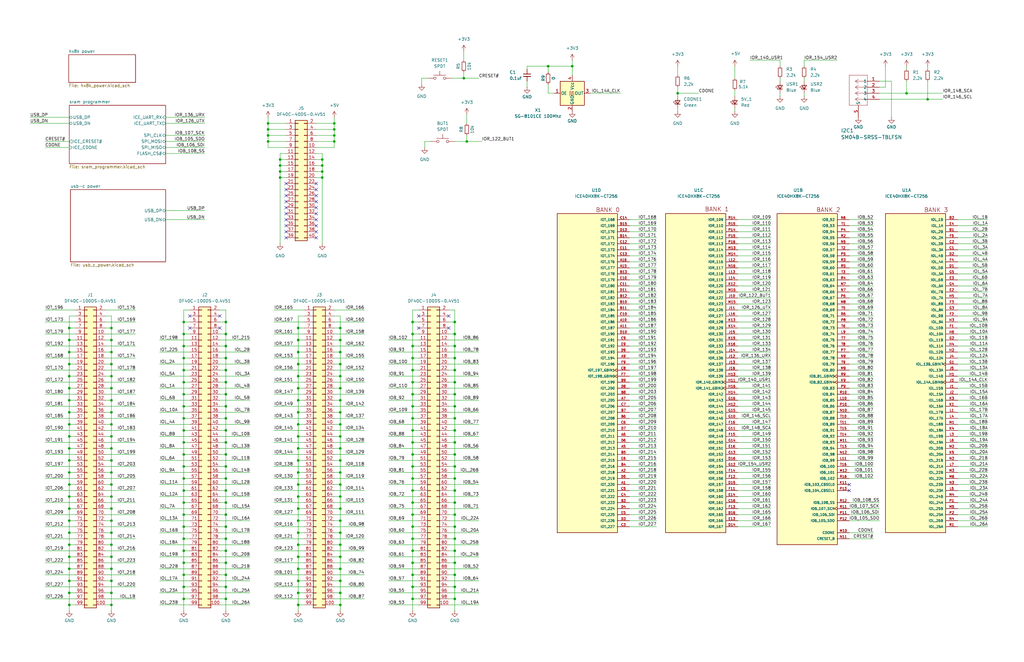
<source format=kicad_sch>
(kicad_sch (version 20231120) (generator "eeschema") (generator_version "8.0")
  (paper "USLedger")
  (title_block (title "Vanilia Ice HX8K") (rev "1.5.0"))
  (lib_symbols
    (symbol "Conn_02x50_Odd_Even:Conn_02x50_Odd_Even" (pin_names (offset 1.016) hide)
      (property "Reference" "J" (at 1.27 63.5 0))
      (property "Value" "Conn_02x50_Odd_Even" (at 1.27 -66.04 0))
      (symbol "Conn_02x50_Odd_Even_1_1"
        (pin passive line (at -5.08 60.96 0) (length 3.81) (name "1") (number "1"))
        (pin passive line (at 7.62 50.8 180) (length 3.81) (name "10") (number "10"))
        (pin passive line (at 7.62 -63.5 180) (length 3.81) (name "100") (number "100"))
        (pin passive line (at -5.08 48.26 0) (length 3.81) (name "11") (number "11"))
        (pin passive line (at 7.62 48.26 180) (length 3.81) (name "12") (number "12"))
        (pin passive line (at -5.08 45.72 0) (length 3.81) (name "13") (number "13"))
        (pin passive line (at 7.62 45.72 180) (length 3.81) (name "14") (number "14"))
        (pin passive line (at -5.08 43.18 0) (length 3.81) (name "15") (number "15"))
        (pin passive line (at 7.62 43.18 180) (length 3.81) (name "16") (number "16"))
        (pin passive line (at -5.08 40.64 0) (length 3.81) (name "17") (number "17"))
        (pin passive line (at 7.62 40.64 180) (length 3.81) (name "18") (number "18"))
        (pin passive line (at -5.08 38.1 0) (length 3.81) (name "19") (number "19"))
        (pin passive line (at 7.62 60.96 180) (length 3.81) (name "2") (number "2"))
        (pin passive line (at 7.62 38.1 180) (length 3.81) (name "20") (number "20"))
        (pin passive line (at -5.08 35.56 0) (length 3.81) (name "21") (number "21"))
        (pin passive line (at 7.62 35.56 180) (length 3.81) (name "22") (number "22"))
        (pin passive line (at -5.08 33.02 0) (length 3.81) (name "23") (number "23"))
        (pin passive line (at 7.62 33.02 180) (length 3.81) (name "24") (number "24"))
        (pin passive line (at -5.08 30.48 0) (length 3.81) (name "25") (number "25"))
        (pin passive line (at 7.62 30.48 180) (length 3.81) (name "26") (number "26"))
        (pin passive line (at -5.08 27.94 0) (length 3.81) (name "27") (number "27"))
        (pin passive line (at 7.62 27.94 180) (length 3.81) (name "28") (number "28"))
        (pin passive line (at -5.08 25.4 0) (length 3.81) (name "29") (number "29"))
        (pin passive line (at -5.08 58.42 0) (length 3.81) (name "3") (number "3"))
        (pin passive line (at 7.62 25.4 180) (length 3.81) (name "30") (number "30"))
        (pin passive line (at -5.08 22.86 0) (length 3.81) (name "31") (number "31"))
        (pin passive line (at 7.62 22.86 180) (length 3.81) (name "32") (number "32"))
        (pin passive line (at -5.08 20.32 0) (length 3.81) (name "33") (number "33"))
        (pin passive line (at 7.62 20.32 180) (length 3.81) (name "34") (number "34"))
        (pin passive line (at -5.08 17.78 0) (length 3.81) (name "35") (number "35"))
        (pin passive line (at 7.62 17.78 180) (length 3.81) (name "36") (number "36"))
        (pin passive line (at -5.08 15.24 0) (length 3.81) (name "37") (number "37"))
        (pin passive line (at 7.62 15.24 180) (length 3.81) (name "38") (number "38"))
        (pin passive line (at -5.08 12.7 0) (length 3.81) (name "39") (number "39"))
        (pin passive line (at 7.62 58.42 180) (length 3.81) (name "4") (number "4"))
        (pin passive line (at 7.62 12.7 180) (length 3.81) (name "40") (number "40"))
        (pin passive line (at -5.08 10.16 0) (length 3.81) (name "41") (number "41"))
        (pin passive line (at 7.62 10.16 180) (length 3.81) (name "42") (number "42"))
        (pin passive line (at -5.08 7.62 0) (length 3.81) (name "43") (number "43"))
        (pin passive line (at 7.62 7.62 180) (length 3.81) (name "44") (number "44"))
        (pin passive line (at -5.08 5.08 0) (length 3.81) (name "45") (number "45"))
        (pin passive line (at 7.62 5.08 180) (length 3.81) (name "46") (number "46"))
        (pin passive line (at -5.08 2.54 0) (length 3.81) (name "47") (number "47"))
        (pin passive line (at 7.62 2.54 180) (length 3.81) (name "48") (number "48"))
        (pin passive line (at -5.08 0 0) (length 3.81) (name "49") (number "49"))
        (pin passive line (at -5.08 55.88 0) (length 3.81) (name "5") (number "5"))
        (pin passive line (at 7.62 0 180) (length 3.81) (name "50") (number "50"))
        (pin passive line (at -5.08 -2.54 0) (length 3.81) (name "51") (number "51"))
        (pin passive line (at 7.62 -2.54 180) (length 3.81) (name "52") (number "52"))
        (pin passive line (at -5.08 -5.08 0) (length 3.81) (name "53") (number "53"))
        (pin passive line (at 7.62 -5.08 180) (length 3.81) (name "54") (number "54"))
        (pin passive line (at -5.08 -7.62 0) (length 3.81) (name "55") (number "55"))
        (pin passive line (at 7.62 -7.62 180) (length 3.81) (name "56") (number "56"))
        (pin passive line (at -5.08 -10.16 0) (length 3.81) (name "57") (number "57"))
        (pin passive line (at 7.62 -10.16 180) (length 3.81) (name "58") (number "58"))
        (pin passive line (at -5.08 -12.7 0) (length 3.81) (name "59") (number "59"))
        (pin passive line (at 7.62 55.88 180) (length 3.81) (name "6") (number "6"))
        (pin passive line (at 7.62 -12.7 180) (length 3.81) (name "60") (number "60"))
        (pin passive line (at -5.08 -15.24 0) (length 3.81) (name "61") (number "61"))
        (pin passive line (at 7.62 -15.24 180) (length 3.81) (name "62") (number "62"))
        (pin passive line (at -5.08 -17.78 0) (length 3.81) (name "63") (number "63"))
        (pin passive line (at 7.62 -17.78 180) (length 3.81) (name "64") (number "64"))
        (pin passive line (at -5.08 -20.32 0) (length 3.81) (name "65") (number "65"))
        (pin passive line (at 7.62 -20.32 180) (length 3.81) (name "66") (number "66"))
        (pin passive line (at -5.08 -22.86 0) (length 3.81) (name "67") (number "67"))
        (pin passive line (at 7.62 -22.86 180) (length 3.81) (name "68") (number "68"))
        (pin passive line (at -5.08 -25.4 0) (length 3.81) (name "69") (number "69"))
        (pin passive line (at -5.08 53.34 0) (length 3.81) (name "7") (number "7"))
        (pin passive line (at 7.62 -25.4 180) (length 3.81) (name "70") (number "70"))
        (pin passive line (at -5.08 -27.94 0) (length 3.81) (name "71") (number "71"))
        (pin passive line (at 7.62 -27.94 180) (length 3.81) (name "72") (number "72"))
        (pin passive line (at -5.08 -30.48 0) (length 3.81) (name "73") (number "73"))
        (pin passive line (at 7.62 -30.48 180) (length 3.81) (name "74") (number "74"))
        (pin passive line (at -5.08 -33.02 0) (length 3.81) (name "75") (number "75"))
        (pin passive line (at 7.62 -33.02 180) (length 3.81) (name "76") (number "76"))
        (pin passive line (at -5.08 -35.56 0) (length 3.81) (name "77") (number "77"))
        (pin passive line (at 7.62 -35.56 180) (length 3.81) (name "78") (number "78"))
        (pin passive line (at -5.08 -38.1 0) (length 3.81) (name "79") (number "79"))
        (pin passive line (at 7.62 53.34 180) (length 3.81) (name "8") (number "8"))
        (pin passive line (at 7.62 -38.1 180) (length 3.81) (name "80") (number "80"))
        (pin passive line (at -5.08 -40.64 0) (length 3.81) (name "81") (number "81"))
        (pin passive line (at 7.62 -40.64 180) (length 3.81) (name "82") (number "82"))
        (pin passive line (at -5.08 -43.18 0) (length 3.81) (name "83") (number "83"))
        (pin passive line (at 7.62 -43.18 180) (length 3.81) (name "84") (number "84"))
        (pin passive line (at -5.08 -45.72 0) (length 3.81) (name "85") (number "85"))
        (pin passive line (at 7.62 -45.72 180) (length 3.81) (name "86") (number "86"))
        (pin passive line (at -5.08 -48.26 0) (length 3.81) (name "87") (number "87"))
        (pin passive line (at 7.62 -48.26 180) (length 3.81) (name "88") (number "88"))
        (pin passive line (at -5.08 -50.8 0) (length 3.81) (name "89") (number "89"))
        (pin passive line (at -5.08 50.8 0) (length 3.81) (name "9") (number "9"))
        (pin passive line (at 7.62 -50.8 180) (length 3.81) (name "90") (number "90"))
        (pin passive line (at -5.08 -53.34 0) (length 3.81) (name "91") (number "91"))
        (pin passive line (at 7.62 -53.34 180) (length 3.81) (name "92") (number "92"))
        (pin passive line (at -5.08 -55.88 0) (length 3.81) (name "93") (number "93"))
        (pin passive line (at 7.62 -55.88 180) (length 3.81) (name "94") (number "94"))
        (pin passive line (at -5.08 -58.42 0) (length 3.81) (name "95") (number "95"))
        (pin passive line (at 7.62 -58.42 180) (length 3.81) (name "96") (number "96"))
        (pin passive line (at -5.08 -60.96 0) (length 3.81) (name "97") (number "97"))
        (pin passive line (at 7.62 -60.96 180) (length 3.81) (name "98") (number "98"))
        (pin passive line (at -5.08 -63.5 0) (length 3.81) (name "99") (number "99"))
      )
    )
    (symbol "Connector_Generic:Conn_02x20_Odd_Even" (pin_names (offset 1.016) hide)
      (property "Reference" "J" (at 1.27 25.4 0))
      (property "Value" "Conn_02x20_Odd_Even" (at 1.27 -27.94 0))
      (symbol "Conn_02x20_Odd_Even_1_1"
        (pin passive line (at -5.08 22.86 0) (length 3.81) (name "Pin_1") (number "1"))
        (pin passive line (at 7.62 12.7 180) (length 3.81) (name "Pin_10") (number "10"))
        (pin passive line (at -5.08 10.16 0) (length 3.81) (name "Pin_11") (number "11"))
        (pin passive line (at 7.62 10.16 180) (length 3.81) (name "Pin_12") (number "12"))
        (pin passive line (at -5.08 7.62 0) (length 3.81) (name "Pin_13") (number "13"))
        (pin passive line (at 7.62 7.62 180) (length 3.81) (name "Pin_14") (number "14"))
        (pin passive line (at -5.08 5.08 0) (length 3.81) (name "Pin_15") (number "15"))
        (pin passive line (at 7.62 5.08 180) (length 3.81) (name "Pin_16") (number "16"))
        (pin passive line (at -5.08 2.54 0) (length 3.81) (name "Pin_17") (number "17"))
        (pin passive line (at 7.62 2.54 180) (length 3.81) (name "Pin_18") (number "18"))
        (pin passive line (at -5.08 0 0) (length 3.81) (name "Pin_19") (number "19"))
        (pin passive line (at 7.62 22.86 180) (length 3.81) (name "Pin_2") (number "2"))
        (pin passive line (at 7.62 0 180) (length 3.81) (name "Pin_20") (number "20"))
        (pin passive line (at -5.08 -2.54 0) (length 3.81) (name "Pin_21") (number "21"))
        (pin passive line (at 7.62 -2.54 180) (length 3.81) (name "Pin_22") (number "22"))
        (pin passive line (at -5.08 -5.08 0) (length 3.81) (name "Pin_23") (number "23"))
        (pin passive line (at 7.62 -5.08 180) (length 3.81) (name "Pin_24") (number "24"))
        (pin passive line (at -5.08 -7.62 0) (length 3.81) (name "Pin_25") (number "25"))
        (pin passive line (at 7.62 -7.62 180) (length 3.81) (name "Pin_26") (number "26"))
        (pin passive line (at -5.08 -10.16 0) (length 3.81) (name "Pin_27") (number "27"))
        (pin passive line (at 7.62 -10.16 180) (length 3.81) (name "Pin_28") (number "28"))
        (pin passive line (at -5.08 -12.7 0) (length 3.81) (name "Pin_29") (number "29"))
        (pin passive line (at -5.08 20.32 0) (length 3.81) (name "Pin_3") (number "3"))
        (pin passive line (at 7.62 -12.7 180) (length 3.81) (name "Pin_30") (number "30"))
        (pin passive line (at -5.08 -15.24 0) (length 3.81) (name "Pin_31") (number "31"))
        (pin passive line (at 7.62 -15.24 180) (length 3.81) (name "Pin_32") (number "32"))
        (pin passive line (at -5.08 -17.78 0) (length 3.81) (name "Pin_33") (number "33"))
        (pin passive line (at 7.62 -17.78 180) (length 3.81) (name "Pin_34") (number "34"))
        (pin passive line (at -5.08 -20.32 0) (length 3.81) (name "Pin_35") (number "35"))
        (pin passive line (at 7.62 -20.32 180) (length 3.81) (name "Pin_36") (number "36"))
        (pin passive line (at -5.08 -22.86 0) (length 3.81) (name "Pin_37") (number "37"))
        (pin passive line (at 7.62 -22.86 180) (length 3.81) (name "Pin_38") (number "38"))
        (pin passive line (at -5.08 -25.4 0) (length 3.81) (name "Pin_39") (number "39"))
        (pin passive line (at 7.62 20.32 180) (length 3.81) (name "Pin_4") (number "4"))
        (pin passive line (at 7.62 -25.4 180) (length 3.81) (name "Pin_40") (number "40"))
        (pin passive line (at -5.08 17.78 0) (length 3.81) (name "Pin_5") (number "5"))
        (pin passive line (at 7.62 17.78 180) (length 3.81) (name "Pin_6") (number "6"))
        (pin passive line (at -5.08 15.24 0) (length 3.81) (name "Pin_7") (number "7"))
        (pin passive line (at 7.62 15.24 180) (length 3.81) (name "Pin_8") (number "8"))
        (pin passive line (at -5.08 12.7 0) (length 3.81) (name "Pin_9") (number "9"))
      )
    )
    (symbol "Device:C_Small" (pin_numbers hide) (pin_names (offset 0.254) hide)
      (property "Reference" "C" (at 0.254 1.778 0))
      (property "Value" "C_Small" (at 0.254 -2.032 0))
      (symbol "C_Small_1_1"
        (pin passive line (at 0 2.54 270) (length 2.032) (name "~") (number "1"))
        (pin passive line (at 0 -2.54 90) (length 2.032) (name "~") (number "2"))
      )
    )
    (symbol "Device:LED_Small" (pin_numbers hide) (pin_names (offset 0.254) hide)
      (property "Reference" "D" (at -1.27 3.175 0))
      (property "Value" "LED_Small" (at -4.445 -2.54 0))
      (symbol "LED_Small_1_1"
        (pin passive line (at -2.54 0 0) (length 1.778) (name "K") (number "1"))
        (pin passive line (at 2.54 0 180) (length 1.778) (name "A") (number "2"))
      )
    )
    (symbol "Device:R_Small" (pin_numbers hide) (pin_names (offset 0.254) hide)
      (property "Reference" "R" (at 0.762 0.508 0))
      (property "Value" "R_Small" (at 0.762 -1.016 0))
      (symbol "R_Small_1_1"
        (pin passive line (at 0 2.54 270) (length 0.762) (name "~") (number "1"))
        (pin passive line (at 0 -2.54 90) (length 0.762) (name "~") (number "2"))
      )
    )
    (symbol "ICE40HX8K-CT256:ICE40HX8K-CT256" (pin_names (offset 1.016))
      (property "Reference" "U" (at -12.7082 69.2594 0))
      (property "Value" "ICE40HX8K-CT256" (at -12.7177 -68.6757 0))
      (symbol "ICE40HX8K-CT256_1_0"
        (text "BANK 0" (at 3.558 69.1275 0) (effects (font (size 1.779 1.779)) (justify left bottom)))
        (pin bidirectional line (at 17.78 -45.72 180) (length 5.08) (name "IOT_220") (number "A1"))
        (pin bidirectional line (at 17.78 22.86 180) (length 5.08) (name "IOT_186") (number "A10"))
        (pin bidirectional line (at 17.78 20.32 180) (length 5.08) (name "IOT_187") (number "A11"))
        (pin bidirectional line (at 17.78 45.72 180) (length 5.08) (name "IOT_177") (number "A15"))
        (pin bidirectional line (at 17.78 48.26 180) (length 5.08) (name "IOT_176") (number "A16"))
        (pin bidirectional line (at 17.78 -40.64 180) (length 5.08) (name "IOT_218") (number "A2"))
        (pin bidirectional line (at 17.78 -30.48 180) (length 5.08) (name "IOT_213") (number "A5"))
        (pin bidirectional line (at 17.78 -25.4 180) (length 5.08) (name "IOT_211") (number "A6"))
        (pin bidirectional line (at 17.78 -10.16 180) (length 5.08) (name "IOT_205") (number "A7"))
        (pin bidirectional line (at 17.78 7.62 180) (length 5.08) (name "IOT_194") (number "A9"))
        (pin bidirectional line (at 17.78 30.48 180) (length 5.08) (name "IOT_183") (number "B10"))
        (pin bidirectional line (at 17.78 27.94 180) (length 5.08) (name "IOT_184") (number "B11"))
        (pin bidirectional line (at 17.78 33.02 180) (length 5.08) (name "IOT_182") (number "B12"))
        (pin bidirectional line (at 17.78 43.18 180) (length 5.08) (name "IOT_178") (number "B13"))
        (pin bidirectional line (at 17.78 58.42 180) (length 5.08) (name "IOT_171") (number "B14"))
        (pin bidirectional line (at 17.78 63.5 180) (length 5.08) (name "IOT_169") (number "B15"))
        (pin bidirectional line (at 17.78 -53.34 180) (length 5.08) (name "IOT_223") (number "B3"))
        (pin bidirectional line (at 17.78 -38.1 180) (length 5.08) (name "IOT_216") (number "B4"))
        (pin bidirectional line (at 17.78 -33.02 180) (length 5.08) (name "IOT_214") (number "B5"))
        (pin bidirectional line (at 17.78 -17.78 180) (length 5.08) (name "IOT_208") (number "B6"))
        (pin bidirectional line (at 17.78 -15.24 180) (length 5.08) (name "IOT_207") (number "B7"))
        (pin bidirectional line (at 17.78 -7.62 180) (length 5.08) (name "IOT_203") (number "B8"))
        (pin bidirectional line (at 17.78 -2.54 180) (length 5.08) (name "IOT_199") (number "B9"))
        (pin bidirectional line (at 17.78 25.4 180) (length 5.08) (name "IOT_185") (number "C10"))
        (pin bidirectional line (at 17.78 38.1 180) (length 5.08) (name "IOT_180") (number "C11"))
        (pin bidirectional line (at 17.78 55.88 180) (length 5.08) (name "IOT_172") (number "C12"))
        (pin bidirectional line (at 17.78 50.8 180) (length 5.08) (name "IOT_174") (number "C13"))
        (pin bidirectional line (at 17.78 66.04 180) (length 5.08) (name "IOT_168") (number "C14"))
        (pin bidirectional line (at 17.78 -63.5 180) (length 5.08) (name "IOT_227") (number "C3"))
        (pin bidirectional line (at 17.78 -50.8 180) (length 5.08) (name "IOT_222") (number "C4"))
        (pin bidirectional line (at 17.78 -48.26 180) (length 5.08) (name "IOT_221") (number "C5"))
        (pin bidirectional line (at 17.78 -20.32 180) (length 5.08) (name "IOT_209") (number "C6"))
        (pin bidirectional line (at 17.78 -12.7 180) (length 5.08) (name "IOT_206") (number "C7"))
        (pin bidirectional clock (at 17.78 2.54 180) (length 5.08) (name "IOT_197_GBIN1") (number "C8"))
        (pin bidirectional line (at 17.78 15.24 180) (length 5.08) (name "IOT_191") (number "C9"))
        (pin bidirectional line (at 17.78 17.78 180) (length 5.08) (name "IOT_190") (number "D10"))
        (pin bidirectional line (at 17.78 35.56 180) (length 5.08) (name "IOT_181") (number "D11"))
        (pin bidirectional line (at 17.78 60.96 180) (length 5.08) (name "IOT_170") (number "D13"))
        (pin bidirectional line (at 17.78 -60.96 180) (length 5.08) (name "IOT_226") (number "D3"))
        (pin bidirectional line (at 17.78 -55.88 180) (length 5.08) (name "IOT_224") (number "D4"))
        (pin bidirectional line (at 17.78 -43.18 180) (length 5.08) (name "IOT_219") (number "D5"))
        (pin bidirectional line (at 17.78 -27.94 180) (length 5.08) (name "IOT_212") (number "D6"))
        (pin bidirectional line (at 17.78 -22.86 180) (length 5.08) (name "IOT_210") (number "D7"))
        (pin bidirectional line (at 17.78 -5.08 180) (length 5.08) (name "IOT_200") (number "D8"))
        (pin bidirectional line (at 17.78 10.16 180) (length 5.08) (name "IOT_193") (number "D9"))
        (pin bidirectional line (at 17.78 40.64 180) (length 5.08) (name "IOT_179") (number "E10"))
        (pin bidirectional line (at 17.78 53.34 180) (length 5.08) (name "IOT_173") (number "E11"))
        (pin bidirectional line (at 17.78 -58.42 180) (length 5.08) (name "IOT_225") (number "E5"))
        (pin bidirectional line (at 17.78 -35.56 180) (length 5.08) (name "IOT_215") (number "E6"))
        (pin bidirectional line (at 17.78 12.7 180) (length 5.08) (name "IOT_192") (number "E9"))
        (pin bidirectional clock (at 17.78 0 180) (length 5.08) (name "IOT_198_GBIN0") (number "F7"))
        (pin bidirectional line (at 17.78 5.08 180) (length 5.08) (name "IOT_196") (number "F9"))
      )
      (symbol "ICE40HX8K-CT256_2_0"
        (text "BANK 1" (at 3.8148 69.4293 0) (effects (font (size 1.7802 1.7802)) (justify left bottom)))
        (pin bidirectional line (at 17.78 -58.42 180) (length 5.08) (name "IOR_165") (number "B16"))
        (pin bidirectional line (at 17.78 -53.34 180) (length 5.08) (name "IOR_161") (number "C16"))
        (pin bidirectional line (at 17.78 -63.5 180) (length 5.08) (name "IOR_167") (number "D14"))
        (pin bidirectional line (at 17.78 -45.72 180) (length 5.08) (name "IOR_157") (number "D15"))
        (pin bidirectional line (at 17.78 -35.56 180) (length 5.08) (name "IOR_153") (number "D16"))
        (pin bidirectional line (at 17.78 -60.96 180) (length 5.08) (name "IOR_166") (number "E13"))
        (pin bidirectional line (at 17.78 -50.8 180) (length 5.08) (name "IOR_160") (number "E14"))
        (pin bidirectional line (at 17.78 -30.48 180) (length 5.08) (name "IOR_151") (number "E16"))
        (pin bidirectional line (at 17.78 -48.26 180) (length 5.08) (name "IOR_158") (number "F11"))
        (pin bidirectional line (at 17.78 -43.18 180) (length 5.08) (name "IOR_156") (number "F12"))
        (pin bidirectional line (at 17.78 -55.88 180) (length 5.08) (name "IOR_162") (number "F13"))
        (pin bidirectional line (at 17.78 -40.64 180) (length 5.08) (name "IOR_155") (number "F14"))
        (pin bidirectional line (at 17.78 -25.4 180) (length 5.08) (name "IOR_149") (number "F15"))
        (pin bidirectional line (at 17.78 -20.32 180) (length 5.08) (name "IOR_147") (number "F16"))
        (pin bidirectional line (at 17.78 -17.78 180) (length 5.08) (name "IOR_146") (number "G10"))
        (pin bidirectional line (at 17.78 -22.86 180) (length 5.08) (name "IOR_148") (number "G11"))
        (pin bidirectional line (at 17.78 -38.1 180) (length 5.08) (name "IOR_154") (number "G12"))
        (pin bidirectional line (at 17.78 -33.02 180) (length 5.08) (name "IOR_152") (number "G13"))
        (pin bidirectional line (at 17.78 -27.94 180) (length 5.08) (name "IOR_150") (number "G14"))
        (pin bidirectional line (at 17.78 -15.24 180) (length 5.08) (name "IOR_145") (number "G15"))
        (pin bidirectional line (at 17.78 -10.16 180) (length 5.08) (name "IOR_143") (number "G16"))
        (pin bidirectional clock (at 17.78 -2.54 180) (length 5.08) (name "IOR_140_GBIN3") (number "H11"))
        (pin bidirectional line (at 17.78 -12.7 180) (length 5.08) (name "IOR_144") (number "H12"))
        (pin bidirectional line (at 17.78 0 180) (length 5.08) (name "IOR_139") (number "H13"))
        (pin bidirectional line (at 17.78 -7.62 180) (length 5.08) (name "IOR_142") (number "H14"))
        (pin bidirectional clock (at 17.78 -5.08 180) (length 5.08) (name "IOR_141_GBIN2") (number "H16"))
        (pin bidirectional line (at 17.78 33.02 180) (length 5.08) (name "IOR_122") (number "J10"))
        (pin bidirectional line (at 17.78 27.94 180) (length 5.08) (name "IOR_126") (number "J11"))
        (pin bidirectional line (at 17.78 7.62 180) (length 5.08) (name "IOR_136") (number "J12"))
        (pin bidirectional line (at 17.78 5.08 180) (length 5.08) (name "IOR_137") (number "J13"))
        (pin bidirectional line (at 17.78 10.16 180) (length 5.08) (name "IOR_134") (number "J14"))
        (pin bidirectional line (at 17.78 17.78 180) (length 5.08) (name "IOR_130") (number "J15"))
        (pin bidirectional line (at 17.78 2.54 180) (length 5.08) (name "IOR_138") (number "J16"))
        (pin bidirectional line (at 17.78 38.1 180) (length 5.08) (name "IOR_120") (number "K12"))
        (pin bidirectional line (at 17.78 22.86 180) (length 5.08) (name "IOR_128") (number "K13"))
        (pin bidirectional line (at 17.78 20.32 180) (length 5.08) (name "IOR_129") (number "K14"))
        (pin bidirectional line (at 17.78 15.24 180) (length 5.08) (name "IOR_131") (number "K15"))
        (pin bidirectional line (at 17.78 12.7 180) (length 5.08) (name "IOR_133") (number "K16"))
        (pin bidirectional line (at 17.78 48.26 180) (length 5.08) (name "IOR_116") (number "L12"))
        (pin bidirectional line (at 17.78 43.18 180) (length 5.08) (name "IOR_118") (number "L13"))
        (pin bidirectional line (at 17.78 40.64 180) (length 5.08) (name "IOR_119") (number "L14"))
        (pin bidirectional line (at 17.78 25.4 180) (length 5.08) (name "IOR_127") (number "L16"))
        (pin bidirectional line (at 17.78 53.34 180) (length 5.08) (name "IOR_114") (number "M13"))
        (pin bidirectional line (at 17.78 50.8 180) (length 5.08) (name "IOR_115") (number "M14"))
        (pin bidirectional line (at 17.78 30.48 180) (length 5.08) (name "IOR_123") (number "M15"))
        (pin bidirectional line (at 17.78 35.56 180) (length 5.08) (name "IOR_121") (number "M16"))
        (pin bidirectional line (at 17.78 45.72 180) (length 5.08) (name "IOR_117") (number "N16"))
        (pin bidirectional line (at 17.78 60.96 180) (length 5.08) (name "IOR_111") (number "P14"))
        (pin bidirectional line (at 17.78 58.42 180) (length 5.08) (name "IOR_112") (number "P15"))
        (pin bidirectional line (at 17.78 55.88 180) (length 5.08) (name "IOR_113") (number "P16"))
        (pin bidirectional line (at 17.78 66.04 180) (length 5.08) (name "IOR_109") (number "R14"))
        (pin bidirectional line (at 17.78 63.5 180) (length 5.08) (name "IOR_110") (number "R15"))
      )
      (symbol "ICE40HX8K-CT256_3_0"
        (text "BANK 2" (at 3.814 69.1599 0) (effects (font (size 1.7799 1.7799)) (justify left bottom)))
        (pin bidirectional line (at 17.78 -45.72 180) (length 5.08) (name "IOB_103_CBSEL0") (number "K11"))
        (pin bidirectional clock (at 17.78 -2.54 180) (length 5.08) (name "IOB_82_GBIN4") (number "K9"))
        (pin bidirectional line (at 17.78 -10.16 180) (length 5.08) (name "IOB_85") (number "L10"))
        (pin bidirectional line (at 17.78 -35.56 180) (length 5.08) (name "IOB_99") (number "L11"))
        (pin bidirectional line (at 17.78 17.78 180) (length 5.08) (name "IOB_74") (number "L9"))
        (pin bidirectional line (at 17.78 -66.04 180) (length 5.08) (name "CDONE") (number "M10"))
        (pin bidirectional line (at 17.78 -27.94 180) (length 5.08) (name "IOB_93") (number "M11"))
        (pin bidirectional line (at 17.78 -40.64 180) (length 5.08) (name "IOB_101") (number "M12"))
        (pin bidirectional line (at 17.78 38.1 180) (length 5.08) (name "IOB_64") (number "M7"))
        (pin bidirectional line (at 17.78 30.48 180) (length 5.08) (name "IOB_68") (number "M8"))
        (pin bidirectional line (at 17.78 2.54 180) (length 5.08) (name "IOB_80") (number "M9"))
        (pin bidirectional line (at 17.78 -15.24 180) (length 5.08) (name "IOB_87") (number "N10"))
        (pin input line (at 17.78 -68.58 180) (length 5.08) (name "CRESET_B") (number "N11"))
        (pin bidirectional line (at 17.78 -33.02 180) (length 5.08) (name "IOB_98") (number "N12"))
        (pin bidirectional line (at 17.78 55.88 180) (length 5.08) (name "IOB_56") (number "N5"))
        (pin bidirectional line (at 17.78 66.04 180) (length 5.08) (name "IOB_52") (number "N6"))
        (pin bidirectional line (at 17.78 35.56 180) (length 5.08) (name "IOB_66") (number "N7"))
        (pin bidirectional line (at 17.78 7.62 180) (length 5.08) (name "IOB_78") (number "N9"))
        (pin bidirectional line (at 17.78 -12.7 180) (length 5.08) (name "IOB_86") (number "P10"))
        (pin bidirectional line (at 17.78 -58.42 180) (length 5.08) (name "IOB_106_SDI") (number "P11"))
        (pin bidirectional line (at 17.78 -60.96 180) (length 5.08) (name "IOB_105_SDO") (number "P12"))
        (pin bidirectional line (at 17.78 -48.26 180) (length 5.08) (name "IOB_104_CBSEL1") (number "P13"))
        (pin bidirectional line (at 17.78 60.96 180) (length 5.08) (name "IOB_54") (number "P4"))
        (pin bidirectional line (at 17.78 50.8 180) (length 5.08) (name "IOB_58") (number "P5"))
        (pin bidirectional line (at 17.78 33.02 180) (length 5.08) (name "IOB_67") (number "P6"))
        (pin bidirectional line (at 17.78 10.16 180) (length 5.08) (name "IOB_77") (number "P7"))
        (pin bidirectional line (at 17.78 22.86 180) (length 5.08) (name "IOB_72") (number "P8"))
        (pin bidirectional line (at 17.78 -5.08 180) (length 5.08) (name "IOB_83") (number "P9"))
        (pin bidirectional line (at 17.78 -7.62 180) (length 5.08) (name "IOB_84") (number "R10"))
        (pin bidirectional clock (at 17.78 -55.88 180) (length 5.08) (name "IOB_107_SCK") (number "R11"))
        (pin bidirectional line (at 17.78 -53.34 180) (length 5.08) (name "IOB_108_SS") (number "R12"))
        (pin bidirectional line (at 17.78 -43.18 180) (length 5.08) (name "IOB_102") (number "R16"))
        (pin bidirectional line (at 17.78 58.42 180) (length 5.08) (name "IOB_55") (number "R2"))
        (pin bidirectional line (at 17.78 48.26 180) (length 5.08) (name "IOB_59") (number "R3"))
        (pin bidirectional line (at 17.78 40.64 180) (length 5.08) (name "IOB_63") (number "R4"))
        (pin bidirectional line (at 17.78 45.72 180) (length 5.08) (name "IOB_60") (number "R5"))
        (pin bidirectional line (at 17.78 25.4 180) (length 5.08) (name "IOB_71") (number "R6"))
        (pin bidirectional clock (at 17.78 0 180) (length 5.08) (name "IOB_81_GBIN5") (number "R9"))
        (pin bidirectional line (at 17.78 63.5 180) (length 5.08) (name "IOB_53") (number "T1"))
        (pin bidirectional line (at 17.78 -17.78 180) (length 5.08) (name "IOB_88") (number "T10"))
        (pin bidirectional line (at 17.78 -20.32 180) (length 5.08) (name "IOB_89") (number "T11"))
        (pin bidirectional line (at 17.78 -30.48 180) (length 5.08) (name "IOB_94") (number "T13"))
        (pin bidirectional line (at 17.78 -25.4 180) (length 5.08) (name "IOB_92") (number "T14"))
        (pin bidirectional line (at 17.78 -22.86 180) (length 5.08) (name "IOB_91") (number "T15"))
        (pin bidirectional line (at 17.78 -38.1 180) (length 5.08) (name "IOB_100") (number "T16"))
        (pin bidirectional line (at 17.78 53.34 180) (length 5.08) (name "IOB_57") (number "T2"))
        (pin bidirectional line (at 17.78 43.18 180) (length 5.08) (name "IOB_61") (number "T3"))
        (pin bidirectional line (at 17.78 27.94 180) (length 5.08) (name "IOB_69") (number "T5"))
        (pin bidirectional line (at 17.78 20.32 180) (length 5.08) (name "IOB_73") (number "T6"))
        (pin bidirectional line (at 17.78 15.24 180) (length 5.08) (name "IOB_75") (number "T7"))
        (pin bidirectional line (at 17.78 12.7 180) (length 5.08) (name "IOB_76") (number "T8"))
        (pin bidirectional line (at 17.78 5.08 180) (length 5.08) (name "IOB_79") (number "T9"))
      )
      (symbol "ICE40HX8K-CT256_4_0"
        (text "BANK 3" (at 3.5571 69.1093 0) (effects (font (size 1.7786 1.7786)) (justify left bottom)))
        (pin bidirectional line (at 17.78 60.96 180) (length 5.08) (name "IOL_2B") (number "B1"))
        (pin bidirectional line (at 17.78 66.04 180) (length 5.08) (name "IOL_1B") (number "B2"))
        (pin bidirectional line (at 17.78 53.34 180) (length 5.08) (name "IOL_3A") (number "C1"))
        (pin bidirectional line (at 17.78 55.88 180) (length 5.08) (name "IOL_3B") (number "C2"))
        (pin bidirectional line (at 17.78 45.72 180) (length 5.08) (name "IOL_5B") (number "D1"))
        (pin bidirectional line (at 17.78 50.8 180) (length 5.08) (name "IOL_4B") (number "D2"))
        (pin bidirectional line (at 17.78 35.56 180) (length 5.08) (name "IOL_7B") (number "E2"))
        (pin bidirectional line (at 17.78 40.64 180) (length 5.08) (name "IOL_6B") (number "E3"))
        (pin bidirectional line (at 17.78 63.5 180) (length 5.08) (name "IOL_1A") (number "E4"))
        (pin bidirectional line (at 17.78 20.32 180) (length 5.08) (name "IOL_10B") (number "F1"))
        (pin bidirectional line (at 17.78 25.4 180) (length 5.08) (name "IOL_9B") (number "F2"))
        (pin bidirectional line (at 17.78 30.48 180) (length 5.08) (name "IOL_8B") (number "F3"))
        (pin bidirectional line (at 17.78 48.26 180) (length 5.08) (name "IOL_4A") (number "F4"))
        (pin bidirectional line (at 17.78 58.42 180) (length 5.08) (name "IOL_2A") (number "F5"))
        (pin bidirectional clock (at 17.78 5.08 180) (length 5.08) (name "IOL_13B_GBIN7") (number "G1"))
        (pin bidirectional line (at 17.78 15.24 180) (length 5.08) (name "IOL_11B") (number "G2"))
        (pin bidirectional line (at 17.78 27.94 180) (length 5.08) (name "IOL_8A") (number "G3"))
        (pin bidirectional line (at 17.78 38.1 180) (length 5.08) (name "IOL_6A") (number "G4"))
        (pin bidirectional line (at 17.78 43.18 180) (length 5.08) (name "IOL_5A") (number "G5"))
        (pin bidirectional line (at 17.78 0 180) (length 5.08) (name "IOL_14B") (number "H1"))
        (pin bidirectional line (at 17.78 10.16 180) (length 5.08) (name "IOL_12B") (number "H2"))
        (pin bidirectional line (at 17.78 22.86 180) (length 5.08) (name "IOL_9A") (number "H3"))
        (pin bidirectional line (at 17.78 12.7 180) (length 5.08) (name "IOL_11A") (number "H4"))
        (pin bidirectional line (at 17.78 33.02 180) (length 5.08) (name "IOL_7A") (number "H5"))
        (pin bidirectional line (at 17.78 17.78 180) (length 5.08) (name "IOL_10A") (number "H6"))
        (pin bidirectional line (at 17.78 -5.08 180) (length 5.08) (name "IOL_15B") (number "J1"))
        (pin bidirectional line (at 17.78 -7.62 180) (length 5.08) (name "IOL_15A") (number "J2"))
        (pin bidirectional clock (at 17.78 -2.54 180) (length 5.08) (name "IOL_14A_GBIN6") (number "J3"))
        (pin bidirectional line (at 17.78 7.62 180) (length 5.08) (name "IOL_12A") (number "J4"))
        (pin bidirectional line (at 17.78 2.54 180) (length 5.08) (name "IOL_13A") (number "J5"))
        (pin bidirectional line (at 17.78 -12.7 180) (length 5.08) (name "IOL_16A") (number "K1"))
        (pin bidirectional line (at 17.78 -10.16 180) (length 5.08) (name "IOL_16B") (number "K3"))
        (pin bidirectional line (at 17.78 -22.86 180) (length 5.08) (name "IOL_18A") (number "K4"))
        (pin bidirectional line (at 17.78 -33.02 180) (length 5.08) (name "IOL_20A") (number "K5"))
        (pin bidirectional line (at 17.78 -15.24 180) (length 5.08) (name "IOL_17B") (number "L1"))
        (pin bidirectional line (at 17.78 -25.4 180) (length 5.08) (name "IOL_19B") (number "L3"))
        (pin bidirectional line (at 17.78 -17.78 180) (length 5.08) (name "IOL_17A") (number "L4"))
        (pin bidirectional line (at 17.78 -48.26 180) (length 5.08) (name "IOL_23A") (number "L5"))
        (pin bidirectional line (at 17.78 -27.94 180) (length 5.08) (name "IOL_19A") (number "L6"))
        (pin bidirectional line (at 17.78 -38.1 180) (length 5.08) (name "IOL_21A") (number "L7"))
        (pin bidirectional line (at 17.78 -20.32 180) (length 5.08) (name "IOL_18B") (number "M1"))
        (pin bidirectional line (at 17.78 -30.48 180) (length 5.08) (name "IOL_20B") (number "M2"))
        (pin bidirectional line (at 17.78 -40.64 180) (length 5.08) (name "IOL_22B") (number "M3"))
        (pin bidirectional line (at 17.78 -50.8 180) (length 5.08) (name "IOL_24B") (number "M4"))
        (pin bidirectional line (at 17.78 -55.88 180) (length 5.08) (name "IOL_25B") (number "M5"))
        (pin bidirectional line (at 17.78 -43.18 180) (length 5.08) (name "IOL_22A") (number "M6"))
        (pin bidirectional line (at 17.78 -35.56 180) (length 5.08) (name "IOL_21B") (number "N2"))
        (pin bidirectional line (at 17.78 -45.72 180) (length 5.08) (name "IOL_23B") (number "N3"))
        (pin bidirectional line (at 17.78 -60.96 180) (length 5.08) (name "IOL_26B") (number "N4"))
        (pin bidirectional line (at 17.78 -53.34 180) (length 5.08) (name "IOL_24A") (number "P1"))
        (pin bidirectional line (at 17.78 -58.42 180) (length 5.08) (name "IOL_25A") (number "P2"))
        (pin bidirectional line (at 17.78 -63.5 180) (length 5.08) (name "IOL_26A") (number "R1"))
      )
      (symbol "ICE40HX8K-CT256_5_0"
        (pin power_in line (at 0 -30.48 90) (length 5.08) (name "GND") (number "A12"))
        (pin power_in line (at 17.78 10.16 180) (length 5.08) hide (name "VCCIO_0") (number "A13"))
        (pin power_in line (at 0 30.48 270) (length 5.08) hide (name "VCC") (number "A14"))
        (pin power_in line (at 17.78 10.16 180) (length 5.08) hide (name "VCCIO_0") (number "A3"))
        (pin power_in line (at 0 -30.48 90) (length 5.08) hide (name "GND") (number "A4"))
        (pin power_in line (at 17.78 10.16 180) (length 5.08) hide (name "VCCIO_0") (number "A8"))
        (pin power_in line (at 17.78 -11.43 180) (length 5.08) hide (name "VCCIO_1") (number "C15"))
        (pin power_in line (at -3.81 30.48 270) (length 5.08) (name "VPP_FAST") (number "D12"))
        (pin power_in line (at -17.78 -11.43 0) (length 5.08) (name "VCCIO_3") (number "E1"))
        (pin power_in line (at 3.81 30.48 270) (length 5.08) (name "VPP_2V5") (number "E12"))
        (pin power_in line (at 0 -30.48 90) (length 5.08) hide (name "GND") (number "E15"))
        (pin power_in line (at 10.16 -30.48 90) (length 5.08) (name "GNDPLL1") (number "E7"))
        (pin power_in line (at 10.16 30.48 270) (length 5.08) (name "VCCPLL1") (number "E8"))
        (pin power_in line (at 0 30.48 270) (length 5.08) hide (name "VCC") (number "F10"))
        (pin power_in line (at 0 30.48 270) (length 5.08) hide (name "VCC") (number "F6"))
        (pin power_in line (at 17.78 10.16 180) (length 5.08) (name "VCCIO_0") (number "F8"))
        (pin power_in line (at -17.78 -11.43 0) (length 5.08) hide (name "VCCIO_3") (number "G6"))
        (pin power_in line (at 0 -30.48 90) (length 5.08) hide (name "GND") (number "G7"))
        (pin power_in line (at 0 -30.48 90) (length 5.08) hide (name "GND") (number "G8"))
        (pin power_in line (at 0 -30.48 90) (length 5.08) hide (name "GND") (number "G9"))
        (pin power_in line (at 17.78 -11.43 180) (length 5.08) hide (name "VCCIO_1") (number "H10"))
        (pin power_in line (at 17.78 -11.43 180) (length 5.08) hide (name "VCCIO_1") (number "H15"))
        (pin power_in line (at 0 -30.48 90) (length 5.08) hide (name "GND") (number "H7"))
        (pin power_in line (at 0 -30.48 90) (length 5.08) hide (name "GND") (number "H8"))
        (pin power_in line (at 0 -30.48 90) (length 5.08) hide (name "GND") (number "H9"))
        (pin power_in line (at -17.78 -11.43 0) (length 5.08) hide (name "VCCIO_3") (number "J6"))
        (pin power_in line (at 0 -30.48 90) (length 5.08) hide (name "GND") (number "J7"))
        (pin power_in line (at 0 -30.48 90) (length 5.08) hide (name "GND") (number "J8"))
        (pin power_in line (at 0 -30.48 90) (length 5.08) hide (name "GND") (number "J9"))
        (pin power_in line (at 0 30.48 270) (length 5.08) hide (name "VCC") (number "K10"))
        (pin power_in line (at 0 -30.48 90) (length 5.08) hide (name "GND") (number "K2"))
        (pin power_in line (at 0 30.48 270) (length 5.08) hide (name "VCC") (number "K6"))
        (pin power_in line (at 0 -30.48 90) (length 5.08) hide (name "GND") (number "K7"))
        (pin power_in line (at -17.78 10.16 0) (length 5.08) hide (name "VCCIO_2") (number "K8"))
        (pin power_in line (at 0 -30.48 90) (length 5.08) hide (name "GND") (number "L15"))
        (pin power_in line (at 0 30.48 270) (length 5.08) (name "VCC") (number "L2"))
        (pin power_in line (at 7.62 30.48 270) (length 5.08) (name "VCCPLL0") (number "L8"))
        (pin power_in line (at -17.78 -11.43 0) (length 5.08) hide (name "VCCIO_3") (number "N1"))
        (pin power_in line (at -10.16 30.48 270) (length 5.08) (name "VCC_SPI") (number "N13"))
        (pin power_in line (at 17.78 -11.43 180) (length 5.08) (name "VCCIO_1") (number "N15"))
        (pin power_in line (at 7.62 -30.48 90) (length 5.08) (name "GNDPLL0") (number "N8"))
        (pin power_in line (at -17.78 10.16 0) (length 5.08) hide (name "VCCIO_2") (number "P3"))
        (pin power_in line (at -17.78 10.16 0) (length 5.08) hide (name "VCCIO_2") (number "R13"))
        (pin power_in line (at 0 -30.48 90) (length 5.08) hide (name "GND") (number "R7"))
        (pin power_in line (at -17.78 10.16 0) (length 5.08) (name "VCCIO_2") (number "R8"))
        (pin power_in line (at 0 -30.48 90) (length 5.08) hide (name "GND") (number "T12"))
        (pin power_in line (at 0 -30.48 90) (length 5.08) hide (name "GND") (number "T4"))
      )
    )
    (symbol "ICE40HX8K-CT256_3" (pin_names (offset 1.016))
      (property "Reference" "U" (at -12.7082 69.2594 0))
      (property "Value" "ICE40HX8K-CT256" (at -12.7177 -68.6757 0))
      (symbol "ICE40HX8K-CT256_3_1_0"
        (text "BANK 0" (at 3.558 69.1275 0) (effects (font (size 1.779 1.779)) (justify left bottom)))
        (pin bidirectional line (at 17.78 -45.72 180) (length 5.08) (name "IOT_220") (number "A1"))
        (pin bidirectional line (at 17.78 22.86 180) (length 5.08) (name "IOT_186") (number "A10"))
        (pin bidirectional line (at 17.78 20.32 180) (length 5.08) (name "IOT_187") (number "A11"))
        (pin bidirectional line (at 17.78 45.72 180) (length 5.08) (name "IOT_177") (number "A15"))
        (pin bidirectional line (at 17.78 48.26 180) (length 5.08) (name "IOT_176") (number "A16"))
        (pin bidirectional line (at 17.78 -40.64 180) (length 5.08) (name "IOT_218") (number "A2"))
        (pin bidirectional line (at 17.78 -30.48 180) (length 5.08) (name "IOT_213") (number "A5"))
        (pin bidirectional line (at 17.78 -25.4 180) (length 5.08) (name "IOT_211") (number "A6"))
        (pin bidirectional line (at 17.78 -10.16 180) (length 5.08) (name "IOT_205") (number "A7"))
        (pin bidirectional line (at 17.78 7.62 180) (length 5.08) (name "IOT_194") (number "A9"))
        (pin bidirectional line (at 17.78 30.48 180) (length 5.08) (name "IOT_183") (number "B10"))
        (pin bidirectional line (at 17.78 27.94 180) (length 5.08) (name "IOT_184") (number "B11"))
        (pin bidirectional line (at 17.78 33.02 180) (length 5.08) (name "IOT_182") (number "B12"))
        (pin bidirectional line (at 17.78 43.18 180) (length 5.08) (name "IOT_178") (number "B13"))
        (pin bidirectional line (at 17.78 58.42 180) (length 5.08) (name "IOT_171") (number "B14"))
        (pin bidirectional line (at 17.78 63.5 180) (length 5.08) (name "IOT_169") (number "B15"))
        (pin bidirectional line (at 17.78 -53.34 180) (length 5.08) (name "IOT_223") (number "B3"))
        (pin bidirectional line (at 17.78 -38.1 180) (length 5.08) (name "IOT_216") (number "B4"))
        (pin bidirectional line (at 17.78 -33.02 180) (length 5.08) (name "IOT_214") (number "B5"))
        (pin bidirectional line (at 17.78 -17.78 180) (length 5.08) (name "IOT_208") (number "B6"))
        (pin bidirectional line (at 17.78 -15.24 180) (length 5.08) (name "IOT_207") (number "B7"))
        (pin bidirectional line (at 17.78 -7.62 180) (length 5.08) (name "IOT_203") (number "B8"))
        (pin bidirectional line (at 17.78 -2.54 180) (length 5.08) (name "IOT_199") (number "B9"))
        (pin bidirectional line (at 17.78 25.4 180) (length 5.08) (name "IOT_185") (number "C10"))
        (pin bidirectional line (at 17.78 38.1 180) (length 5.08) (name "IOT_180") (number "C11"))
        (pin bidirectional line (at 17.78 55.88 180) (length 5.08) (name "IOT_172") (number "C12"))
        (pin bidirectional line (at 17.78 50.8 180) (length 5.08) (name "IOT_174") (number "C13"))
        (pin bidirectional line (at 17.78 66.04 180) (length 5.08) (name "IOT_168") (number "C14"))
        (pin bidirectional line (at 17.78 -63.5 180) (length 5.08) (name "IOT_227") (number "C3"))
        (pin bidirectional line (at 17.78 -50.8 180) (length 5.08) (name "IOT_222") (number "C4"))
        (pin bidirectional line (at 17.78 -48.26 180) (length 5.08) (name "IOT_221") (number "C5"))
        (pin bidirectional line (at 17.78 -20.32 180) (length 5.08) (name "IOT_209") (number "C6"))
        (pin bidirectional line (at 17.78 -12.7 180) (length 5.08) (name "IOT_206") (number "C7"))
        (pin bidirectional clock (at 17.78 2.54 180) (length 5.08) (name "IOT_197_GBIN1") (number "C8"))
        (pin bidirectional line (at 17.78 15.24 180) (length 5.08) (name "IOT_191") (number "C9"))
        (pin bidirectional line (at 17.78 17.78 180) (length 5.08) (name "IOT_190") (number "D10"))
        (pin bidirectional line (at 17.78 35.56 180) (length 5.08) (name "IOT_181") (number "D11"))
        (pin bidirectional line (at 17.78 60.96 180) (length 5.08) (name "IOT_170") (number "D13"))
        (pin bidirectional line (at 17.78 -60.96 180) (length 5.08) (name "IOT_226") (number "D3"))
        (pin bidirectional line (at 17.78 -55.88 180) (length 5.08) (name "IOT_224") (number "D4"))
        (pin bidirectional line (at 17.78 -43.18 180) (length 5.08) (name "IOT_219") (number "D5"))
        (pin bidirectional line (at 17.78 -27.94 180) (length 5.08) (name "IOT_212") (number "D6"))
        (pin bidirectional line (at 17.78 -22.86 180) (length 5.08) (name "IOT_210") (number "D7"))
        (pin bidirectional line (at 17.78 -5.08 180) (length 5.08) (name "IOT_200") (number "D8"))
        (pin bidirectional line (at 17.78 10.16 180) (length 5.08) (name "IOT_193") (number "D9"))
        (pin bidirectional line (at 17.78 40.64 180) (length 5.08) (name "IOT_179") (number "E10"))
        (pin bidirectional line (at 17.78 53.34 180) (length 5.08) (name "IOT_173") (number "E11"))
        (pin bidirectional line (at 17.78 -58.42 180) (length 5.08) (name "IOT_225") (number "E5"))
        (pin bidirectional line (at 17.78 -35.56 180) (length 5.08) (name "IOT_215") (number "E6"))
        (pin bidirectional line (at 17.78 12.7 180) (length 5.08) (name "IOT_192") (number "E9"))
        (pin bidirectional clock (at 17.78 0 180) (length 5.08) (name "IOT_198_GBIN0") (number "F7"))
        (pin bidirectional line (at 17.78 5.08 180) (length 5.08) (name "IOT_196") (number "F9"))
      )
      (symbol "ICE40HX8K-CT256_3_2_0"
        (text "BANK 1" (at 3.8148 69.4293 0) (effects (font (size 1.7802 1.7802)) (justify left bottom)))
        (pin bidirectional line (at 17.78 -58.42 180) (length 5.08) (name "IOR_165") (number "B16"))
        (pin bidirectional line (at 17.78 -53.34 180) (length 5.08) (name "IOR_161") (number "C16"))
        (pin bidirectional line (at 17.78 -63.5 180) (length 5.08) (name "IOR_167") (number "D14"))
        (pin bidirectional line (at 17.78 -45.72 180) (length 5.08) (name "IOR_157") (number "D15"))
        (pin bidirectional line (at 17.78 -35.56 180) (length 5.08) (name "IOR_153") (number "D16"))
        (pin bidirectional line (at 17.78 -60.96 180) (length 5.08) (name "IOR_166") (number "E13"))
        (pin bidirectional line (at 17.78 -50.8 180) (length 5.08) (name "IOR_160") (number "E14"))
        (pin bidirectional line (at 17.78 -30.48 180) (length 5.08) (name "IOR_151") (number "E16"))
        (pin bidirectional line (at 17.78 -48.26 180) (length 5.08) (name "IOR_158") (number "F11"))
        (pin bidirectional line (at 17.78 -43.18 180) (length 5.08) (name "IOR_156") (number "F12"))
        (pin bidirectional line (at 17.78 -55.88 180) (length 5.08) (name "IOR_162") (number "F13"))
        (pin bidirectional line (at 17.78 -40.64 180) (length 5.08) (name "IOR_155") (number "F14"))
        (pin bidirectional line (at 17.78 -25.4 180) (length 5.08) (name "IOR_149") (number "F15"))
        (pin bidirectional line (at 17.78 -20.32 180) (length 5.08) (name "IOR_147") (number "F16"))
        (pin bidirectional line (at 17.78 -17.78 180) (length 5.08) (name "IOR_146") (number "G10"))
        (pin bidirectional line (at 17.78 -22.86 180) (length 5.08) (name "IOR_148") (number "G11"))
        (pin bidirectional line (at 17.78 -38.1 180) (length 5.08) (name "IOR_154") (number "G12"))
        (pin bidirectional line (at 17.78 -33.02 180) (length 5.08) (name "IOR_152") (number "G13"))
        (pin bidirectional line (at 17.78 -27.94 180) (length 5.08) (name "IOR_150") (number "G14"))
        (pin bidirectional line (at 17.78 -15.24 180) (length 5.08) (name "IOR_145") (number "G15"))
        (pin bidirectional line (at 17.78 -10.16 180) (length 5.08) (name "IOR_143") (number "G16"))
        (pin bidirectional clock (at 17.78 -2.54 180) (length 5.08) (name "IOR_140_GBIN3") (number "H11"))
        (pin bidirectional line (at 17.78 -12.7 180) (length 5.08) (name "IOR_144") (number "H12"))
        (pin bidirectional line (at 17.78 0 180) (length 5.08) (name "IOR_139") (number "H13"))
        (pin bidirectional line (at 17.78 -7.62 180) (length 5.08) (name "IOR_142") (number "H14"))
        (pin bidirectional clock (at 17.78 -5.08 180) (length 5.08) (name "IOR_141_GBIN2") (number "H16"))
        (pin bidirectional line (at 17.78 33.02 180) (length 5.08) (name "IOR_122") (number "J10"))
        (pin bidirectional line (at 17.78 27.94 180) (length 5.08) (name "IOR_126") (number "J11"))
        (pin bidirectional line (at 17.78 7.62 180) (length 5.08) (name "IOR_136") (number "J12"))
        (pin bidirectional line (at 17.78 5.08 180) (length 5.08) (name "IOR_137") (number "J13"))
        (pin bidirectional line (at 17.78 10.16 180) (length 5.08) (name "IOR_134") (number "J14"))
        (pin bidirectional line (at 17.78 17.78 180) (length 5.08) (name "IOR_130") (number "J15"))
        (pin bidirectional line (at 17.78 2.54 180) (length 5.08) (name "IOR_138") (number "J16"))
        (pin bidirectional line (at 17.78 38.1 180) (length 5.08) (name "IOR_120") (number "K12"))
        (pin bidirectional line (at 17.78 22.86 180) (length 5.08) (name "IOR_128") (number "K13"))
        (pin bidirectional line (at 17.78 20.32 180) (length 5.08) (name "IOR_129") (number "K14"))
        (pin bidirectional line (at 17.78 15.24 180) (length 5.08) (name "IOR_131") (number "K15"))
        (pin bidirectional line (at 17.78 12.7 180) (length 5.08) (name "IOR_133") (number "K16"))
        (pin bidirectional line (at 17.78 48.26 180) (length 5.08) (name "IOR_116") (number "L12"))
        (pin bidirectional line (at 17.78 43.18 180) (length 5.08) (name "IOR_118") (number "L13"))
        (pin bidirectional line (at 17.78 40.64 180) (length 5.08) (name "IOR_119") (number "L14"))
        (pin bidirectional line (at 17.78 25.4 180) (length 5.08) (name "IOR_127") (number "L16"))
        (pin bidirectional line (at 17.78 53.34 180) (length 5.08) (name "IOR_114") (number "M13"))
        (pin bidirectional line (at 17.78 50.8 180) (length 5.08) (name "IOR_115") (number "M14"))
        (pin bidirectional line (at 17.78 30.48 180) (length 5.08) (name "IOR_123") (number "M15"))
        (pin bidirectional line (at 17.78 35.56 180) (length 5.08) (name "IOR_121") (number "M16"))
        (pin bidirectional line (at 17.78 45.72 180) (length 5.08) (name "IOR_117") (number "N16"))
        (pin bidirectional line (at 17.78 60.96 180) (length 5.08) (name "IOR_111") (number "P14"))
        (pin bidirectional line (at 17.78 58.42 180) (length 5.08) (name "IOR_112") (number "P15"))
        (pin bidirectional line (at 17.78 55.88 180) (length 5.08) (name "IOR_113") (number "P16"))
        (pin bidirectional line (at 17.78 66.04 180) (length 5.08) (name "IOR_109") (number "R14"))
        (pin bidirectional line (at 17.78 63.5 180) (length 5.08) (name "IOR_110") (number "R15"))
      )
      (symbol "ICE40HX8K-CT256_3_3_0"
        (text "BANK 2" (at 3.814 69.1599 0) (effects (font (size 1.7799 1.7799)) (justify left bottom)))
        (pin bidirectional line (at 17.78 -45.72 180) (length 5.08) (name "IOB_103_CBSEL0") (number "K11"))
        (pin bidirectional clock (at 17.78 -2.54 180) (length 5.08) (name "IOB_82_GBIN4") (number "K9"))
        (pin bidirectional line (at 17.78 -10.16 180) (length 5.08) (name "IOB_85") (number "L10"))
        (pin bidirectional line (at 17.78 -35.56 180) (length 5.08) (name "IOB_99") (number "L11"))
        (pin bidirectional line (at 17.78 17.78 180) (length 5.08) (name "IOB_74") (number "L9"))
        (pin bidirectional line (at 17.78 -66.04 180) (length 5.08) (name "CDONE") (number "M10"))
        (pin bidirectional line (at 17.78 -27.94 180) (length 5.08) (name "IOB_93") (number "M11"))
        (pin bidirectional line (at 17.78 -40.64 180) (length 5.08) (name "IOB_101") (number "M12"))
        (pin bidirectional line (at 17.78 38.1 180) (length 5.08) (name "IOB_64") (number "M7"))
        (pin bidirectional line (at 17.78 30.48 180) (length 5.08) (name "IOB_68") (number "M8"))
        (pin bidirectional line (at 17.78 2.54 180) (length 5.08) (name "IOB_80") (number "M9"))
        (pin bidirectional line (at 17.78 -15.24 180) (length 5.08) (name "IOB_87") (number "N10"))
        (pin input line (at 17.78 -68.58 180) (length 5.08) (name "CRESET_B") (number "N11"))
        (pin bidirectional line (at 17.78 -33.02 180) (length 5.08) (name "IOB_98") (number "N12"))
        (pin bidirectional line (at 17.78 55.88 180) (length 5.08) (name "IOB_56") (number "N5"))
        (pin bidirectional line (at 17.78 66.04 180) (length 5.08) (name "IOB_52") (number "N6"))
        (pin bidirectional line (at 17.78 35.56 180) (length 5.08) (name "IOB_66") (number "N7"))
        (pin bidirectional line (at 17.78 7.62 180) (length 5.08) (name "IOB_78") (number "N9"))
        (pin bidirectional line (at 17.78 -12.7 180) (length 5.08) (name "IOB_86") (number "P10"))
        (pin bidirectional line (at 17.78 -58.42 180) (length 5.08) (name "IOB_106_SDI") (number "P11"))
        (pin bidirectional line (at 17.78 -60.96 180) (length 5.08) (name "IOB_105_SDO") (number "P12"))
        (pin bidirectional line (at 17.78 -48.26 180) (length 5.08) (name "IOB_104_CBSEL1") (number "P13"))
        (pin bidirectional line (at 17.78 60.96 180) (length 5.08) (name "IOB_54") (number "P4"))
        (pin bidirectional line (at 17.78 50.8 180) (length 5.08) (name "IOB_58") (number "P5"))
        (pin bidirectional line (at 17.78 33.02 180) (length 5.08) (name "IOB_67") (number "P6"))
        (pin bidirectional line (at 17.78 10.16 180) (length 5.08) (name "IOB_77") (number "P7"))
        (pin bidirectional line (at 17.78 22.86 180) (length 5.08) (name "IOB_72") (number "P8"))
        (pin bidirectional line (at 17.78 -5.08 180) (length 5.08) (name "IOB_83") (number "P9"))
        (pin bidirectional line (at 17.78 -7.62 180) (length 5.08) (name "IOB_84") (number "R10"))
        (pin bidirectional clock (at 17.78 -55.88 180) (length 5.08) (name "IOB_107_SCK") (number "R11"))
        (pin bidirectional line (at 17.78 -53.34 180) (length 5.08) (name "IOB_108_SS") (number "R12"))
        (pin bidirectional line (at 17.78 -43.18 180) (length 5.08) (name "IOB_102") (number "R16"))
        (pin bidirectional line (at 17.78 58.42 180) (length 5.08) (name "IOB_55") (number "R2"))
        (pin bidirectional line (at 17.78 48.26 180) (length 5.08) (name "IOB_59") (number "R3"))
        (pin bidirectional line (at 17.78 40.64 180) (length 5.08) (name "IOB_63") (number "R4"))
        (pin bidirectional line (at 17.78 45.72 180) (length 5.08) (name "IOB_60") (number "R5"))
        (pin bidirectional line (at 17.78 25.4 180) (length 5.08) (name "IOB_71") (number "R6"))
        (pin bidirectional clock (at 17.78 0 180) (length 5.08) (name "IOB_81_GBIN5") (number "R9"))
        (pin bidirectional line (at 17.78 63.5 180) (length 5.08) (name "IOB_53") (number "T1"))
        (pin bidirectional line (at 17.78 -17.78 180) (length 5.08) (name "IOB_88") (number "T10"))
        (pin bidirectional line (at 17.78 -20.32 180) (length 5.08) (name "IOB_89") (number "T11"))
        (pin bidirectional line (at 17.78 -30.48 180) (length 5.08) (name "IOB_94") (number "T13"))
        (pin bidirectional line (at 17.78 -25.4 180) (length 5.08) (name "IOB_92") (number "T14"))
        (pin bidirectional line (at 17.78 -22.86 180) (length 5.08) (name "IOB_91") (number "T15"))
        (pin bidirectional line (at 17.78 -38.1 180) (length 5.08) (name "IOB_100") (number "T16"))
        (pin bidirectional line (at 17.78 53.34 180) (length 5.08) (name "IOB_57") (number "T2"))
        (pin bidirectional line (at 17.78 43.18 180) (length 5.08) (name "IOB_61") (number "T3"))
        (pin bidirectional line (at 17.78 27.94 180) (length 5.08) (name "IOB_69") (number "T5"))
        (pin bidirectional line (at 17.78 20.32 180) (length 5.08) (name "IOB_73") (number "T6"))
        (pin bidirectional line (at 17.78 15.24 180) (length 5.08) (name "IOB_75") (number "T7"))
        (pin bidirectional line (at 17.78 12.7 180) (length 5.08) (name "IOB_76") (number "T8"))
        (pin bidirectional line (at 17.78 5.08 180) (length 5.08) (name "IOB_79") (number "T9"))
      )
      (symbol "ICE40HX8K-CT256_3_4_0"
        (text "BANK 3" (at 3.5571 69.1093 0) (effects (font (size 1.7786 1.7786)) (justify left bottom)))
        (pin bidirectional line (at 17.78 60.96 180) (length 5.08) (name "IOL_2B") (number "B1"))
        (pin bidirectional line (at 17.78 66.04 180) (length 5.08) (name "IOL_1B") (number "B2"))
        (pin bidirectional line (at 17.78 53.34 180) (length 5.08) (name "IOL_3A") (number "C1"))
        (pin bidirectional line (at 17.78 55.88 180) (length 5.08) (name "IOL_3B") (number "C2"))
        (pin bidirectional line (at 17.78 45.72 180) (length 5.08) (name "IOL_5B") (number "D1"))
        (pin bidirectional line (at 17.78 50.8 180) (length 5.08) (name "IOL_4B") (number "D2"))
        (pin bidirectional line (at 17.78 35.56 180) (length 5.08) (name "IOL_7B") (number "E2"))
        (pin bidirectional line (at 17.78 40.64 180) (length 5.08) (name "IOL_6B") (number "E3"))
        (pin bidirectional line (at 17.78 63.5 180) (length 5.08) (name "IOL_1A") (number "E4"))
        (pin bidirectional line (at 17.78 20.32 180) (length 5.08) (name "IOL_10B") (number "F1"))
        (pin bidirectional line (at 17.78 25.4 180) (length 5.08) (name "IOL_9B") (number "F2"))
        (pin bidirectional line (at 17.78 30.48 180) (length 5.08) (name "IOL_8B") (number "F3"))
        (pin bidirectional line (at 17.78 48.26 180) (length 5.08) (name "IOL_4A") (number "F4"))
        (pin bidirectional line (at 17.78 58.42 180) (length 5.08) (name "IOL_2A") (number "F5"))
        (pin bidirectional clock (at 17.78 5.08 180) (length 5.08) (name "IOL_13B_GBIN7") (number "G1"))
        (pin bidirectional line (at 17.78 15.24 180) (length 5.08) (name "IOL_11B") (number "G2"))
        (pin bidirectional line (at 17.78 27.94 180) (length 5.08) (name "IOL_8A") (number "G3"))
        (pin bidirectional line (at 17.78 38.1 180) (length 5.08) (name "IOL_6A") (number "G4"))
        (pin bidirectional line (at 17.78 43.18 180) (length 5.08) (name "IOL_5A") (number "G5"))
        (pin bidirectional line (at 17.78 0 180) (length 5.08) (name "IOL_14B") (number "H1"))
        (pin bidirectional line (at 17.78 10.16 180) (length 5.08) (name "IOL_12B") (number "H2"))
        (pin bidirectional line (at 17.78 22.86 180) (length 5.08) (name "IOL_9A") (number "H3"))
        (pin bidirectional line (at 17.78 12.7 180) (length 5.08) (name "IOL_11A") (number "H4"))
        (pin bidirectional line (at 17.78 33.02 180) (length 5.08) (name "IOL_7A") (number "H5"))
        (pin bidirectional line (at 17.78 17.78 180) (length 5.08) (name "IOL_10A") (number "H6"))
        (pin bidirectional line (at 17.78 -5.08 180) (length 5.08) (name "IOL_15B") (number "J1"))
        (pin bidirectional line (at 17.78 -7.62 180) (length 5.08) (name "IOL_15A") (number "J2"))
        (pin bidirectional clock (at 17.78 -2.54 180) (length 5.08) (name "IOL_14A_GBIN6") (number "J3"))
        (pin bidirectional line (at 17.78 7.62 180) (length 5.08) (name "IOL_12A") (number "J4"))
        (pin bidirectional line (at 17.78 2.54 180) (length 5.08) (name "IOL_13A") (number "J5"))
        (pin bidirectional line (at 17.78 -12.7 180) (length 5.08) (name "IOL_16A") (number "K1"))
        (pin bidirectional line (at 17.78 -10.16 180) (length 5.08) (name "IOL_16B") (number "K3"))
        (pin bidirectional line (at 17.78 -22.86 180) (length 5.08) (name "IOL_18A") (number "K4"))
        (pin bidirectional line (at 17.78 -33.02 180) (length 5.08) (name "IOL_20A") (number "K5"))
        (pin bidirectional line (at 17.78 -15.24 180) (length 5.08) (name "IOL_17B") (number "L1"))
        (pin bidirectional line (at 17.78 -25.4 180) (length 5.08) (name "IOL_19B") (number "L3"))
        (pin bidirectional line (at 17.78 -17.78 180) (length 5.08) (name "IOL_17A") (number "L4"))
        (pin bidirectional line (at 17.78 -48.26 180) (length 5.08) (name "IOL_23A") (number "L5"))
        (pin bidirectional line (at 17.78 -27.94 180) (length 5.08) (name "IOL_19A") (number "L6"))
        (pin bidirectional line (at 17.78 -38.1 180) (length 5.08) (name "IOL_21A") (number "L7"))
        (pin bidirectional line (at 17.78 -20.32 180) (length 5.08) (name "IOL_18B") (number "M1"))
        (pin bidirectional line (at 17.78 -30.48 180) (length 5.08) (name "IOL_20B") (number "M2"))
        (pin bidirectional line (at 17.78 -40.64 180) (length 5.08) (name "IOL_22B") (number "M3"))
        (pin bidirectional line (at 17.78 -50.8 180) (length 5.08) (name "IOL_24B") (number "M4"))
        (pin bidirectional line (at 17.78 -55.88 180) (length 5.08) (name "IOL_25B") (number "M5"))
        (pin bidirectional line (at 17.78 -43.18 180) (length 5.08) (name "IOL_22A") (number "M6"))
        (pin bidirectional line (at 17.78 -35.56 180) (length 5.08) (name "IOL_21B") (number "N2"))
        (pin bidirectional line (at 17.78 -45.72 180) (length 5.08) (name "IOL_23B") (number "N3"))
        (pin bidirectional line (at 17.78 -60.96 180) (length 5.08) (name "IOL_26B") (number "N4"))
        (pin bidirectional line (at 17.78 -53.34 180) (length 5.08) (name "IOL_24A") (number "P1"))
        (pin bidirectional line (at 17.78 -58.42 180) (length 5.08) (name "IOL_25A") (number "P2"))
        (pin bidirectional line (at 17.78 -63.5 180) (length 5.08) (name "IOL_26A") (number "R1"))
      )
      (symbol "ICE40HX8K-CT256_3_5_0"
        (pin power_in line (at 0 -30.48 90) (length 5.08) (name "GND") (number "A12"))
        (pin power_in line (at 17.78 10.16 180) (length 5.08) hide (name "VCCIO_0") (number "A13"))
        (pin power_in line (at 0 30.48 270) (length 5.08) hide (name "VCC") (number "A14"))
        (pin power_in line (at 17.78 10.16 180) (length 5.08) hide (name "VCCIO_0") (number "A3"))
        (pin power_in line (at 0 -30.48 90) (length 5.08) hide (name "GND") (number "A4"))
        (pin power_in line (at 17.78 10.16 180) (length 5.08) hide (name "VCCIO_0") (number "A8"))
        (pin power_in line (at 17.78 -11.43 180) (length 5.08) hide (name "VCCIO_1") (number "C15"))
        (pin power_in line (at -3.81 30.48 270) (length 5.08) (name "VPP_FAST") (number "D12"))
        (pin power_in line (at -17.78 -11.43 0) (length 5.08) (name "VCCIO_3") (number "E1"))
        (pin power_in line (at 3.81 30.48 270) (length 5.08) (name "VPP_2V5") (number "E12"))
        (pin power_in line (at 0 -30.48 90) (length 5.08) hide (name "GND") (number "E15"))
        (pin power_in line (at 10.16 -30.48 90) (length 5.08) (name "GNDPLL1") (number "E7"))
        (pin power_in line (at 10.16 30.48 270) (length 5.08) (name "VCCPLL1") (number "E8"))
        (pin power_in line (at 0 30.48 270) (length 5.08) hide (name "VCC") (number "F10"))
        (pin power_in line (at 0 30.48 270) (length 5.08) hide (name "VCC") (number "F6"))
        (pin power_in line (at 17.78 10.16 180) (length 5.08) (name "VCCIO_0") (number "F8"))
        (pin power_in line (at -17.78 -11.43 0) (length 5.08) hide (name "VCCIO_3") (number "G6"))
        (pin power_in line (at 0 -30.48 90) (length 5.08) hide (name "GND") (number "G7"))
        (pin power_in line (at 0 -30.48 90) (length 5.08) hide (name "GND") (number "G8"))
        (pin power_in line (at 0 -30.48 90) (length 5.08) hide (name "GND") (number "G9"))
        (pin power_in line (at 17.78 -11.43 180) (length 5.08) hide (name "VCCIO_1") (number "H10"))
        (pin power_in line (at 17.78 -11.43 180) (length 5.08) hide (name "VCCIO_1") (number "H15"))
        (pin power_in line (at 0 -30.48 90) (length 5.08) hide (name "GND") (number "H7"))
        (pin power_in line (at 0 -30.48 90) (length 5.08) hide (name "GND") (number "H8"))
        (pin power_in line (at 0 -30.48 90) (length 5.08) hide (name "GND") (number "H9"))
        (pin power_in line (at -17.78 -11.43 0) (length 5.08) hide (name "VCCIO_3") (number "J6"))
        (pin power_in line (at 0 -30.48 90) (length 5.08) hide (name "GND") (number "J7"))
        (pin power_in line (at 0 -30.48 90) (length 5.08) hide (name "GND") (number "J8"))
        (pin power_in line (at 0 -30.48 90) (length 5.08) hide (name "GND") (number "J9"))
        (pin power_in line (at 0 30.48 270) (length 5.08) hide (name "VCC") (number "K10"))
        (pin power_in line (at 0 -30.48 90) (length 5.08) hide (name "GND") (number "K2"))
        (pin power_in line (at 0 30.48 270) (length 5.08) hide (name "VCC") (number "K6"))
        (pin power_in line (at 0 -30.48 90) (length 5.08) hide (name "GND") (number "K7"))
        (pin power_in line (at -17.78 10.16 0) (length 5.08) hide (name "VCCIO_2") (number "K8"))
        (pin power_in line (at 0 -30.48 90) (length 5.08) hide (name "GND") (number "L15"))
        (pin power_in line (at 0 30.48 270) (length 5.08) (name "VCC") (number "L2"))
        (pin power_in line (at 7.62 30.48 270) (length 5.08) (name "VCCPLL0") (number "L8"))
        (pin power_in line (at -17.78 -11.43 0) (length 5.08) hide (name "VCCIO_3") (number "N1"))
        (pin power_in line (at -10.16 30.48 270) (length 5.08) (name "VCC_SPI") (number "N13"))
        (pin power_in line (at 17.78 -11.43 180) (length 5.08) (name "VCCIO_1") (number "N15"))
        (pin power_in line (at 7.62 -30.48 90) (length 5.08) (name "GNDPLL0") (number "N8"))
        (pin power_in line (at -17.78 10.16 0) (length 5.08) hide (name "VCCIO_2") (number "P3"))
        (pin power_in line (at -17.78 10.16 0) (length 5.08) hide (name "VCCIO_2") (number "R13"))
        (pin power_in line (at 0 -30.48 90) (length 5.08) hide (name "GND") (number "R7"))
        (pin power_in line (at -17.78 10.16 0) (length 5.08) (name "VCCIO_2") (number "R8"))
        (pin power_in line (at 0 -30.48 90) (length 5.08) hide (name "GND") (number "T12"))
        (pin power_in line (at 0 -30.48 90) (length 5.08) hide (name "GND") (number "T4"))
      )
    )
    (symbol "Oscillator:SG-8002CE" (pin_names (offset 0.254))
      (property "Reference" "X" (at -5.08 6.35 0))
      (property "Value" "SG-8002CE" (at 1.27 -6.35 0))
      (symbol "SG-8002CE_1_1"
        (pin input line (at -7.62 0 0) (length 2.54) (name "OE") (number "1"))
        (pin power_in line (at 0 -7.62 90) (length 2.54) (name "GND") (number "2"))
        (pin output line (at 7.62 0 180) (length 2.54) (name "OUT") (number "3"))
        (pin power_in line (at 0 7.62 270) (length 2.54) (name "Vcc") (number "4"))
      )
    )
    (symbol "SM04B-SRSS-TBLFSN_1" (pin_names (offset 0.254))
      (property "Reference" "J" (at 8.89 6.35 0))
      (property "Value" "SM04B-SRSS-TBLFSN" (at 0 0 0))
      (symbol "SM04B-SRSS-TBLFSN_1_1_1"
        (pin passive line (at 0 0 0) (length 5.08) (name "1") (number "1"))
        (pin passive line (at 0 -2.54 0) (length 5.08) (name "2") (number "2"))
        (pin passive line (at 0 -5.08 0) (length 5.08) (name "3") (number "3"))
        (pin passive line (at 0 -7.62 0) (length 5.08) (name "4") (number "4"))
        (pin passive line (at 8.89 -15.24 90) (length 5.08) (name "S") (number "S"))
      )
      (symbol "SM04B-SRSS-TBLFSN_1_1_2"
        (pin unspecified line (at 0 0 0) (length 5.08) (name "1") (number "1"))
        (pin unspecified line (at 0 -2.54 0) (length 5.08) (name "2") (number "2"))
        (pin unspecified line (at 0 -5.08 0) (length 5.08) (name "3") (number "3"))
        (pin unspecified line (at 0 -7.62 0) (length 5.08) (name "4") (number "4"))
      )
    )
    (symbol "Switch:SW_Push" (pin_numbers hide) (pin_names (offset 1.016) hide)
      (property "Reference" "SW" (at 1.27 2.54 0))
      (property "Value" "SW_Push" (at 0 -1.524 0))
      (symbol "SW_Push_0_1"
        (pin passive line (at -5.08 0 0) (length 2.54) (name "1") (number "1"))
        (pin passive line (at 5.08 0 180) (length 2.54) (name "2") (number "2"))
      )
    )
    (symbol "power:+3V3" (power) (pin_numbers hide) (pin_names (offset 0) hide)
      (property "Value" "+3V3" (at 0 3.556 0))
      (symbol "+3V3_1_1"
        (pin power_in line (at 0 0 90) (length 0) (name "~") (number "1"))
      )
    )
    (symbol "power:GND" (power) (pin_numbers hide) (pin_names (offset 0) hide)
      (property "Value" "GND" (at 0 -3.81 0))
      (symbol "GND_1_1"
        (pin power_in line (at 0 0 270) (length 0) (name "~") (number "1"))
      )
    )
    (symbol "power:VBUS" (power) (pin_numbers hide) (pin_names (offset 0) hide)
      (property "Value" "VBUS" (at 0 3.556 0))
      (symbol "VBUS_1_1"
        (pin power_in line (at 0 0 90) (length 0) (name "~") (number "1"))
      )
    )
  )
  (junction (at 285.75 39.37))
  (junction (at 191.77 186.69))
  (junction (at 46.99 209.55))
  (junction (at 173.99 140.97))
  (junction (at 173.99 242.57))
  (junction (at 29.21 250.19))
  (junction (at 95.25 232.41))
  (junction (at 46.99 199.39))
  (junction (at 113.03 59.69))
  (junction (at 173.99 207.01))
  (junction (at 77.47 212.09))
  (junction (at 125.73 255.27))
  (junction (at 95.25 181.61))
  (junction (at 125.73 143.51))
  (junction (at 125.73 229.87))
  (junction (at 143.51 184.15))
  (junction (at 143.51 255.27))
  (junction (at 191.77 237.49))
  (junction (at 125.73 219.71))
  (junction (at 143.51 219.71))
  (junction (at 125.73 184.15))
  (junction (at 143.51 204.47))
  (junction (at 95.25 166.37))
  (junction (at 95.25 135.89))
  (junction (at 191.77 151.13))
  (junction (at 46.99 250.19))
  (junction (at 46.99 189.23))
  (junction (at 173.99 161.29))
  (junction (at 125.73 163.83))
  (junction (at 29.21 199.39))
  (junction (at 77.47 252.73))
  (junction (at 143.51 224.79))
  (junction (at 143.51 194.31))
  (junction (at 29.21 214.63))
  (junction (at 46.99 255.27))
  (junction (at 77.47 196.85))
  (junction (at 95.25 171.45))
  (junction (at 173.99 252.73))
  (junction (at 173.99 247.65))
  (junction (at 191.77 252.73))
  (junction (at 46.99 153.67))
  (junction (at 95.25 247.65))
  (junction (at 173.99 186.69))
  (junction (at 143.51 168.91))
  (junction (at 95.25 207.01))
  (junction (at 46.99 194.31))
  (junction (at 143.51 153.67))
  (junction (at 173.99 201.93))
  (junction (at 191.77 146.05))
  (junction (at 143.51 209.55))
  (junction (at 46.99 138.43))
  (junction (at 29.21 194.31))
  (junction (at 140.97 52.07))
  (junction (at 95.25 242.57))
  (junction (at 143.51 234.95))
  (junction (at 29.21 148.59))
  (junction (at 77.47 181.61))
  (junction (at 95.25 176.53))
  (junction (at 113.03 52.07))
  (junction (at 143.51 158.75))
  (junction (at 95.25 237.49))
  (junction (at 173.99 222.25))
  (junction (at 191.77 156.21))
  (junction (at 29.21 234.95))
  (junction (at 77.47 247.65))
  (junction (at 46.99 184.15))
  (junction (at 125.73 148.59))
  (junction (at 191.77 135.89))
  (junction (at 77.47 217.17))
  (junction (at 143.51 240.03))
  (junction (at 143.51 199.39))
  (junction (at 29.21 143.51))
  (junction (at 77.47 222.25))
  (junction (at 29.21 153.67))
  (junction (at 29.21 138.43))
  (junction (at 113.03 54.61))
  (junction (at 77.47 166.37))
  (junction (at 95.25 146.05))
  (junction (at 125.73 234.95))
  (junction (at 46.99 143.51))
  (junction (at 29.21 245.11))
  (junction (at 125.73 209.55))
  (junction (at 29.21 163.83))
  (junction (at 191.77 176.53))
  (junction (at 77.47 186.69))
  (junction (at 29.21 168.91))
  (junction (at 77.47 207.01))
  (junction (at 241.3 27.94))
  (junction (at 46.99 179.07))
  (junction (at 191.77 242.57))
  (junction (at 77.47 151.13))
  (junction (at 173.99 176.53))
  (junction (at 173.99 232.41))
  (junction (at 191.77 196.85))
  (junction (at 125.73 250.19))
  (junction (at 95.25 252.73))
  (junction (at 191.77 171.45))
  (junction (at 195.58 33.02))
  (junction (at 173.99 212.09))
  (junction (at 95.25 191.77))
  (junction (at 135.89 69.85))
  (junction (at 95.25 151.13))
  (junction (at 46.99 148.59))
  (junction (at 46.99 163.83))
  (junction (at 29.21 240.03))
  (junction (at 191.77 201.93))
  (junction (at 125.73 204.47))
  (junction (at 173.99 217.17))
  (junction (at 173.99 181.61))
  (junction (at 95.25 161.29))
  (junction (at 231.14 27.94))
  (junction (at 143.51 245.11))
  (junction (at 173.99 171.45))
  (junction (at 95.25 227.33))
  (junction (at 135.89 67.31))
  (junction (at 125.73 189.23))
  (junction (at 143.51 148.59))
  (junction (at 143.51 173.99))
  (junction (at 77.47 140.97))
  (junction (at 95.25 196.85))
  (junction (at 143.51 138.43))
  (junction (at 29.21 179.07))
  (junction (at 77.47 242.57))
  (junction (at 196.85 59.69))
  (junction (at 191.77 161.29))
  (junction (at 29.21 255.27))
  (junction (at 46.99 173.99))
  (junction (at 140.97 57.15))
  (junction (at 77.47 146.05))
  (junction (at 29.21 224.79))
  (junction (at 125.73 224.79))
  (junction (at 140.97 59.69))
  (junction (at 191.77 217.17))
  (junction (at 125.73 173.99))
  (junction (at 135.89 72.39))
  (junction (at 125.73 199.39))
  (junction (at 29.21 219.71))
  (junction (at 29.21 204.47))
  (junction (at 77.47 171.45))
  (junction (at 191.77 181.61))
  (junction (at 173.99 237.49))
  (junction (at 125.73 153.67))
  (junction (at 113.03 57.15))
  (junction (at 77.47 156.21))
  (junction (at 173.99 227.33))
  (junction (at 143.51 189.23))
  (junction (at 173.99 166.37))
  (junction (at 46.99 224.79))
  (junction (at 77.47 201.93))
  (junction (at 125.73 240.03))
  (junction (at 46.99 240.03))
  (junction (at 29.21 158.75))
  (junction (at 173.99 151.13))
  (junction (at 140.97 54.61))
  (junction (at 46.99 168.91))
  (junction (at 135.89 74.93))
  (junction (at 173.99 191.77))
  (junction (at 125.73 158.75))
  (junction (at 118.11 72.39))
  (junction (at 173.99 146.05))
  (junction (at 46.99 245.11))
  (junction (at 77.47 135.89))
  (junction (at 29.21 173.99))
  (junction (at 29.21 184.15))
  (junction (at 125.73 214.63))
  (junction (at 143.51 179.07))
  (junction (at 118.11 74.93))
  (junction (at 95.25 140.97))
  (junction (at 125.73 179.07))
  (junction (at 77.47 227.33))
  (junction (at 191.77 207.01))
  (junction (at 143.51 143.51))
  (junction (at 95.25 156.21))
  (junction (at 173.99 156.21))
  (junction (at 29.21 229.87))
  (junction (at 46.99 214.63))
  (junction (at 77.47 161.29))
  (junction (at 143.51 214.63))
  (junction (at 191.77 212.09))
  (junction (at 191.77 166.37))
  (junction (at 173.99 135.89))
  (junction (at 77.47 176.53))
  (junction (at 143.51 250.19))
  (junction (at 143.51 163.83))
  (junction (at 191.77 227.33))
  (junction (at 191.77 247.65))
  (junction (at 46.99 234.95))
  (junction (at 46.99 219.71))
  (junction (at 95.25 217.17))
  (junction (at 77.47 191.77))
  (junction (at 95.25 222.25))
  (junction (at 125.73 194.31))
  (junction (at 125.73 168.91))
  (junction (at 46.99 229.87))
  (junction (at 118.11 69.85))
  (junction (at 191.77 140.97))
  (junction (at 77.47 237.49))
  (junction (at 382.27 39.37))
  (junction (at 173.99 196.85))
  (junction (at 95.25 186.69))
  (junction (at 95.25 201.93))
  (junction (at 77.47 232.41))
  (junction (at 125.73 138.43))
  (junction (at 29.21 209.55))
  (junction (at 143.51 229.87))
  (junction (at 29.21 189.23))
  (junction (at 95.25 212.09))
  (junction (at 391.16 41.91))
  (junction (at 191.77 232.41))
  (junction (at 191.77 222.25))
  (junction (at 118.11 67.31))
  (junction (at 125.73 245.11))
  (junction (at 46.99 158.75))
  (junction (at 46.99 204.47))
  (junction (at 191.77 191.77))
  (no_connect (at 133.35 85.09))
  (no_connect (at 133.35 77.47))
  (no_connect (at 120.65 90.17))
  (no_connect (at 133.35 95.25))
  (no_connect (at 92.71 138.43))
  (no_connect (at 133.35 90.17))
  (no_connect (at 133.35 92.71))
  (no_connect (at 120.65 97.79))
  (no_connect (at 120.65 82.55))
  (no_connect (at 120.65 77.47))
  (no_connect (at 120.65 100.33))
  (no_connect (at 358.14 204.47))
  (no_connect (at 189.23 138.43))
  (no_connect (at 120.65 87.63))
  (no_connect (at 120.65 95.25))
  (no_connect (at 80.01 138.43))
  (no_connect (at 120.65 85.09))
  (no_connect (at 189.23 133.35))
  (no_connect (at 176.53 138.43))
  (no_connect (at 92.71 133.35))
  (no_connect (at 133.35 97.79))
  (no_connect (at 133.35 87.63))
  (no_connect (at 120.65 92.71))
  (no_connect (at 133.35 100.33))
  (no_connect (at 120.65 80.01))
  (no_connect (at 176.53 133.35))
  (no_connect (at 358.14 207.01))
  (no_connect (at 133.35 82.55))
  (no_connect (at 133.35 80.01))
  (no_connect (at 80.01 133.35))
  (wire (pts (xy 173.99 252.73) (xy 176.53 252.73)))
  (wire (pts (xy 69.85 92.71) (xy 86.36 92.71)))
  (wire (pts (xy 125.73 214.63) (xy 125.73 219.71)))
  (wire (pts (xy 189.23 191.77) (xy 191.77 191.77)))
  (wire (pts (xy 311.15 158.75) (xy 325.12 158.75)))
  (wire (pts (xy 140.97 163.83) (xy 143.51 163.83)))
  (wire (pts (xy 113.03 62.23) (xy 113.03 59.69)))
  (wire (pts (xy 311.15 133.35) (xy 325.12 133.35)))
  (wire (pts (xy 125.73 214.63) (xy 128.27 214.63)))
  (wire (pts (xy 173.99 191.77) (xy 176.53 191.77)))
  (wire (pts (xy 189.23 204.47) (xy 201.93 204.47)))
  (wire (pts (xy 265.43 222.25) (xy 276.86 222.25)))
  (wire (pts (xy 173.99 247.65) (xy 176.53 247.65)))
  (wire (pts (xy 189.23 194.31) (xy 201.93 194.31)))
  (wire (pts (xy 92.71 224.79) (xy 105.41 224.79)))
  (wire (pts (xy 191.77 201.93) (xy 191.77 207.01)))
  (wire (pts (xy 285.75 27.94) (xy 285.75 31.75)))
  (wire (pts (xy 77.47 237.49) (xy 77.47 242.57)))
  (wire (pts (xy 403.86 166.37) (xy 416.56 166.37)))
  (wire (pts (xy 19.05 222.25) (xy 31.75 222.25)))
  (wire (pts (xy 67.31 204.47) (xy 80.01 204.47)))
  (wire (pts (xy 311.15 212.09) (xy 325.12 212.09)))
  (wire (pts (xy 140.97 135.89) (xy 153.67 135.89)))
  (wire (pts (xy 311.15 214.63) (xy 325.12 214.63)))
  (wire (pts (xy 173.99 135.89) (xy 173.99 140.97)))
  (wire (pts (xy 173.99 207.01) (xy 173.99 212.09)))
  (wire (pts (xy 358.14 163.83) (xy 368.3 163.83)))
  (wire (pts (xy 189.23 146.05) (xy 191.77 146.05)))
  (wire (pts (xy 77.47 191.77) (xy 80.01 191.77)))
  (wire (pts (xy 67.31 189.23) (xy 80.01 189.23)))
  (wire (pts (xy 173.99 212.09) (xy 173.99 217.17)))
  (wire (pts (xy 67.31 199.39) (xy 80.01 199.39)))
  (wire (pts (xy 311.15 166.37) (xy 325.12 166.37)))
  (wire (pts (xy 46.99 153.67) (xy 46.99 158.75)))
  (wire (pts (xy 265.43 191.77) (xy 276.86 191.77)))
  (wire (pts (xy 77.47 212.09) (xy 77.47 217.17)))
  (wire (pts (xy 19.05 247.65) (xy 31.75 247.65)))
  (wire (pts (xy 358.14 161.29) (xy 368.3 161.29)))
  (wire (pts (xy 92.71 143.51) (xy 105.41 143.51)))
  (wire (pts (xy 118.11 72.39) (xy 118.11 74.93)))
  (wire (pts (xy 311.15 199.39) (xy 325.12 199.39)))
  (wire (pts (xy 163.83 143.51) (xy 176.53 143.51)))
  (wire (pts (xy 29.21 179.07) (xy 29.21 184.15)))
  (wire (pts (xy 370.84 34.29) (xy 375.92 34.29)))
  (wire (pts (xy 358.14 140.97) (xy 368.3 140.97)))
  (wire (pts (xy 92.71 148.59) (xy 105.41 148.59)))
  (wire (pts (xy 44.45 181.61) (xy 57.15 181.61)))
  (wire (pts (xy 46.99 219.71) (xy 46.99 224.79)))
  (wire (pts (xy 115.57 237.49) (xy 128.27 237.49)))
  (wire (pts (xy 265.43 176.53) (xy 276.86 176.53)))
  (wire (pts (xy 191.77 135.89) (xy 191.77 140.97)))
  (wire (pts (xy 140.97 255.27) (xy 143.51 255.27)))
  (wire (pts (xy 358.14 118.11) (xy 368.3 118.11)))
  (wire (pts (xy 125.73 234.95) (xy 128.27 234.95)))
  (wire (pts (xy 403.86 97.79) (xy 416.56 97.79)))
  (wire (pts (xy 92.71 232.41) (xy 95.25 232.41)))
  (wire (pts (xy 46.99 168.91) (xy 46.99 173.99)))
  (wire (pts (xy 95.25 166.37) (xy 95.25 171.45)))
  (wire (pts (xy 189.23 247.65) (xy 191.77 247.65)))
  (wire (pts (xy 191.77 237.49) (xy 191.77 242.57)))
  (wire (pts (xy 311.15 161.29) (xy 325.12 161.29)))
  (wire (pts (xy 163.83 219.71) (xy 176.53 219.71)))
  (wire (pts (xy 311.15 95.25) (xy 325.12 95.25)))
  (wire (pts (xy 403.86 209.55) (xy 416.56 209.55)))
  (wire (pts (xy 67.31 179.07) (xy 80.01 179.07)))
  (wire (pts (xy 403.86 128.27) (xy 416.56 128.27)))
  (wire (pts (xy 403.86 113.03) (xy 416.56 113.03)))
  (wire (pts (xy 265.43 97.79) (xy 276.86 97.79)))
  (wire (pts (xy 143.51 184.15) (xy 143.51 189.23)))
  (wire (pts (xy 67.31 224.79) (xy 80.01 224.79)))
  (wire (pts (xy 67.31 250.19) (xy 80.01 250.19)))
  (wire (pts (xy 265.43 201.93) (xy 276.86 201.93)))
  (wire (pts (xy 358.14 120.65) (xy 368.3 120.65)))
  (wire (pts (xy 125.73 184.15) (xy 125.73 189.23)))
  (wire (pts (xy 265.43 217.17) (xy 276.86 217.17)))
  (wire (pts (xy 140.97 62.23) (xy 140.97 59.69)))
  (wire (pts (xy 265.43 110.49) (xy 276.86 110.49)))
  (wire (pts (xy 29.21 168.91) (xy 29.21 173.99)))
  (wire (pts (xy 176.53 135.89) (xy 173.99 135.89)))
  (wire (pts (xy 29.21 224.79) (xy 29.21 229.87)))
  (wire (pts (xy 311.15 217.17) (xy 325.12 217.17)))
  (wire (pts (xy 143.51 240.03) (xy 143.51 245.11)))
  (wire (pts (xy 358.14 97.79) (xy 368.3 97.79)))
  (wire (pts (xy 173.99 130.81) (xy 173.99 135.89)))
  (wire (pts (xy 92.71 173.99) (xy 105.41 173.99)))
  (wire (pts (xy 140.97 59.69) (xy 140.97 57.15)))
  (wire (pts (xy 125.73 189.23) (xy 128.27 189.23)))
  (wire (pts (xy 115.57 201.93) (xy 128.27 201.93)))
  (wire (pts (xy 143.51 209.55) (xy 143.51 214.63)))
  (wire (pts (xy 173.99 151.13) (xy 176.53 151.13)))
  (wire (pts (xy 125.73 240.03) (xy 128.27 240.03)))
  (wire (pts (xy 403.86 92.71) (xy 416.56 92.71)))
  (wire (pts (xy 403.86 158.75) (xy 416.56 158.75)))
  (wire (pts (xy 115.57 186.69) (xy 128.27 186.69)))
  (wire (pts (xy 92.71 209.55) (xy 105.41 209.55)))
  (wire (pts (xy 309.88 27.94) (xy 309.88 33.02)))
  (wire (pts (xy 391.16 27.94) (xy 391.16 29.21)))
  (wire (pts (xy 163.83 173.99) (xy 176.53 173.99)))
  (wire (pts (xy 311.15 191.77) (xy 325.12 191.77)))
  (wire (pts (xy 92.71 163.83) (xy 105.41 163.83)))
  (wire (pts (xy 265.43 156.21) (xy 276.86 156.21)))
  (wire (pts (xy 29.21 255.27) (xy 29.21 257.81)))
  (wire (pts (xy 180.34 33.02) (xy 177.8 33.02)))
  (wire (pts (xy 19.05 252.73) (xy 31.75 252.73)))
  (wire (pts (xy 140.97 151.13) (xy 153.67 151.13)))
  (wire (pts (xy 125.73 204.47) (xy 125.73 209.55)))
  (wire (pts (xy 403.86 201.93) (xy 416.56 201.93)))
  (wire (pts (xy 46.99 204.47) (xy 46.99 209.55)))
  (wire (pts (xy 189.23 240.03) (xy 201.93 240.03)))
  (wire (pts (xy 44.45 138.43) (xy 46.99 138.43)))
  (wire (pts (xy 46.99 224.79) (xy 46.99 229.87)))
  (wire (pts (xy 311.15 201.93) (xy 325.12 201.93)))
  (wire (pts (xy 163.83 158.75) (xy 176.53 158.75)))
  (wire (pts (xy 29.21 158.75) (xy 31.75 158.75)))
  (wire (pts (xy 358.14 158.75) (xy 368.3 158.75)))
  (wire (pts (xy 115.57 191.77) (xy 128.27 191.77)))
  (wire (pts (xy 29.21 184.15) (xy 29.21 189.23)))
  (wire (pts (xy 191.77 242.57) (xy 191.77 247.65)))
  (wire (pts (xy 191.77 130.81) (xy 191.77 135.89)))
  (wire (pts (xy 69.85 64.77) (xy 86.36 64.77)))
  (wire (pts (xy 265.43 171.45) (xy 276.86 171.45)))
  (wire (pts (xy 358.14 189.23) (xy 368.3 189.23)))
  (wire (pts (xy 44.45 237.49) (xy 57.15 237.49)))
  (wire (pts (xy 135.89 64.77) (xy 135.89 67.31)))
  (wire (pts (xy 67.31 173.99) (xy 80.01 173.99)))
  (wire (pts (xy 44.45 168.91) (xy 46.99 168.91)))
  (wire (pts (xy 140.97 207.01) (xy 153.67 207.01)))
  (wire (pts (xy 403.86 95.25) (xy 416.56 95.25)))
  (wire (pts (xy 77.47 247.65) (xy 77.47 252.73)))
  (wire (pts (xy 92.71 250.19) (xy 105.41 250.19)))
  (wire (pts (xy 311.15 107.95) (xy 325.12 107.95)))
  (wire (pts (xy 358.14 176.53) (xy 368.3 176.53)))
  (wire (pts (xy 44.45 201.93) (xy 57.15 201.93)))
  (wire (pts (xy 358.14 115.57) (xy 368.3 115.57)))
  (wire (pts (xy 44.45 207.01) (xy 57.15 207.01)))
  (wire (pts (xy 46.99 199.39) (xy 46.99 204.47)))
  (wire (pts (xy 95.25 222.25) (xy 95.25 227.33)))
  (wire (pts (xy 143.51 229.87) (xy 143.51 234.95)))
  (wire (pts (xy 173.99 166.37) (xy 176.53 166.37)))
  (wire (pts (xy 46.99 163.83) (xy 46.99 168.91)))
  (wire (pts (xy 92.71 171.45) (xy 95.25 171.45)))
  (wire (pts (xy 358.14 184.15) (xy 368.3 184.15)))
  (wire (pts (xy 29.21 250.19) (xy 29.21 255.27)))
  (wire (pts (xy 29.21 240.03) (xy 29.21 245.11)))
  (wire (pts (xy 189.23 234.95) (xy 201.93 234.95)))
  (wire (pts (xy 92.71 204.47) (xy 105.41 204.47)))
  (wire (pts (xy 143.51 219.71) (xy 143.51 224.79)))
  (wire (pts (xy 173.99 181.61) (xy 173.99 186.69)))
  (wire (pts (xy 316.23 25.4) (xy 328.93 25.4)))
  (wire (pts (xy 143.51 245.11) (xy 143.51 250.19)))
  (wire (pts (xy 403.86 146.05) (xy 416.56 146.05)))
  (wire (pts (xy 173.99 247.65) (xy 173.99 252.73)))
  (wire (pts (xy 189.23 130.81) (xy 191.77 130.81)))
  (wire (pts (xy 44.45 229.87) (xy 46.99 229.87)))
  (wire (pts (xy 135.89 67.31) (xy 133.35 67.31)))
  (wire (pts (xy 311.15 186.69) (xy 325.12 186.69)))
  (wire (pts (xy 29.21 194.31) (xy 29.21 199.39)))
  (wire (pts (xy 67.31 168.91) (xy 80.01 168.91)))
  (wire (pts (xy 125.73 189.23) (xy 125.73 194.31)))
  (wire (pts (xy 311.15 181.61) (xy 325.12 181.61)))
  (wire (pts (xy 191.77 232.41) (xy 191.77 237.49)))
  (wire (pts (xy 77.47 252.73) (xy 80.01 252.73)))
  (wire (pts (xy 46.99 209.55) (xy 46.99 214.63)))
  (wire (pts (xy 265.43 184.15) (xy 276.86 184.15)))
  (wire (pts (xy 115.57 161.29) (xy 128.27 161.29)))
  (wire (pts (xy 311.15 140.97) (xy 325.12 140.97)))
  (wire (pts (xy 311.15 120.65) (xy 325.12 120.65)))
  (wire (pts (xy 95.25 146.05) (xy 95.25 151.13)))
  (wire (pts (xy 19.05 171.45) (xy 31.75 171.45)))
  (wire (pts (xy 140.97 212.09) (xy 153.67 212.09)))
  (wire (pts (xy 19.05 196.85) (xy 31.75 196.85)))
  (wire (pts (xy 191.77 196.85) (xy 191.77 201.93)))
  (wire (pts (xy 77.47 232.41) (xy 80.01 232.41)))
  (wire (pts (xy 92.71 176.53) (xy 95.25 176.53)))
  (wire (pts (xy 189.23 151.13) (xy 191.77 151.13)))
  (wire (pts (xy 125.73 250.19) (xy 128.27 250.19)))
  (wire (pts (xy 44.45 255.27) (xy 46.99 255.27)))
  (wire (pts (xy 189.23 232.41) (xy 191.77 232.41)))
  (wire (pts (xy 265.43 123.19) (xy 276.86 123.19)))
  (wire (pts (xy 403.86 189.23) (xy 416.56 189.23)))
  (wire (pts (xy 163.83 250.19) (xy 176.53 250.19)))
  (wire (pts (xy 196.85 48.26) (xy 196.85 52.07)))
  (wire (pts (xy 125.73 168.91) (xy 125.73 173.99)))
  (wire (pts (xy 140.97 181.61) (xy 153.67 181.61)))
  (wire (pts (xy 163.83 153.67) (xy 176.53 153.67)))
  (wire (pts (xy 311.15 92.71) (xy 325.12 92.71)))
  (wire (pts (xy 115.57 196.85) (xy 128.27 196.85)))
  (wire (pts (xy 173.99 140.97) (xy 176.53 140.97)))
  (wire (pts (xy 191.77 227.33) (xy 191.77 232.41)))
  (wire (pts (xy 358.14 110.49) (xy 368.3 110.49)))
  (wire (pts (xy 19.05 135.89) (xy 31.75 135.89)))
  (wire (pts (xy 285.75 36.83) (xy 285.75 39.37)))
  (wire (pts (xy 358.14 168.91) (xy 368.3 168.91)))
  (wire (pts (xy 67.31 245.11) (xy 80.01 245.11)))
  (wire (pts (xy 125.73 143.51) (xy 128.27 143.51)))
  (wire (pts (xy 140.97 229.87) (xy 143.51 229.87)))
  (wire (pts (xy 19.05 156.21) (xy 31.75 156.21)))
  (wire (pts (xy 118.11 67.31) (xy 118.11 69.85)))
  (wire (pts (xy 44.45 232.41) (xy 57.15 232.41)))
  (wire (pts (xy 311.15 113.03) (xy 325.12 113.03)))
  (wire (pts (xy 44.45 163.83) (xy 46.99 163.83)))
  (wire (pts (xy 77.47 140.97) (xy 77.47 146.05)))
  (wire (pts (xy 173.99 171.45) (xy 173.99 176.53)))
  (wire (pts (xy 358.14 173.99) (xy 368.3 173.99)))
  (wire (pts (xy 196.85 57.15) (xy 196.85 59.69)))
  (wire (pts (xy 44.45 148.59) (xy 46.99 148.59)))
  (wire (pts (xy 92.71 252.73) (xy 95.25 252.73)))
  (wire (pts (xy 191.77 207.01) (xy 191.77 212.09)))
  (wire (pts (xy 125.73 240.03) (xy 125.73 245.11)))
  (wire (pts (xy 140.97 245.11) (xy 143.51 245.11)))
  (wire (pts (xy 95.25 161.29) (xy 95.25 166.37)))
  (wire (pts (xy 311.15 151.13) (xy 325.12 151.13)))
  (wire (pts (xy 77.47 217.17) (xy 77.47 222.25)))
  (wire (pts (xy 44.45 140.97) (xy 57.15 140.97)))
  (wire (pts (xy 191.77 161.29) (xy 191.77 166.37)))
  (wire (pts (xy 128.27 133.35) (xy 125.73 133.35)))
  (wire (pts (xy 92.71 237.49) (xy 95.25 237.49)))
  (wire (pts (xy 115.57 232.41) (xy 128.27 232.41)))
  (wire (pts (xy 29.21 219.71) (xy 31.75 219.71)))
  (wire (pts (xy 311.15 102.87) (xy 325.12 102.87)))
  (wire (pts (xy 44.45 156.21) (xy 57.15 156.21)))
  (wire (pts (xy 92.71 219.71) (xy 105.41 219.71)))
  (wire (pts (xy 143.51 214.63) (xy 143.51 219.71)))
  (wire (pts (xy 69.85 59.69) (xy 86.36 59.69)))
  (wire (pts (xy 191.77 156.21) (xy 191.77 161.29)))
  (wire (pts (xy 67.31 234.95) (xy 80.01 234.95)))
  (wire (pts (xy 140.97 199.39) (xy 143.51 199.39)))
  (wire (pts (xy 173.99 186.69) (xy 176.53 186.69)))
  (wire (pts (xy 358.14 102.87) (xy 368.3 102.87)))
  (wire (pts (xy 125.73 153.67) (xy 128.27 153.67)))
  (wire (pts (xy 92.71 161.29) (xy 95.25 161.29)))
  (wire (pts (xy 265.43 186.69) (xy 276.86 186.69)))
  (wire (pts (xy 115.57 252.73) (xy 128.27 252.73)))
  (wire (pts (xy 44.45 173.99) (xy 46.99 173.99)))
  (wire (pts (xy 67.31 214.63) (xy 80.01 214.63)))
  (wire (pts (xy 67.31 153.67) (xy 80.01 153.67)))
  (wire (pts (xy 403.86 191.77) (xy 416.56 191.77)))
  (wire (pts (xy 44.45 214.63) (xy 46.99 214.63)))
  (wire (pts (xy 29.21 143.51) (xy 29.21 148.59)))
  (wire (pts (xy 358.14 123.19) (xy 368.3 123.19)))
  (wire (pts (xy 143.51 189.23) (xy 143.51 194.31)))
  (wire (pts (xy 173.99 186.69) (xy 173.99 191.77)))
  (wire (pts (xy 77.47 156.21) (xy 80.01 156.21)))
  (wire (pts (xy 163.83 255.27) (xy 176.53 255.27)))
  (wire (pts (xy 311.15 222.25) (xy 325.12 222.25)))
  (wire (pts (xy 92.71 240.03) (xy 105.41 240.03)))
  (wire (pts (xy 191.77 252.73) (xy 191.77 257.81)))
  (wire (pts (xy 265.43 120.65) (xy 276.86 120.65)))
  (wire (pts (xy 189.23 163.83) (xy 201.93 163.83)))
  (wire (pts (xy 133.35 59.69) (xy 140.97 59.69)))
  (wire (pts (xy 358.14 199.39) (xy 368.3 199.39)))
  (wire (pts (xy 403.86 118.11) (xy 416.56 118.11)))
  (wire (pts (xy 46.99 184.15) (xy 46.99 189.23)))
  (wire (pts (xy 358.14 143.51) (xy 368.3 143.51)))
  (wire (pts (xy 29.21 133.35) (xy 29.21 138.43)))
  (wire (pts (xy 29.21 204.47) (xy 29.21 209.55)))
  (wire (pts (xy 403.86 138.43) (xy 416.56 138.43)))
  (wire (pts (xy 140.97 138.43) (xy 143.51 138.43)))
  (wire (pts (xy 358.14 128.27) (xy 368.3 128.27)))
  (wire (pts (xy 403.86 161.29) (xy 416.56 161.29)))
  (wire (pts (xy 92.71 168.91) (xy 105.41 168.91)))
  (wire (pts (xy 95.25 191.77) (xy 95.25 196.85)))
  (wire (pts (xy 358.14 133.35) (xy 368.3 133.35)))
  (wire (pts (xy 173.99 232.41) (xy 176.53 232.41)))
  (wire (pts (xy 140.97 161.29) (xy 153.67 161.29)))
  (wire (pts (xy 77.47 186.69) (xy 77.47 191.77)))
  (wire (pts (xy 140.97 204.47) (xy 143.51 204.47)))
  (wire (pts (xy 173.99 181.61) (xy 176.53 181.61)))
  (wire (pts (xy 311.15 118.11) (xy 325.12 118.11)))
  (wire (pts (xy 29.21 163.83) (xy 29.21 168.91)))
  (wire (pts (xy 403.86 110.49) (xy 416.56 110.49)))
  (wire (pts (xy 140.97 153.67) (xy 143.51 153.67)))
  (wire (pts (xy 311.15 189.23) (xy 325.12 189.23)))
  (wire (pts (xy 44.45 158.75) (xy 46.99 158.75)))
  (wire (pts (xy 115.57 207.01) (xy 128.27 207.01)))
  (wire (pts (xy 19.05 217.17) (xy 31.75 217.17)))
  (wire (pts (xy 29.21 245.11) (xy 29.21 250.19)))
  (wire (pts (xy 44.45 247.65) (xy 57.15 247.65)))
  (wire (pts (xy 29.21 52.07) (xy 12.7 52.07)))
  (wire (pts (xy 173.99 176.53) (xy 176.53 176.53)))
  (wire (pts (xy 403.86 148.59) (xy 416.56 148.59)))
  (wire (pts (xy 46.99 133.35) (xy 46.99 138.43)))
  (wire (pts (xy 92.71 181.61) (xy 95.25 181.61)))
  (wire (pts (xy 92.71 201.93) (xy 95.25 201.93)))
  (wire (pts (xy 189.23 201.93) (xy 191.77 201.93)))
  (wire (pts (xy 358.14 217.17) (xy 370.84 217.17)))
  (wire (pts (xy 19.05 201.93) (xy 31.75 201.93)))
  (wire (pts (xy 339.09 25.4) (xy 353.06 25.4)))
  (wire (pts (xy 173.99 201.93) (xy 173.99 207.01)))
  (wire (pts (xy 92.71 151.13) (xy 95.25 151.13)))
  (wire (pts (xy 135.89 72.39) (xy 133.35 72.39)))
  (wire (pts (xy 44.45 196.85) (xy 57.15 196.85)))
  (wire (pts (xy 311.15 156.21) (xy 325.12 156.21)))
  (wire (pts (xy 140.97 194.31) (xy 143.51 194.31)))
  (wire (pts (xy 189.23 186.69) (xy 191.77 186.69)))
  (wire (pts (xy 135.89 69.85) (xy 135.89 72.39)))
  (wire (pts (xy 92.71 166.37) (xy 95.25 166.37)))
  (wire (pts (xy 248.92 39.37) (xy 261.62 39.37)))
  (wire (pts (xy 189.23 161.29) (xy 191.77 161.29)))
  (wire (pts (xy 77.47 247.65) (xy 80.01 247.65)))
  (wire (pts (xy 77.47 146.05) (xy 80.01 146.05)))
  (wire (pts (xy 46.99 138.43) (xy 46.99 143.51)))
  (wire (pts (xy 231.14 39.37) (xy 233.68 39.37)))
  (wire (pts (xy 189.23 214.63) (xy 201.93 214.63)))
  (wire (pts (xy 69.85 62.23) (xy 86.36 62.23)))
  (wire (pts (xy 189.23 140.97) (xy 191.77 140.97)))
  (wire (pts (xy 358.14 135.89) (xy 368.3 135.89)))
  (wire (pts (xy 44.45 179.07) (xy 46.99 179.07)))
  (wire (pts (xy 265.43 181.61) (xy 276.86 181.61)))
  (wire (pts (xy 265.43 113.03) (xy 276.86 113.03)))
  (wire (pts (xy 31.75 133.35) (xy 29.21 133.35)))
  (wire (pts (xy 163.83 163.83) (xy 176.53 163.83)))
  (wire (pts (xy 358.14 194.31) (xy 368.3 194.31)))
  (wire (pts (xy 403.86 171.45) (xy 416.56 171.45)))
  (wire (pts (xy 77.47 181.61) (xy 77.47 186.69)))
  (wire (pts (xy 140.97 224.79) (xy 143.51 224.79)))
  (wire (pts (xy 191.77 247.65) (xy 191.77 252.73)))
  (wire (pts (xy 265.43 168.91) (xy 276.86 168.91)))
  (wire (pts (xy 222.25 34.29) (xy 222.25 36.83)))
  (wire (pts (xy 44.45 217.17) (xy 57.15 217.17)))
  (wire (pts (xy 311.15 176.53) (xy 325.12 176.53)))
  (wire (pts (xy 358.14 105.41) (xy 368.3 105.41)))
  (wire (pts (xy 173.99 222.25) (xy 173.99 227.33)))
  (wire (pts (xy 118.11 74.93) (xy 118.11 102.87)))
  (wire (pts (xy 92.71 179.07) (xy 105.41 179.07)))
  (wire (pts (xy 143.51 153.67) (xy 143.51 158.75)))
  (wire (pts (xy 120.65 74.93) (xy 118.11 74.93)))
  (wire (pts (xy 173.99 207.01) (xy 176.53 207.01)))
  (wire (pts (xy 311.15 219.71) (xy 325.12 219.71)))
  (wire (pts (xy 44.45 212.09) (xy 57.15 212.09)))
  (wire (pts (xy 115.57 242.57) (xy 128.27 242.57)))
  (wire (pts (xy 77.47 156.21) (xy 77.47 161.29)))
  (wire (pts (xy 403.86 115.57) (xy 416.56 115.57)))
  (wire (pts (xy 403.86 133.35) (xy 416.56 133.35)))
  (wire (pts (xy 403.86 222.25) (xy 416.56 222.25)))
  (wire (pts (xy 370.84 41.91) (xy 391.16 41.91)))
  (wire (pts (xy 140.97 166.37) (xy 153.67 166.37)))
  (wire (pts (xy 67.31 148.59) (xy 80.01 148.59)))
  (wire (pts (xy 311.15 135.89) (xy 325.12 135.89)))
  (wire (pts (xy 29.21 209.55) (xy 31.75 209.55)))
  (wire (pts (xy 135.89 74.93) (xy 135.89 102.87)))
  (wire (pts (xy 44.45 146.05) (xy 57.15 146.05)))
  (wire (pts (xy 95.25 237.49) (xy 95.25 242.57)))
  (wire (pts (xy 265.43 138.43) (xy 276.86 138.43)))
  (wire (pts (xy 140.97 184.15) (xy 143.51 184.15)))
  (wire (pts (xy 29.21 194.31) (xy 31.75 194.31)))
  (wire (pts (xy 189.23 217.17) (xy 191.77 217.17)))
  (wire (pts (xy 403.86 125.73) (xy 416.56 125.73)))
  (wire (pts (xy 403.86 194.31) (xy 416.56 194.31)))
  (wire (pts (xy 311.15 138.43) (xy 325.12 138.43)))
  (wire (pts (xy 195.58 33.02) (xy 201.93 33.02)))
  (wire (pts (xy 143.51 224.79) (xy 143.51 229.87)))
  (wire (pts (xy 140.97 227.33) (xy 153.67 227.33)))
  (wire (pts (xy 29.21 153.67) (xy 31.75 153.67)))
  (wire (pts (xy 29.21 189.23) (xy 31.75 189.23)))
  (wire (pts (xy 115.57 176.53) (xy 128.27 176.53)))
  (wire (pts (xy 95.25 171.45) (xy 95.25 176.53)))
  (wire (pts (xy 143.51 158.75) (xy 143.51 163.83)))
  (wire (pts (xy 29.21 240.03) (xy 31.75 240.03)))
  (wire (pts (xy 265.43 130.81) (xy 276.86 130.81)))
  (wire (pts (xy 173.99 232.41) (xy 173.99 237.49)))
  (wire (pts (xy 135.89 72.39) (xy 135.89 74.93)))
  (wire (pts (xy 92.71 194.31) (xy 105.41 194.31)))
  (wire (pts (xy 179.07 59.69) (xy 179.07 62.23)))
  (wire (pts (xy 265.43 100.33) (xy 276.86 100.33)))
  (wire (pts (xy 67.31 255.27) (xy 80.01 255.27)))
  (wire (pts (xy 173.99 227.33) (xy 176.53 227.33)))
  (wire (pts (xy 140.97 57.15) (xy 140.97 54.61)))
  (wire (pts (xy 92.71 217.17) (xy 95.25 217.17)))
  (wire (pts (xy 29.21 219.71) (xy 29.21 224.79)))
  (wire (pts (xy 77.47 176.53) (xy 77.47 181.61)))
  (wire (pts (xy 173.99 171.45) (xy 176.53 171.45)))
  (wire (pts (xy 311.15 125.73) (xy 325.12 125.73)))
  (wire (pts (xy 115.57 135.89) (xy 128.27 135.89)))
  (wire (pts (xy 191.77 171.45) (xy 191.77 176.53)))
  (wire (pts (xy 140.97 189.23) (xy 143.51 189.23)))
  (wire (pts (xy 173.99 252.73) (xy 173.99 257.81)))
  (wire (pts (xy 44.45 242.57) (xy 57.15 242.57)))
  (wire (pts (xy 133.35 62.23) (xy 140.97 62.23)))
  (wire (pts (xy 77.47 186.69) (xy 80.01 186.69)))
  (wire (pts (xy 140.97 171.45) (xy 153.67 171.45)))
  (wire (pts (xy 173.99 146.05) (xy 173.99 151.13)))
  (wire (pts (xy 140.97 219.71) (xy 143.51 219.71)))
  (wire (pts (xy 95.25 247.65) (xy 95.25 252.73)))
  (wire (pts (xy 265.43 209.55) (xy 276.86 209.55)))
  (wire (pts (xy 19.05 59.69) (xy 29.21 59.69)))
  (wire (pts (xy 133.35 57.15) (xy 140.97 57.15)))
  (wire (pts (xy 403.86 153.67) (xy 416.56 153.67)))
  (wire (pts (xy 115.57 146.05) (xy 128.27 146.05)))
  (wire (pts (xy 118.11 69.85) (xy 118.11 72.39)))
  (wire (pts (xy 358.14 166.37) (xy 368.3 166.37)))
  (wire (pts (xy 189.23 189.23) (xy 201.93 189.23)))
  (wire (pts (xy 44.45 204.47) (xy 46.99 204.47)))
  (wire (pts (xy 358.14 113.03) (xy 368.3 113.03)))
  (wire (pts (xy 311.15 110.49) (xy 325.12 110.49)))
  (wire (pts (xy 29.21 229.87) (xy 29.21 234.95)))
  (wire (pts (xy 44.45 191.77) (xy 57.15 191.77)))
  (wire (pts (xy 125.73 209.55) (xy 125.73 214.63)))
  (wire (pts (xy 231.14 35.56) (xy 231.14 39.37)))
  (wire (pts (xy 140.97 247.65) (xy 153.67 247.65)))
  (wire (pts (xy 143.51 199.39) (xy 143.51 204.47)))
  (wire (pts (xy 125.73 224.79) (xy 128.27 224.79)))
  (wire (pts (xy 163.83 148.59) (xy 176.53 148.59)))
  (wire (pts (xy 115.57 130.81) (xy 128.27 130.81)))
  (wire (pts (xy 358.14 171.45) (xy 368.3 171.45)))
  (wire (pts (xy 44.45 189.23) (xy 46.99 189.23)))
  (wire (pts (xy 163.83 209.55) (xy 176.53 209.55)))
  (wire (pts (xy 173.99 146.05) (xy 176.53 146.05)))
  (wire (pts (xy 370.84 39.37) (xy 382.27 39.37)))
  (wire (pts (xy 358.14 138.43) (xy 368.3 138.43)))
  (wire (pts (xy 140.97 232.41) (xy 153.67 232.41)))
  (wire (pts (xy 44.45 186.69) (xy 57.15 186.69)))
  (wire (pts (xy 135.89 69.85) (xy 133.35 69.85)))
  (wire (pts (xy 311.15 194.31) (xy 325.12 194.31)))
  (wire (pts (xy 328.93 33.02) (xy 328.93 34.29)))
  (wire (pts (xy 77.47 161.29) (xy 80.01 161.29)))
  (wire (pts (xy 191.77 186.69) (xy 191.77 191.77)))
  (wire (pts (xy 44.45 209.55) (xy 46.99 209.55)))
  (wire (pts (xy 19.05 166.37) (xy 31.75 166.37)))
  (wire (pts (xy 140.97 250.19) (xy 143.51 250.19)))
  (wire (pts (xy 46.99 143.51) (xy 46.99 148.59)))
  (wire (pts (xy 95.25 181.61) (xy 95.25 186.69)))
  (wire (pts (xy 46.99 173.99) (xy 46.99 179.07)))
  (wire (pts (xy 163.83 229.87) (xy 176.53 229.87)))
  (wire (pts (xy 163.83 184.15) (xy 176.53 184.15)))
  (wire (pts (xy 191.77 222.25) (xy 191.77 227.33)))
  (wire (pts (xy 196.85 59.69) (xy 203.2 59.69)))
  (wire (pts (xy 358.14 214.63) (xy 370.84 214.63)))
  (wire (pts (xy 133.35 54.61) (xy 140.97 54.61)))
  (wire (pts (xy 140.97 237.49) (xy 153.67 237.49)))
  (wire (pts (xy 163.83 214.63) (xy 176.53 214.63)))
  (wire (pts (xy 125.73 194.31) (xy 125.73 199.39)))
  (wire (pts (xy 46.99 245.11) (xy 46.99 250.19)))
  (wire (pts (xy 189.23 173.99) (xy 201.93 173.99)))
  (wire (pts (xy 265.43 179.07) (xy 276.86 179.07)))
  (wire (pts (xy 265.43 214.63) (xy 276.86 214.63)))
  (wire (pts (xy 92.71 229.87) (xy 105.41 229.87)))
  (wire (pts (xy 173.99 217.17) (xy 176.53 217.17)))
  (wire (pts (xy 311.15 100.33) (xy 325.12 100.33)))
  (wire (pts (xy 125.73 209.55) (xy 128.27 209.55)))
  (wire (pts (xy 191.77 191.77) (xy 191.77 196.85)))
  (wire (pts (xy 173.99 140.97) (xy 173.99 146.05)))
  (wire (pts (xy 140.97 158.75) (xy 143.51 158.75)))
  (wire (pts (xy 44.45 245.11) (xy 46.99 245.11)))
  (wire (pts (xy 77.47 242.57) (xy 80.01 242.57)))
  (wire (pts (xy 29.21 173.99) (xy 31.75 173.99)))
  (wire (pts (xy 403.86 105.41) (xy 416.56 105.41)))
  (wire (pts (xy 382.27 34.29) (xy 382.27 39.37)))
  (wire (pts (xy 125.73 255.27) (xy 125.73 257.81)))
  (wire (pts (xy 46.99 229.87) (xy 46.99 234.95)))
  (wire (pts (xy 140.97 209.55) (xy 143.51 209.55)))
  (wire (pts (xy 46.99 158.75) (xy 46.99 163.83)))
  (wire (pts (xy 19.05 207.01) (xy 31.75 207.01)))
  (wire (pts (xy 140.97 173.99) (xy 143.51 173.99)))
  (wire (pts (xy 29.21 204.47) (xy 31.75 204.47)))
  (wire (pts (xy 19.05 237.49) (xy 31.75 237.49)))
  (wire (pts (xy 191.77 217.17) (xy 191.77 222.25)))
  (wire (pts (xy 403.86 102.87) (xy 416.56 102.87)))
  (wire (pts (xy 403.86 179.07) (xy 416.56 179.07)))
  (wire (pts (xy 120.65 64.77) (xy 118.11 64.77)))
  (wire (pts (xy 125.73 245.11) (xy 128.27 245.11)))
  (wire (pts (xy 115.57 227.33) (xy 128.27 227.33)))
  (wire (pts (xy 375.92 34.29) (xy 375.92 49.53)))
  (wire (pts (xy 370.84 36.83) (xy 373.38 36.83)))
  (wire (pts (xy 77.47 130.81) (xy 77.47 135.89)))
  (wire (pts (xy 29.21 49.53) (xy 12.7 49.53)))
  (wire (pts (xy 135.89 67.31) (xy 135.89 69.85)))
  (wire (pts (xy 29.21 245.11) (xy 31.75 245.11)))
  (wire (pts (xy 195.58 30.48) (xy 195.58 33.02)))
  (wire (pts (xy 358.14 125.73) (xy 368.3 125.73)))
  (wire (pts (xy 403.86 219.71) (xy 416.56 219.71)))
  (wire (pts (xy 77.47 207.01) (xy 77.47 212.09)))
  (wire (pts (xy 44.45 250.19) (xy 46.99 250.19)))
  (wire (pts (xy 265.43 161.29) (xy 276.86 161.29)))
  (wire (pts (xy 77.47 201.93) (xy 77.47 207.01)))
  (wire (pts (xy 265.43 158.75) (xy 276.86 158.75)))
  (wire (pts (xy 391.16 34.29) (xy 391.16 41.91)))
  (wire (pts (xy 140.97 196.85) (xy 153.67 196.85)))
  (wire (pts (xy 67.31 184.15) (xy 80.01 184.15)))
  (wire (pts (xy 173.99 166.37) (xy 173.99 171.45)))
  (wire (pts (xy 44.45 151.13) (xy 57.15 151.13)))
  (wire (pts (xy 77.47 196.85) (xy 80.01 196.85)))
  (wire (pts (xy 265.43 125.73) (xy 276.86 125.73)))
  (wire (pts (xy 120.65 52.07) (xy 113.03 52.07)))
  (wire (pts (xy 115.57 140.97) (xy 128.27 140.97)))
  (wire (pts (xy 77.47 207.01) (xy 80.01 207.01)))
  (wire (pts (xy 120.65 67.31) (xy 118.11 67.31)))
  (wire (pts (xy 125.73 173.99) (xy 125.73 179.07)))
  (wire (pts (xy 173.99 161.29) (xy 173.99 166.37)))
  (wire (pts (xy 125.73 173.99) (xy 128.27 173.99)))
  (wire (pts (xy 143.51 168.91) (xy 143.51 173.99)))
  (wire (pts (xy 195.58 21.59) (xy 195.58 25.4)))
  (wire (pts (xy 46.99 240.03) (xy 46.99 245.11)))
  (wire (pts (xy 92.71 207.01) (xy 95.25 207.01)))
  (wire (pts (xy 77.47 166.37) (xy 80.01 166.37)))
  (wire (pts (xy 140.97 186.69) (xy 153.67 186.69)))
  (wire (pts (xy 173.99 242.57) (xy 176.53 242.57)))
  (wire (pts (xy 265.43 133.35) (xy 276.86 133.35)))
  (wire (pts (xy 125.73 153.67) (xy 125.73 158.75)))
  (wire (pts (xy 125.73 148.59) (xy 128.27 148.59)))
  (wire (pts (xy 311.15 143.51) (xy 325.12 143.51)))
  (wire (pts (xy 403.86 184.15) (xy 416.56 184.15)))
  (wire (pts (xy 46.99 214.63) (xy 46.99 219.71)))
  (wire (pts (xy 222.25 27.94) (xy 222.25 29.21)))
  (wire (pts (xy 125.73 204.47) (xy 128.27 204.47)))
  (wire (pts (xy 173.99 217.17) (xy 173.99 222.25)))
  (wire (pts (xy 358.14 219.71) (xy 370.84 219.71)))
  (wire (pts (xy 29.21 199.39) (xy 29.21 204.47)))
  (wire (pts (xy 265.43 140.97) (xy 276.86 140.97)))
  (wire (pts (xy 143.51 250.19) (xy 143.51 255.27)))
  (wire (pts (xy 95.25 196.85) (xy 95.25 201.93)))
  (wire (pts (xy 125.73 143.51) (xy 125.73 148.59)))
  (wire (pts (xy 173.99 237.49) (xy 176.53 237.49)))
  (wire (pts (xy 358.14 100.33) (xy 368.3 100.33)))
  (wire (pts (xy 77.47 252.73) (xy 77.47 257.81)))
  (wire (pts (xy 143.51 255.27) (xy 143.51 257.81)))
  (wire (pts (xy 189.23 176.53) (xy 191.77 176.53)))
  (wire (pts (xy 311.15 163.83) (xy 325.12 163.83)))
  (wire (pts (xy 92.71 255.27) (xy 105.41 255.27)))
  (wire (pts (xy 29.21 179.07) (xy 31.75 179.07)))
  (wire (pts (xy 143.51 173.99) (xy 143.51 179.07)))
  (wire (pts (xy 189.23 207.01) (xy 191.77 207.01)))
  (wire (pts (xy 191.77 166.37) (xy 191.77 171.45)))
  (wire (pts (xy 403.86 181.61) (xy 416.56 181.61)))
  (wire (pts (xy 189.23 199.39) (xy 201.93 199.39)))
  (wire (pts (xy 309.88 38.1) (xy 309.88 40.64)))
  (wire (pts (xy 92.71 189.23) (xy 105.41 189.23)))
  (wire (pts (xy 44.45 199.39) (xy 46.99 199.39)))
  (wire (pts (xy 173.99 212.09) (xy 176.53 212.09)))
  (wire (pts (xy 140.97 217.17) (xy 153.67 217.17)))
  (wire (pts (xy 358.14 224.79) (xy 368.3 224.79)))
  (wire (pts (xy 173.99 222.25) (xy 176.53 222.25)))
  (wire (pts (xy 140.97 130.81) (xy 153.67 130.81)))
  (wire (pts (xy 77.47 232.41) (xy 77.47 237.49)))
  (wire (pts (xy 391.16 41.91) (xy 397.51 41.91)))
  (wire (pts (xy 46.99 179.07) (xy 46.99 184.15)))
  (wire (pts (xy 113.03 57.15) (xy 113.03 54.61)))
  (wire (pts (xy 382.27 27.94) (xy 382.27 29.21)))
  (wire (pts (xy 125.73 219.71) (xy 128.27 219.71)))
  (wire (pts (xy 77.47 171.45) (xy 80.01 171.45)))
  (wire (pts (xy 173.99 176.53) (xy 173.99 181.61)))
  (wire (pts (xy 311.15 128.27) (xy 325.12 128.27)))
  (wire (pts (xy 143.51 143.51) (xy 143.51 148.59)))
  (wire (pts (xy 125.73 184.15) (xy 128.27 184.15)))
  (wire (pts (xy 125.73 250.19) (xy 125.73 255.27)))
  (wire (pts (xy 265.43 92.71) (xy 276.86 92.71)))
  (wire (pts (xy 189.23 168.91) (xy 201.93 168.91)))
  (wire (pts (xy 44.45 130.81) (xy 57.15 130.81)))
  (wire (pts (xy 19.05 151.13) (xy 31.75 151.13)))
  (wire (pts (xy 46.99 148.59) (xy 46.99 153.67)))
  (wire (pts (xy 358.14 196.85) (xy 368.3 196.85)))
  (wire (pts (xy 92.71 247.65) (xy 95.25 247.65)))
  (wire (pts (xy 189.23 148.59) (xy 201.93 148.59)))
  (wire (pts (xy 92.71 227.33) (xy 95.25 227.33)))
  (wire (pts (xy 77.47 191.77) (xy 77.47 196.85)))
  (wire (pts (xy 67.31 194.31) (xy 80.01 194.31)))
  (wire (pts (xy 382.27 39.37) (xy 397.51 39.37)))
  (wire (pts (xy 77.47 151.13) (xy 77.47 156.21)))
  (wire (pts (xy 44.45 166.37) (xy 57.15 166.37)))
  (wire (pts (xy 77.47 217.17) (xy 80.01 217.17)))
  (wire (pts (xy 140.97 222.25) (xy 153.67 222.25)))
  (wire (pts (xy 311.15 97.79) (xy 325.12 97.79)))
  (wire (pts (xy 189.23 229.87) (xy 201.93 229.87)))
  (wire (pts (xy 128.27 138.43) (xy 125.73 138.43)))
  (wire (pts (xy 44.45 194.31) (xy 46.99 194.31)))
  (wire (pts (xy 125.73 219.71) (xy 125.73 224.79)))
  (wire (pts (xy 163.83 199.39) (xy 176.53 199.39)))
  (wire (pts (xy 125.73 255.27) (xy 128.27 255.27)))
  (wire (pts (xy 358.14 201.93) (xy 368.3 201.93)))
  (wire (pts (xy 311.15 168.91) (xy 325.12 168.91)))
  (wire (pts (xy 67.31 240.03) (xy 80.01 240.03)))
  (wire (pts (xy 44.45 171.45) (xy 57.15 171.45)))
  (wire (pts (xy 173.99 237.49) (xy 173.99 242.57)))
  (wire (pts (xy 163.83 194.31) (xy 176.53 194.31)))
  (wire (pts (xy 403.86 199.39) (xy 416.56 199.39)))
  (wire (pts (xy 125.73 148.59) (xy 125.73 153.67)))
  (wire (pts (xy 311.15 204.47) (xy 325.12 204.47)))
  (wire (pts (xy 140.97 49.53) (xy 140.97 52.07)))
  (wire (pts (xy 311.15 207.01) (xy 325.12 207.01)))
  (wire (pts (xy 95.25 151.13) (xy 95.25 156.21)))
  (wire (pts (xy 77.47 227.33) (xy 80.01 227.33)))
  (wire (pts (xy 311.15 123.19) (xy 325.12 123.19)))
  (wire (pts (xy 140.97 252.73) (xy 153.67 252.73)))
  (wire (pts (xy 140.97 234.95) (xy 143.51 234.95)))
  (wire (pts (xy 403.86 135.89) (xy 416.56 135.89)))
  (wire (pts (xy 44.45 161.29) (xy 57.15 161.29)))
  (wire (pts (xy 77.47 176.53) (xy 80.01 176.53)))
  (wire (pts (xy 191.77 146.05) (xy 191.77 151.13)))
  (wire (pts (xy 77.47 146.05) (xy 77.47 151.13)))
  (wire (pts (xy 403.86 176.53) (xy 416.56 176.53)))
  (wire (pts (xy 67.31 163.83) (xy 80.01 163.83)))
  (wire (pts (xy 77.47 227.33) (xy 77.47 232.41)))
  (wire (pts (xy 46.99 255.27) (xy 46.99 257.81)))
  (wire (pts (xy 191.77 176.53) (xy 191.77 181.61)))
  (wire (pts (xy 173.99 156.21) (xy 173.99 161.29)))
  (wire (pts (xy 19.05 161.29) (xy 31.75 161.29)))
  (wire (pts (xy 19.05 146.05) (xy 31.75 146.05)))
  (wire (pts (xy 92.71 222.25) (xy 95.25 222.25)))
  (wire (pts (xy 125.73 163.83) (xy 128.27 163.83)))
  (wire (pts (xy 19.05 130.81) (xy 31.75 130.81)))
  (wire (pts (xy 95.25 217.17) (xy 95.25 222.25)))
  (wire (pts (xy 339.09 33.02) (xy 339.09 34.29)))
  (wire (pts (xy 311.15 196.85) (xy 325.12 196.85)))
  (wire (pts (xy 403.86 140.97) (xy 416.56 140.97)))
  (wire (pts (xy 189.23 143.51) (xy 201.93 143.51)))
  (wire (pts (xy 163.83 179.07) (xy 176.53 179.07)))
  (wire (pts (xy 77.47 237.49) (xy 80.01 237.49)))
  (wire (pts (xy 358.14 179.07) (xy 368.3 179.07)))
  (wire (pts (xy 140.97 242.57) (xy 153.67 242.57)))
  (wire (pts (xy 358.14 95.25) (xy 368.3 95.25)))
  (wire (pts (xy 163.83 234.95) (xy 176.53 234.95)))
  (wire (pts (xy 358.14 146.05) (xy 368.3 146.05)))
  (wire (pts (xy 311.15 146.05) (xy 325.12 146.05)))
  (wire (pts (xy 140.97 179.07) (xy 143.51 179.07)))
  (wire (pts (xy 92.71 191.77) (xy 95.25 191.77)))
  (wire (pts (xy 189.23 184.15) (xy 201.93 184.15)))
  (wire (pts (xy 241.3 31.75) (xy 241.3 27.94)))
  (wire (pts (xy 115.57 156.21) (xy 128.27 156.21)))
  (wire (pts (xy 140.97 146.05) (xy 153.67 146.05)))
  (wire (pts (xy 19.05 140.97) (xy 31.75 140.97)))
  (wire (pts (xy 92.71 156.21) (xy 95.25 156.21)))
  (wire (pts (xy 189.23 212.09) (xy 191.77 212.09)))
  (wire (pts (xy 67.31 143.51) (xy 80.01 143.51)))
  (wire (pts (xy 69.85 52.07) (xy 86.36 52.07)))
  (wire (pts (xy 95.25 227.33) (xy 95.25 232.41)))
  (wire (pts (xy 143.51 148.59) (xy 143.51 153.67)))
  (wire (pts (xy 29.21 173.99) (xy 29.21 179.07)))
  (wire (pts (xy 163.83 168.91) (xy 176.53 168.91)))
  (wire (pts (xy 44.45 184.15) (xy 46.99 184.15)))
  (wire (pts (xy 265.43 189.23) (xy 276.86 189.23)))
  (wire (pts (xy 265.43 199.39) (xy 276.86 199.39)))
  (wire (pts (xy 339.09 39.37) (xy 339.09 40.64)))
  (wire (pts (xy 120.65 72.39) (xy 118.11 72.39)))
  (wire (pts (xy 46.99 189.23) (xy 46.99 194.31)))
  (wire (pts (xy 231.14 27.94) (xy 231.14 30.48)))
  (wire (pts (xy 120.65 69.85) (xy 118.11 69.85)))
  (wire (pts (xy 29.21 214.63) (xy 31.75 214.63)))
  (wire (pts (xy 173.99 196.85) (xy 176.53 196.85)))
  (wire (pts (xy 143.51 234.95) (xy 143.51 240.03)))
  (wire (pts (xy 140.97 143.51) (xy 143.51 143.51)))
  (wire (pts (xy 92.71 158.75) (xy 105.41 158.75)))
  (wire (pts (xy 125.73 138.43) (xy 125.73 143.51)))
  (wire (pts (xy 311.15 148.59) (xy 325.12 148.59)))
  (wire (pts (xy 77.47 171.45) (xy 77.47 176.53)))
  (wire (pts (xy 19.05 212.09) (xy 31.75 212.09)))
  (wire (pts (xy 189.23 158.75) (xy 201.93 158.75)))
  (wire (pts (xy 311.15 153.67) (xy 325.12 153.67)))
  (wire (pts (xy 189.23 181.61) (xy 191.77 181.61)))
  (wire (pts (xy 403.86 120.65) (xy 416.56 120.65)))
  (wire (pts (xy 125.73 234.95) (xy 125.73 240.03)))
  (wire (pts (xy 403.86 173.99) (xy 416.56 173.99)))
  (wire (pts (xy 19.05 62.23) (xy 29.21 62.23)))
  (wire (pts (xy 189.23 255.27) (xy 201.93 255.27)))
  (wire (pts (xy 265.43 135.89) (xy 276.86 135.89)))
  (wire (pts (xy 140.97 140.97) (xy 153.67 140.97)))
  (wire (pts (xy 311.15 173.99) (xy 325.12 173.99)))
  (wire (pts (xy 29.21 199.39) (xy 31.75 199.39)))
  (wire (pts (xy 403.86 123.19) (xy 416.56 123.19)))
  (wire (pts (xy 191.77 181.61) (xy 191.77 186.69)))
  (wire (pts (xy 29.21 143.51) (xy 31.75 143.51)))
  (wire (pts (xy 311.15 115.57) (xy 325.12 115.57)))
  (wire (pts (xy 189.23 250.19) (xy 201.93 250.19)))
  (wire (pts (xy 29.21 234.95) (xy 29.21 240.03)))
  (wire (pts (xy 189.23 224.79) (xy 201.93 224.79)))
  (wire (pts (xy 140.97 148.59) (xy 143.51 148.59)))
  (wire (pts (xy 403.86 212.09) (xy 416.56 212.09)))
  (wire (pts (xy 125.73 229.87) (xy 125.73 234.95)))
  (wire (pts (xy 29.21 224.79) (xy 31.75 224.79)))
  (wire (pts (xy 358.14 186.69) (xy 368.3 186.69)))
  (wire (pts (xy 403.86 168.91) (xy 416.56 168.91)))
  (wire (pts (xy 403.86 186.69) (xy 416.56 186.69)))
  (wire (pts (xy 140.97 214.63) (xy 143.51 214.63)))
  (wire (pts (xy 311.15 130.81) (xy 325.12 130.81)))
  (wire (pts (xy 173.99 191.77) (xy 173.99 196.85)))
  (wire (pts (xy 358.14 156.21) (xy 368.3 156.21)))
  (wire (pts (xy 95.25 156.21) (xy 95.25 161.29)))
  (wire (pts (xy 143.51 163.83) (xy 143.51 168.91)))
  (wire (pts (xy 189.23 135.89) (xy 191.77 135.89)))
  (wire (pts (xy 140.97 54.61) (xy 140.97 52.07)))
  (wire (pts (xy 69.85 49.53) (xy 86.36 49.53)))
  (wire (pts (xy 19.05 232.41) (xy 31.75 232.41)))
  (wire (pts (xy 140.97 240.03) (xy 143.51 240.03)))
  (wire (pts (xy 125.73 163.83) (xy 125.73 168.91)))
  (wire (pts (xy 140.97 133.35) (xy 143.51 133.35)))
  (wire (pts (xy 173.99 151.13) (xy 173.99 156.21)))
  (wire (pts (xy 358.14 107.95) (xy 368.3 107.95)))
  (wire (pts (xy 173.99 156.21) (xy 176.53 156.21)))
  (wire (pts (xy 231.14 27.94) (xy 241.3 27.94)))
  (wire (pts (xy 77.47 212.09) (xy 80.01 212.09)))
  (wire (pts (xy 113.03 54.61) (xy 113.03 52.07)))
  (wire (pts (xy 29.21 189.23) (xy 29.21 194.31)))
  (wire (pts (xy 95.25 201.93) (xy 95.25 207.01)))
  (wire (pts (xy 403.86 214.63) (xy 416.56 214.63)))
  (wire (pts (xy 92.71 146.05) (xy 95.25 146.05)))
  (wire (pts (xy 358.14 92.71) (xy 368.3 92.71)))
  (wire (pts (xy 173.99 196.85) (xy 173.99 201.93)))
  (wire (pts (xy 95.25 130.81) (xy 95.25 135.89)))
  (wire (pts (xy 29.21 153.67) (xy 29.21 158.75)))
  (wire (pts (xy 29.21 184.15) (xy 31.75 184.15)))
  (wire (pts (xy 95.25 242.57) (xy 95.25 247.65)))
  (wire (pts (xy 44.45 240.03) (xy 46.99 240.03)))
  (wire (pts (xy 403.86 143.51) (xy 416.56 143.51)))
  (wire (pts (xy 77.47 201.93) (xy 80.01 201.93)))
  (wire (pts (xy 403.86 196.85) (xy 416.56 196.85)))
  (wire (pts (xy 120.65 54.61) (xy 113.03 54.61)))
  (wire (pts (xy 44.45 133.35) (xy 46.99 133.35)))
  (wire (pts (xy 44.45 227.33) (xy 57.15 227.33)))
  (wire (pts (xy 191.77 151.13) (xy 191.77 156.21)))
  (wire (pts (xy 285.75 45.72) (xy 285.75 46.99)))
  (wire (pts (xy 143.51 133.35) (xy 143.51 138.43)))
  (wire (pts (xy 189.23 237.49) (xy 191.77 237.49)))
  (wire (pts (xy 189.23 209.55) (xy 201.93 209.55)))
  (wire (pts (xy 189.23 153.67) (xy 201.93 153.67)))
  (wire (pts (xy 125.73 199.39) (xy 128.27 199.39)))
  (wire (pts (xy 125.73 168.91) (xy 128.27 168.91)))
  (wire (pts (xy 285.75 39.37) (xy 285.75 40.64)))
  (wire (pts (xy 358.14 191.77) (xy 368.3 191.77)))
  (wire (pts (xy 113.03 59.69) (xy 113.03 57.15)))
  (wire (pts (xy 92.71 196.85) (xy 95.25 196.85)))
  (wire (pts (xy 140.97 191.77) (xy 153.67 191.77)))
  (wire (pts (xy 173.99 201.93) (xy 176.53 201.93)))
  (wire (pts (xy 222.25 27.94) (xy 231.14 27.94)))
  (wire (pts (xy 190.5 33.02) (xy 195.58 33.02)))
  (wire (pts (xy 95.25 252.73) (xy 95.25 257.81)))
  (wire (pts (xy 265.43 148.59) (xy 276.86 148.59)))
  (wire (pts (xy 135.89 64.77) (xy 133.35 64.77)))
  (wire (pts (xy 44.45 222.25) (xy 57.15 222.25)))
  (wire (pts (xy 189.23 242.57) (xy 191.77 242.57)))
  (wire (pts (xy 265.43 107.95) (xy 276.86 107.95)))
  (wire (pts (xy 92.71 140.97) (xy 95.25 140.97)))
  (wire (pts (xy 189.23 252.73) (xy 191.77 252.73)))
  (wire (pts (xy 95.25 212.09) (xy 95.25 217.17)))
  (wire (pts (xy 77.47 181.61) (xy 80.01 181.61)))
  (wire (pts (xy 265.43 146.05) (xy 276.86 146.05)))
  (wire (pts (xy 189.23 179.07) (xy 201.93 179.07)))
  (wire (pts (xy 92.71 212.09) (xy 95.25 212.09)))
  (wire (pts (xy 44.45 219.71) (xy 46.99 219.71)))
  (wire (pts (xy 19.05 176.53) (xy 31.75 176.53)))
  (wire (pts (xy 115.57 181.61) (xy 128.27 181.61)))
  (wire (pts (xy 29.21 255.27) (xy 31.75 255.27)))
  (wire (pts (xy 92.71 184.15) (xy 105.41 184.15)))
  (wire (pts (xy 31.75 138.43) (xy 29.21 138.43)))
  (wire (pts (xy 92.71 186.69) (xy 95.25 186.69)))
  (wire (pts (xy 339.09 25.4) (xy 339.09 27.94)))
  (wire (pts (xy 80.01 135.89) (xy 77.47 135.89)))
  (wire (pts (xy 115.57 166.37) (xy 128.27 166.37)))
  (wire (pts (xy 95.25 140.97) (xy 95.25 146.05)))
  (wire (pts (xy 46.99 194.31) (xy 46.99 199.39)))
  (wire (pts (xy 125.73 245.11) (xy 125.73 250.19)))
  (wire (pts (xy 189.23 166.37) (xy 191.77 166.37)))
  (wire (pts (xy 69.85 88.9) (xy 86.36 88.9)))
  (wire (pts (xy 115.57 151.13) (xy 128.27 151.13)))
  (wire (pts (xy 19.05 227.33) (xy 31.75 227.33)))
  (wire (pts (xy 67.31 229.87) (xy 80.01 229.87)))
  (wire (pts (xy 92.71 245.11) (xy 105.41 245.11)))
  (wire (pts (xy 358.14 212.09) (xy 370.84 212.09)))
  (wire (pts (xy 19.05 186.69) (xy 31.75 186.69)))
  (wire (pts (xy 19.05 181.61) (xy 31.75 181.61)))
  (wire (pts (xy 69.85 57.15) (xy 86.36 57.15)))
  (wire (pts (xy 265.43 128.27) (xy 276.86 128.27)))
  (wire (pts (xy 77.47 151.13) (xy 80.01 151.13)))
  (wire (pts (xy 358.14 227.33) (xy 368.3 227.33)))
  (wire (pts (xy 115.57 247.65) (xy 128.27 247.65)))
  (wire (pts (xy 92.71 130.81) (xy 95.25 130.81)))
  (wire (pts (xy 125.73 194.31) (xy 128.27 194.31)))
  (wire (pts (xy 120.65 59.69) (xy 113.03 59.69)))
  (wire (pts (xy 265.43 118.11) (xy 276.86 118.11)))
  (wire (pts (xy 265.43 194.31) (xy 276.86 194.31)))
  (wire (pts (xy 163.83 245.11) (xy 176.53 245.11)))
  (wire (pts (xy 95.25 186.69) (xy 95.25 191.77)))
  (wire (pts (xy 311.15 171.45) (xy 325.12 171.45)))
  (wire (pts (xy 265.43 212.09) (xy 276.86 212.09)))
  (wire (pts (xy 125.73 224.79) (xy 125.73 229.87)))
  (wire (pts (xy 140.97 156.21) (xy 153.67 156.21)))
  (wire (pts (xy 176.53 130.81) (xy 173.99 130.81)))
  (wire (pts (xy 115.57 217.17) (xy 128.27 217.17)))
  (wire (pts (xy 191.77 212.09) (xy 191.77 217.17)))
  (wire (pts (xy 173.99 242.57) (xy 173.99 247.65)))
  (wire (pts (xy 140.97 176.53) (xy 153.67 176.53)))
  (wire (pts (xy 311.15 209.55) (xy 325.12 209.55)))
  (wire (pts (xy 403.86 204.47) (xy 416.56 204.47)))
  (wire (pts (xy 125.73 179.07) (xy 125.73 184.15)))
  (wire (pts (xy 125.73 158.75) (xy 125.73 163.83)))
  (wire (pts (xy 115.57 222.25) (xy 128.27 222.25)))
  (wire (pts (xy 143.51 138.43) (xy 143.51 143.51)))
  (wire (pts (xy 403.86 217.17) (xy 416.56 217.17)))
  (wire (pts (xy 265.43 95.25) (xy 276.86 95.25)))
  (wire (pts (xy 265.43 204.47) (xy 276.86 204.47)))
  (wire (pts (xy 265.43 153.67) (xy 276.86 153.67)))
  (wire (pts (xy 19.05 191.77) (xy 31.75 191.77)))
  (wire (pts (xy 115.57 171.45) (xy 128.27 171.45)))
  (wire (pts (xy 67.31 209.55) (xy 80.01 209.55)))
  (wire (pts (xy 403.86 207.01) (xy 416.56 207.01)))
  (wire (pts (xy 29.21 234.95) (xy 31.75 234.95)))
  (wire (pts (xy 191.77 140.97) (xy 191.77 146.05)))
  (wire (pts (xy 125.73 158.75) (xy 128.27 158.75)))
  (wire (pts (xy 29.21 250.19) (xy 31.75 250.19)))
  (wire (pts (xy 44.45 143.51) (xy 46.99 143.51)))
  (wire (pts (xy 77.47 222.25) (xy 77.47 227.33)))
  (wire (pts (xy 29.21 209.55) (xy 29.21 214.63)))
  (wire (pts (xy 29.21 214.63) (xy 29.21 219.71)))
  (wire (pts (xy 189.23 219.71) (xy 201.93 219.71)))
  (wire (pts (xy 19.05 242.57) (xy 31.75 242.57)))
  (wire (pts (xy 403.86 156.21) (xy 416.56 156.21)))
  (wire (pts (xy 140.97 52.07) (xy 133.35 52.07)))
  (wire (pts (xy 125.73 133.35) (xy 125.73 138.43)))
  (wire (pts (xy 95.25 176.53) (xy 95.25 181.61)))
  (wire (pts (xy 189.23 156.21) (xy 191.77 156.21)))
  (wire (pts (xy 191.77 59.69) (xy 196.85 59.69)))
  (wire (pts (xy 29.21 168.91) (xy 31.75 168.91)))
  (wire (pts (xy 265.43 166.37) (xy 276.86 166.37)))
  (wire (pts (xy 67.31 219.71) (xy 80.01 219.71)))
  (wire (pts (xy 403.86 107.95) (xy 416.56 107.95)))
  (wire (pts (xy 173.99 161.29) (xy 176.53 161.29)))
  (wire (pts (xy 265.43 151.13) (xy 276.86 151.13)))
  (wire (pts (xy 92.71 199.39) (xy 105.41 199.39)))
  (wire (pts (xy 77.47 242.57) (xy 77.47 247.65)))
  (wire (pts (xy 77.47 196.85) (xy 77.47 201.93)))
  (wire (pts (xy 358.14 151.13) (xy 368.3 151.13)))
  (wire (pts (xy 92.71 153.67) (xy 105.41 153.67)))
  (wire (pts (xy 311.15 179.07) (xy 325.12 179.07)))
  (wire (pts (xy 29.21 158.75) (xy 29.21 163.83)))
  (wire (pts (xy 113.03 52.07) (xy 113.03 49.53)))
  (wire (pts (xy 265.43 143.51) (xy 276.86 143.51)))
  (wire (pts (xy 29.21 229.87) (xy 31.75 229.87)))
  (wire (pts (xy 163.83 189.23) (xy 176.53 189.23)))
  (wire (pts (xy 265.43 207.01) (xy 276.86 207.01)))
  (wire (pts (xy 143.51 204.47) (xy 143.51 209.55)))
  (wire (pts (xy 328.93 25.4) (xy 328.93 27.94)))
  (wire (pts (xy 358.14 153.67) (xy 368.3 153.67)))
  (wire (pts (xy 173.99 227.33) (xy 173.99 232.41)))
  (wire (pts (xy 92.71 135.89) (xy 95.25 135.89)))
  (wire (pts (xy 44.45 153.67) (xy 46.99 153.67)))
  (wire (pts (xy 163.83 204.47) (xy 176.53 204.47)))
  (wire (pts (xy 77.47 140.97) (xy 80.01 140.97)))
  (wire (pts (xy 143.51 179.07) (xy 143.51 184.15)))
  (wire (pts (xy 143.51 194.31) (xy 143.51 199.39)))
  (wire (pts (xy 80.01 130.81) (xy 77.47 130.81)))
  (wire (pts (xy 115.57 212.09) (xy 128.27 212.09)))
  (wire (pts (xy 95.25 135.89) (xy 95.25 140.97)))
  (wire (pts (xy 328.93 39.37) (xy 328.93 40.64)))
  (wire (pts (xy 403.86 151.13) (xy 416.56 151.13)))
  (wire (pts (xy 92.71 234.95) (xy 105.41 234.95)))
  (wire (pts (xy 44.45 252.73) (xy 57.15 252.73)))
  (wire (pts (xy 189.23 222.25) (xy 191.77 222.25)))
  (wire (pts (xy 29.21 148.59) (xy 31.75 148.59)))
  (wire (pts (xy 125.73 199.39) (xy 125.73 204.47)))
  (wire (pts (xy 311.15 184.15) (xy 325.12 184.15)))
  (wire (pts (xy 29.21 138.43) (xy 29.21 143.51)))
  (wire (pts (xy 95.25 232.41) (xy 95.25 237.49)))
  (wire (pts (xy 265.43 163.83) (xy 276.86 163.83)))
  (wire (pts (xy 189.23 196.85) (xy 191.77 196.85)))
  (wire (pts (xy 125.73 179.07) (xy 128.27 179.07)))
  (wire (pts (xy 309.88 45.72) (xy 309.88 46.99)))
  (wire (pts (xy 120.65 57.15) (xy 113.03 57.15)))
  (wire (pts (xy 125.73 229.87) (xy 128.27 229.87)))
  (wire (pts (xy 189.23 245.11) (xy 201.93 245.11)))
  (wire (pts (xy 77.47 135.89) (xy 77.47 140.97)))
  (wire (pts (xy 29.21 163.83) (xy 31.75 163.83)))
  (wire (pts (xy 265.43 115.57) (xy 276.86 115.57)))
  (wire (pts (xy 118.11 64.77) (xy 118.11 67.31)))
  (wire (pts (xy 189.23 171.45) (xy 191.77 171.45)))
  (wire (pts (xy 77.47 161.29) (xy 77.47 166.37)))
  (wire (pts (xy 265.43 173.99) (xy 276.86 173.99)))
  (wire (pts (xy 135.89 74.93) (xy 133.35 74.93)))
  (wire (pts (xy 241.3 25.4) (xy 241.3 27.94)))
  (wire (pts (xy 311.15 105.41) (xy 325.12 105.41)))
  (wire (pts (xy 265.43 102.87) (xy 276.86 102.87)))
  (wire (pts (xy 46.99 250.19) (xy 46.99 255.27)))
  (wire (pts (xy 92.71 214.63) (xy 105.41 214.63)))
  (wire (pts (xy 373.38 27.94) (xy 373.38 36.83)))
  (wire (pts (xy 265.43 105.41) (xy 276.86 105.41)))
  (wire (pts (xy 77.47 222.25) (xy 80.01 222.25)))
  (wire (pts (xy 285.75 39.37) (xy 294.64 39.37)))
  (wire (pts (xy 181.61 59.69) (xy 179.07 59.69)))
  (wire (pts (xy 44.45 234.95) (xy 46.99 234.95)))
  (wire (pts (xy 120.65 62.23) (xy 113.03 62.23)))
  (wire (pts (xy 44.45 135.89) (xy 57.15 135.89)))
  (wire (pts (xy 403.86 100.33) (xy 416.56 100.33)))
  (wire (pts (xy 163.83 224.79) (xy 176.53 224.79)))
  (wire (pts (xy 265.43 196.85) (xy 276.86 196.85)))
  (wire (pts (xy 67.31 158.75) (xy 80.01 158.75)))
  (wire (pts (xy 46.99 234.95) (xy 46.99 240.03)))
  (wire (pts (xy 358.14 148.59) (xy 368.3 148.59)))
  (wire (pts (xy 177.8 33.02) (xy 177.8 35.56)))
  (wire (pts (xy 189.23 227.33) (xy 191.77 227.33)))
  (wire (pts (xy 163.83 240.03) (xy 176.53 240.03)))
  (wire (pts (xy 358.14 130.81) (xy 368.3 130.81)))
  (wire (pts (xy 403.86 163.83) (xy 416.56 163.83)))
  (wire (pts (xy 140.97 201.93) (xy 153.67 201.93)))
  (wire (pts (xy 92.71 242.57) (xy 95.25 242.57)))
  (wire (pts (xy 403.86 130.81) (xy 416.56 130.81)))
  (wire (pts (xy 140.97 168.91) (xy 143.51 168.91)))
  (wire (pts (xy 77.47 166.37) (xy 77.47 171.45)))
  (wire (pts (xy 44.45 224.79) (xy 46.99 224.79)))
  (wire (pts (xy 358.14 181.61) (xy 368.3 181.61)))
  (wire (pts (xy 95.25 207.01) (xy 95.25 212.09)))
  (wire (pts (xy 265.43 219.71) (xy 276.86 219.71)))
  (wire (pts (xy 29.21 148.59) (xy 29.21 153.67)))
  (wire (pts (xy 44.45 176.53) (xy 57.15 176.53)))
  (label "IOT_215" (at 105.41 143.51 180))
  (label "IOR_161" (at 115.57 140.97 0))
  (label "IOT_194" (at 57.15 186.69 180))
  (label "IOL_13A" (at 416.56 156.21 180))
  (label "IOB_61" (at 163.83 234.95 0))
  (label "IOT_186" (at 276.86 135.89 180))
  (label "USB_DN" (at 86.36 92.71 180))
  (label "IOL_10B" (at 416.56 138.43 180))
  (label "IOB_78" (at 368.3 151.13 180))
  (label "IOT_180" (at 276.86 120.65 180))
  (label "IOB_91" (at 368.3 181.61 180))
  (label "IOL_7B" (at 105.41 173.99 180))
  (label "IOB_76" (at 163.83 204.47 0))
  (label "IOL_20A" (at 416.56 191.77 180))
  (label "IOB_67" (at 368.3 125.73 180))
  (label "IOL_11B" (at 416.56 143.51 180))
  (label "IOR_126_UTX" (at 86.36 52.07 180))
  (label "IOL_16A" (at 416.56 171.45 180))
  (label "IOR_138" (at 325.12 156.21 180))
  (label "IOT_216" (at 276.86 196.85 180))
  (label "IOL_25A" (at 105.41 250.19 180))
  (label "IOB_53" (at 163.83 255.27 0))
  (label "IOT_199" (at 276.86 161.29 180))
  (label "IOB_80" (at 153.67 247.65 180))
  (label "IOR_129" (at 153.67 191.77 180))
  (label "IOT_222" (at 19.05 237.49 0))
  (label "IOR_113" (at 325.12 102.87 180))
  (label "IOB_86" (at 201.93 143.51 180))
  (label "IOL_23B" (at 416.56 204.47 180))
  (label "IOT_173" (at 19.05 135.89 0))
  (label "IOT_203" (at 276.86 166.37 180))
  (label "IOB_57" (at 163.83 245.11 0))
  (label "IOL_7A" (at 416.56 125.73 180))
  (label "IOL_10B" (at 105.41 184.15 180))
  (label "IOL_16B" (at 67.31 224.79 0))
  (label "IOR_155" (at 325.12 199.39 180))
  (label "IOR_137" (at 325.12 153.67 180))
  (label "IOB_84" (at 163.83 189.23 0))
  (label "IOT_191" (at 19.05 186.69 0))
  (label "IOL_4A" (at 67.31 179.07 0))
  (label "IOR_153" (at 325.12 194.31 180))
  (label "IOR_144" (at 115.57 191.77 0))
  (label "IOT_169" (at 276.86 95.25 180))
  (label "IOT_184" (at 276.86 130.81 180))
  (label "IOR_145" (at 115.57 181.61 0))
  (label "IOB_63" (at 368.3 118.11 180))
  (label "IOB_81" (at 368.3 158.75 180))
  (label "IOR_145" (at 325.12 173.99 180))
  (label "CRESET#" (at 368.3 227.33 180))
  (label "IOB_99" (at 153.67 232.41 180))
  (label "IOT_227" (at 19.05 247.65 0))
  (label "IOL_24A" (at 416.56 212.09 180))
  (label "IOB_77" (at 368.3 148.59 180))
  (label "IOL_25B" (at 416.56 214.63 180))
  (label "IOB_98" (at 153.67 222.25 180))
  (label "CDONE" (at 19.05 62.23 0))
  (label "IOT_220" (at 276.86 204.47 180))
  (label "IOL_21B" (at 416.56 194.31 180))
  (label "IOR_133" (at 115.57 207.01 0))
  (label "IOT_174" (at 276.86 107.95 180))
  (label "IOL_18B" (at 416.56 179.07 180))
  (label "IOL_19A" (at 201.93 255.27 180))
  (label "IOR_149" (at 325.12 184.15 180))
  (label "IOL_4B" (at 416.56 107.95 180))
  (label "IOB_67" (at 201.93 184.15 180))
  (label "IOB_106_SDI" (at 86.36 62.23 180))
  (label "IOL_14B" (at 416.56 158.75 180))
  (label "IOR_167" (at 325.12 222.25 180))
  (label "IOB_53" (at 368.3 95.25 180))
  (label "IOR_166" (at 325.12 219.71 180))
  (label "USB_DN" (at 12.7 52.07 0))
  (label "IOB_73" (at 368.3 138.43 180))
  (label "IOT_171" (at 57.15 146.05 180))
  (label "IOB_59" (at 368.3 110.49 180))
  (label "IOR_142" (at 153.67 171.45 180))
  (label "IOR_133" (at 325.12 146.05 180))
  (label "IOT_183" (at 57.15 181.61 180))
  (label "IOT_220" (at 57.15 247.65 180))
  (label "IOL_17A" (at 416.56 176.53 180))
  (label "IOL_12A" (at 416.56 151.13 180))
  (label "IOT_194" (at 276.86 151.13 180))
  (label "IOT_169" (at 57.15 135.89 180))
  (label "IOT_178" (at 276.86 115.57 180))
  (label "IOB_55" (at 163.83 250.19 0))
  (label "IOT_172" (at 19.05 161.29 0))
  (label "IOL_19B" (at 416.56 184.15 180))
  (label "IOR_146_SCL" (at 397.51 41.91 0))
  (label "IOL_22B" (at 416.56 199.39 180))
  (label "CRESET#" (at 201.93 33.02 0))
  (label "IOT_227" (at 276.86 222.25 180))
  (label "IOL_15A" (at 416.56 166.37 180))
  (label "IOL_4A" (at 416.56 110.49 180))
  (label "IOB_89" (at 368.3 179.07 180))
  (label "IOT_206" (at 19.05 207.01 0))
  (label "IOL_2B" (at 416.56 97.79 180))
  (label "IOR_116" (at 115.57 222.25 0))
  (label "IOT_173" (at 276.86 105.41 180))
  (label "IOR_146_SCL" (at 325.12 176.53 180))
  (label "IOB_78" (at 201.93 148.59 180))
  (label "IOL_17B" (at 416.56 173.99 180))
  (label "IOB_79" (at 368.3 153.67 180))
  (label "IOR_154_USR2" (at 325.12 196.85 180))
  (label "IOT_174" (at 57.15 151.13 180))
  (label "IOR_120" (at 325.12 120.65 180))
  (label "IOT_214" (at 57.15 227.33 180))
  (label "IOL_23A" (at 416.56 207.01 180))
  (label "IOL_13B" (at 416.56 153.67 180))
  (label "IOB_54" (at 368.3 97.79 180))
  (label "IOR_147" (at 115.57 166.37 0))
  (label "IOB_54" (at 201.93 204.47 180))
  (label "IOB_105_SDO" (at 370.84 219.71 180))
  (label "IOB_60" (at 163.83 224.79 0))
  (label "IOT_221" (at 276.86 207.01 180))
  (label "IOT_170" (at 276.86 97.79 180))
  (label "IOT_196" (at 19.05 130.81 0))
  (label "IOB_92" (at 163.83 168.91 0))
  (label "IOB_57" (at 368.3 105.41 180))
  (label "IOR_162" (at 153.67 146.05 180))
  (label "IOR_131" (at 115.57 212.09 0))
  (label "IOT_208" (at 57.15 217.17 180))
  (label "IOT_176" (at 57.15 130.81 180))
  (label "USB_DP" (at 12.7 49.53 0))
  (label "IOL_2A" (at 416.56 100.33 180))
  (label "IOL_20A" (at 201.93 224.79 180))
  (label "IOR_140_USR1" (at 325.12 161.29 180))
  (label "IOL_3B" (at 416.56 102.87 180))
  (label "IOL_15B" (at 105.41 209.55 180))
  (label "IOB_52" (at 201.93 240.03 180))
  (label "IOT_208" (at 276.86 176.53 180))
  (label "IOL_22A" (at 416.56 201.93 180))
  (label "IOT_197" (at 19.05 196.85 0))
  (label "IOT_200" (at 276.86 163.83 180))
  (label "IOR_141" (at 325.12 163.83 180))
  (label "IOT_207" (at 57.15 207.01 180))
  (label "IOL_26A" (at 105.41 255.27 180))
  (label "IOL_6A" (at 416.56 120.65 180))
  (label "IOT_184" (at 57.15 171.45 180))
  (label "IOT_213" (at 276.86 189.23 180))
  (label "IOB_64" (at 201.93 245.11 180))
  (label "IOT_168" (at 276.86 92.71 180))
  (label "IOL_23B" (at 67.31 255.27 0))
  (label "IOL_24A" (at 105.41 245.11 180))
  (label "IOR_160" (at 153.67 135.89 180))
  (label "IOT_206" (at 276.86 171.45 180))
  (label "IOR_155" (at 153.67 151.13 180))
  (label "IOT_224" (at 276.86 214.63 180))
  (label "IOR_139" (at 153.67 166.37 180))
  (label "IOT_193" (at 276.86 148.59 180))
  (label "IOR_160" (at 325.12 209.55 180))
  (label "IOT_183" (at 276.86 128.27 180))
  (label "IOL_3B" (at 105.41 153.67 180))
  (label "IOT_191" (at 276.86 143.51 180))
  (label "IOL_15B" (at 416.56 163.83 180))
  (label "IOR_147" (at 325.12 179.07 180))
  (label "IOR_150" (at 153.67 161.29 180))
  (label "IOR_122_BUT1" (at 325.12 125.73 180))
  (label "IOB_88" (at 163.83 184.15 0))
  (label "IOR_140_USR1" (at 316.23 25.4 0))
  (label "IOR_111" (at 153.67 217.17 180))
  (label "IOB_81" (at 163.83 199.39 0))
  (label "IOT_213" (at 57.15 222.25 180))
  (label "IOR_144" (at 325.12 171.45 180))
  (label "IOB_83" (at 368.3 163.83 180))
  (label "IOB_59" (at 163.83 240.03 0))
  (label "IOB_106_SDI" (at 370.84 217.17 180))
  (label "IOR_119" (at 325.12 118.11 180))
  (label "IOB_56" (at 368.3 102.87 180))
  (label "IOB_107_SCK" (at 370.84 214.63 180))
  (label "IOT_177" (at 57.15 140.97 180))
  (label "IOL_18B" (at 105.41 229.87 180))
  (label "IOL_6B" (at 416.56 118.11 180))
  (label "IOT_223" (at 57.15 237.49 180))
  (label "IOR_127" (at 115.57 217.17 0))
  (label "IOB_76" (at 368.3 146.05 180))
  (label "IOR_114" (at 153.67 207.01 180))
  (label "IOB_55" (at 368.3 100.33 180))
  (label "IOR_139" (at 325.12 158.75 180))
  (label "IOT_223" (at 276.86 212.09 180))
  (label "IOL_20B" (at 416.56 189.23 180))
  (label "IOT_178" (at 57.15 156.21 180))
  (label "IOR_149" (at 115.57 171.45 0))
  (label "IOL_16B" (at 416.56 168.91 180))
  (label "IOR_110" (at 325.12 95.25 180))
  (label "IOR_128" (at 153.67 186.69 180))
  (label "IOL_8B" (at 416.56 128.27 180))
  (label "IOR_130" (at 115.57 201.93 0))
  (label "IOR_110" (at 163.83 163.83 0))
  (label "IOB_99" (at 368.3 194.31 180))
  (label "IOT_179" (at 276.86 118.11 180))
  (label "IOL_9A" (at 416.56 135.89 180))
  (label "IOR_123" (at 115.57 232.41 0))
  (label "IOR_130" (at 325.12 140.97 180))
  (label "IOL_3A" (at 105.41 158.75 180))
  (label "IOR_120" (at 153.67 227.33 180))
  (label "IOB_71" (at 201.93 214.63 180))
  (label "IOB_92" (at 368.3 184.15 180))
  (label "IOL_8A" (at 67.31 189.23 0))
  (label "IOB_71" (at 368.3 133.35 180))
  (label "IOB_63" (at 163.83 229.87 0))
  (label "IOR_113" (at 115.57 247.65 0))
  (label "IOT_226" (at 276.86 219.71 180))
  (label "IOR_166" (at 153.67 130.81 180))
  (label "IOR_152" (at 153.67 156.21 180))
  (label "IOR_115" (at 325.12 107.95 180))
  (label "IOT_225" (at 67.31 148.59 0))
  (label "IOR_152" (at 325.12 191.77 180))
  (label "IOB_58" (at 368.3 107.95 180))
  (label "IOL_21A" (at 416.56 196.85 180))
  (label "IOT_212" (at 276.86 186.69 180))
  (label "IOR_150" (at 325.12 186.69 180))
  (label "IOR_122_BUT1" (at 203.2 59.69 0))
  (label "IOR_136_URX" (at 86.36 49.53 180))
  (label "IOL_5A" (at 416.56 115.57 180))
  (label "IOR_167" (at 115.57 135.89 0))
  (label "IOL_12B" (at 416.56 148.59 180))
  (label "IOB_93" (at 368.3 186.69 180))
  (label "IOL_18A" (at 416.56 181.61 180))
  (label "IOB_108_SS" (at 370.84 212.09 180))
  (label "IOB_83" (at 201.93 153.67 180))
  (label "IOT_200" (at 19.05 201.93 0))
  (label "IOT_171" (at 276.86 100.33 180))
  (label "IOL_26A" (at 416.56 222.25 180))
  (label "IOT_179" (at 19.05 140.97 0))
  (label "IOR_128" (at 325.12 135.89 180))
  (label "IOB_66" (at 368.3 123.19 180))
  (label "IOL_23A" (at 67.31 250.19 0))
  (label "IOB_85" (at 201.93 163.83 180))
  (label "IOT_181" (at 19.05 171.45 0))
  (label "IOB_77" (at 201.93 179.07 180))
  (label "IOT_211" (at 57.15 212.09 180))
  (label "IOT_209" (at 19.05 217.17 0))
  (label "IOT_170" (at 19.05 156.21 0))
  (label "IOB_94" (at 368.3 189.23 180))
  (label "IOT_214" (at 276.86 191.77 180))
  (label "IOR_165" (at 115.57 130.81 0))
  (label "IOL_6A" (at 67.31 194.31 0))
  (label "IOR_118" (at 153.67 196.85 180))
  (label "IOR_143" (at 115.57 176.53 0))
  (label "IOB_75" (at 368.3 143.51 180))
  (label "IOT_192" (at 276.86 146.05 180))
  (label "IOB_75" (at 163.83 214.63 0))
  (label "IOR_121" (at 115.57 227.33 0))
  (label "IOT_197" (at 276.86 156.21 180))
  (label "IOT_212" (at 19.05 222.25 0))
  (label "IOB_72" (at 163.83 209.55 0))
  (label "IOT_203" (at 57.15 196.85 180))
  (label "IOB_61" (at 368.3 115.57 180))
  (label "IOB_68" (at 163.83 179.07 0))
  (label "IOL_9B" (at 416.56 133.35 180))
  (label "IOR_138" (at 115.57 196.85 0))
  (label "IOB_82" (at 368.3 161.29 180))
  (label "IOL_1B" (at 416.56 92.71 180))
  (label "IOL_8A" (at 416.56 130.81 180))
  (label "IOB_93" (at 163.83 148.59 0))
  (label "IOB_56" (at 201.93 189.23 180))
  (label "IOR_111" (at 325.12 97.79 180))
  (label "IOL_11A" (at 416.56 146.05 180))
  (label "IOL_11B" (at 105.41 194.31 180))
  (label "IOL_14A_CLK" (at 261.62 39.37 180))
  (label "IOB_73" (at 201.93 209.55 180))
  (label "IOT_182" (at 276.86 125.73 180))
  (label "IOL_8B" (at 67.31 184.15 0))
  (label "IOT_209" (at 276.86 179.07 180))
  (label "IOT_187" (at 57.15 166.37 180))
  (label "IOT_186" (at 57.15 176.53 180))
  (label "IOB_108_SS" (at 86.36 64.77 180))
  (label "IOT_198" (at 67.31 143.51 0))
  (label "IOT_172" (at 276.86 102.87 180))
  (label "IOR_137" (at 153.67 176.53 180))
  (label "IOR_158" (at 153.67 140.97 180))
  (label "IOL_20B" (at 105.41 234.95 180))
  (label "IOL_17B" (at 105.41 224.79 180))
  (label "IOB_52" (at 368.3 92.71 180))
  (label "IOB_87" (at 153.67 252.73 180))
  (label "IOL_24B" (at 416.56 209.55 180))
  (label "IOB_100" (at 163.83 153.67 0))
  (label "IOL_25A" (at 416.56 217.17 180))
  (label "IOR_161" (at 325.12 212.09 180))
  (label "IOR_131" (at 325.12 143.51 180))
  (label "IOT_182" (at 57.15 161.29 180))
  (label "IOL_14A_CLK" (at 416.56 161.29 180))
  (label "IOR_151" (at 325.12 189.23 180))
  (label "IOT_193" (at 19.05 191.77 0))
  (label "IOL_9A" (at 67.31 199.39 0))
  (label "CDONE" (at 294.64 39.37 0))
  (label "IOT_221" (at 19.05 227.33 0))
  (label "IOR_142" (at 325.12 166.37 180))
  (label "IOT_219" (at 276.86 201.93 180))
  (label "IOR_158" (at 325.12 207.01 180))
  (label "IOL_1A" (at 67.31 163.83 0))
  (label "IOT_222" (at 276.86 209.55 180))
  (label "IOT_216" (at 57.15 232.41 180))
  (label "IOB_66" (at 201.93 173.99 180))
  (label "IOR_116" (at 325.12 110.49 180))
  (label "IOL_19A" (at 416.56 186.69 180))
  (label "IOT_190" (at 19.05 181.61 0))
  (label "IOT_226" (at 19.05 252.73 0))
  (label "IOL_2A" (at 67.31 153.67 0))
  (label "IOR_157" (at 115.57 146.05 0))
  (label "IOB_105_SDO" (at 86.36 59.69 180))
  (label "IOL_1A" (at 416.56 95.25 180))
  (label "IOR_154_USR2" (at 353.06 25.4 180))
  (label "IOB_85" (at 368.3 168.91 180))
  (label "IOB_88" (at 368.3 176.53 180))
  (label "IOT_207" (at 276.86 173.99 180))
  (label "IOL_5B" (at 416.56 113.03 180))
  (label "IOL_9B" (at 105.41 179.07 180))
  (label "IOL_15A" (at 105.41 214.63 180))
  (label "IOL_12A" (at 67.31 209.55 0))
  (label "IOR_156" (at 115.57 156.21 0))
  (label "IOL_13A" (at 67.31 219.71 0))
  (label "IOB_89" (at 201.93 168.91 180))
  (label "IOB_107_SCK" (at 86.36 57.15 180))
  (label "IOL_19B" (at 67.31 234.95 0))
  (label "IOL_26B" (at 416.56 219.71 180))
  (label "IOR_112" (at 325.12 100.33 180))
  (label "IOB_72" (at 368.3 135.89 180))
  (label "IOT_192" (at 19.05 146.05 0))
  (label "IOB_101" (at 115.57 242.57 0))
  (label "IOT_181" (at 276.86 123.19 180))
  (label "IOL_11A" (at 67.31 204.47 0))
  (label "IOT_205" (at 276.86 168.91 180))
  (label "IOB_86" (at 368.3 171.45 180))
  (label "IOR_127" (at 325.12 133.35 180))
  (label "IOB_74" (at 368.3 140.97 180))
  (label "IOL_13B" (at 105.41 189.23 180))
  (label "IOB_74" (at 153.67 242.57 180))
  (label "IOL_10A" (at 67.31 173.99 0))
  (label "IOL_10A" (at 416.56 140.97 180))
  (label "IOR_148_SCA" (at 325.12 181.61 180))
  (label "IOT_180" (at 19.05 166.37 0))
  (label "IOR_141" (at 115.57 186.69 0))
  (label "IOB_79" (at 163.83 194.31 0))
  (label "IOB_60" (at 368.3 113.03 180))
  (label "IOB_68" (at 368.3 128.27 180))
  (label "IOR_134" (at 153.67 181.61 180))
  (label "IOL_17A" (at 67.31 245.11 0))
  (label "IOT_196" (at 276.86 153.67 180))
  (label "IOB_91" (at 163.83 158.75 0))
  (label "IOB_64" (at 368.3 120.65 180))
  (label "IOT_205" (at 57.15 201.93 180))
  (label "IOT_198" (at 276.86 158.75 180))
  (label "IOR_148_SCA" (at 397.51 39.37 0))
  (label "IOR_153" (at 115.57 151.13 0))
  (label "CDONE" (at 368.3 224.79 180))
  (label "IOB_102" (at 368.3 201.93 180))
  (label "IOL_26B" (at 201.93 199.39 180))
  (label "IOT_218" (at 276.86 199.39 180))
  (label "IOR_156" (at 325.12 201.93 180))
  (label "IOL_18A" (at 67.31 229.87 0))
  (label "IOB_80" (at 368.3 156.21 180))
  (label "IOL_5A" (at 67.31 158.75 0))
  (label "IOT_177" (at 276.86 113.03 180))
  (label "IOR_112" (at 115.57 252.73 0))
  (label "USB_DP" (at 86.36 88.9 180))
  (label "IOR_134" (at 325.12 148.59 180))
  (label "IOL_12B" (at 105.41 204.47 180))
  (label "IOL_5B" (at 105.41 168.91 180))
  (label "IOR_117" (at 115.57 237.49 0))
  (label "IOR_118" (at 325.12 115.57 180))
  (label "IOL_7A" (at 67.31 214.63 0))
  (label "IOT_211" (at 276.86 184.15 180))
  (label "IOB_94" (at 201.93 158.75 180))
  (label "IOT_218" (at 57.15 242.57 180))
  (label "IOT_224" (at 19.05 242.57 0))
  (label "IOL_7B" (at 416.56 123.19 180))
  (label "IOR_114" (at 325.12 105.41 180))
  (label "IOL_24B" (at 201.93 234.95 180))
  (label "IOL_1B" (at 57.15 252.73 180))
  (label "IOB_87" (at 368.3 173.99 180))
  (label "IOL_4B" (at 105.41 163.83 180))
  (label "IOR_123" (at 325.12 128.27 180))
  (label "IOT_210" (at 19.05 212.09 0))
  (label "IOT_190" (at 276.86 140.97 180))
  (label "IOB_101" (at 368.3 199.39 180))
  (label "IOR_109" (at 163.83 173.99 0))
  (label "IOL_22B" (at 67.31 240.03 0))
  (label "IOB_100" (at 368.3 196.85 180))
  (label "IOT_187" (at 276.86 138.43 180))
  (label "IOR_109" (at 325.12 92.71 180))
  (label "IOR_157" (at 325.12 204.47 180))
  (label "IOL_22A" (at 201.93 219.71 180))
  (label "IOT_225" (at 276.86 217.17 180))
  (label "IOB_84" (at 368.3 166.37 180))
  (label "IOL_14B" (at 105.41 199.39 180))
  (label "IOB_102" (at 163.83 143.51 0))
  (label "IOL_3A" (at 416.56 105.41 180))
  (label "IOR_126_UTX" (at 325.12 130.81 180))
  (label "IOR_151" (at 115.57 161.29 0))
  (label "IOL_2B" (at 105.41 148.59 180))
  (label "IOR_143" (at 325.12 168.91 180))
  (label "IOL_21B" (at 105.41 240.03 180))
  (label "IOB_82" (at 153.67 237.49 180))
  (label "IOB_69" (at 163.83 219.71 0))
  (label "IOR_117" (at 325.12 113.03 180))
  (label "IOL_16A" (at 105.41 219.71 180))
  (label "IOR_136_URX" (at 325.12 151.13 180))
  (label "IOB_69" (at 368.3 130.81 180))
  (label "IOR_165" (at 325.12 217.17 180))
  (label "IOB_58" (at 201.93 194.31 180))
  (label "IOR_119" (at 153.67 201.93 180))
  (label "IOT_199" (at 57.15 191.77 180))
  (label "IOT_219" (at 19.05 232.41 0))
  (label "CRESET#" (at 19.05 59.69 0))
  (label "IOB_98" (at 368.3 191.77 180))
  (label "IOT_185" (at 276.86 133.35 180))
  (label "IOT_215" (at 276.86 194.31 180))
  (label "IOT_176" (at 276.86 110.49 180))
  (label "IOL_6B" (at 67.31 168.91 0))
  (label "IOR_129" (at 325.12 138.43 180))
  (label "IOR_121" (at 325.12 123.19 180))
  (label "IOT_185" (at 19.05 176.53 0))
  (label "IOL_21A" (at 201.93 250.19 180))
  (label "IOT_210" (at 276.86 181.61 180))
  (label "IOT_168" (at 19.05 151.13 0))
  (label "IOR_162" (at 325.12 214.63 180))
  (label "IOR_115" (at 153.67 212.09 180))
  (label "IOL_25B" (at 201.93 229.87 180))
  (symbol (lib_id "Device:R_Small") (at 195.58 27.94 180) (unit 1)
    (property "Reference" "R5" (at 193.294 27.94 90))
    (property "Value" "10k" (at 197.866 27.94 90))
    (property "Footprint" "Resistor_SMD:R_0603_1608Metric" (effects (hide yes)))
    (property "Description" "Resistor, small symbol" (effects (hide yes)))
    (property "LCSC Part #" "C25804" (effects (hide yes)))
    (property "Digi-Key Part Number" "CR0603-FX-1002ELFCT-ND" (effects (hide yes)))
  )
  (symbol (lib_id "Conn_02x50_Odd_Even:Conn_02x50_Odd_Even") (at 133.35 191.77 0) (unit 1)
    (property "Reference" "J3" (at 134.62 124.46 0))
    (property "Value" "DF40C-100DS-0.4V51" (at 134.62 127 0))
    (property "Footprint" "DF40C-100DS-0.4V_51:DF40C100DS04V51" (effects (hide yes)))
    (property "Description" "\"Generic connector, double row, 02x50, row letter first pin numbering scheme (pin number consists of a letter for the row and a number for the pin index in this row. a1, ..., aN; b1, ..., bN), script generated\"" (effects (hide yes)))
    (property "Digi-Key Part Number" "H11615CT-ND" (effects (hide yes)))
    (property "LCSC Part #" "C597931" (effects (hide yes)))
  )
  (symbol (lib_id "Device:LED_Small") (at 328.93 36.83 90) (unit 1)
    (property "Reference" "USR1" (at 331.47 35.4964 90) (effects (justify right)))
    (property "Value" "Blue" (at 331.47 38.0364 90) (effects (justify right)))
    (property "Footprint" "Diode_SMD:D_0603_1608Metric" (effects (hide yes)))
    (property "Description" "Light emitting diode, small symbol" (effects (hide yes)))
    (property "LCSC Part #" "C965807" (effects (hide yes)))
    (property "Digi-Key Part Number" "732-4966-1-ND " (effects (hide yes)))
  )
  (symbol (lib_id "power:GND") (at 135.89 102.87 0) (unit 1)
    (property "Reference" "#PWR098" (effects (hide yes)))
    (property "Value" "GND" (at 135.89 107.95 0))
    (property "Description" "Power symbol creates a global label with name \"GND\" , ground" (effects (hide yes)))
  )
  (symbol (lib_id "Switch:SW_Push") (at 186.69 59.69 0) (unit 1)
    (property "Reference" "BUT1" (at 186.69 52.07 0))
    (property "Value" "SPDT" (at 186.69 54.61 0))
    (property "Footprint" "Button_Switch_SMD:SW_SPST_PTS810" (effects (hide yes)))
    (property "Description" "Push button switch, generic, two pins" (effects (hide yes)))
    (property "LCSC Part #" "C221897" (effects (hide yes)))
    (property "Digi-Key Part Number" "CKN10503CT-ND" (effects (hide yes)))
  )
  (symbol (lib_id "power:+3V3") (at 195.58 21.59 0) (unit 1)
    (property "Reference" "#PWR04" (effects (hide yes)))
    (property "Value" "+3V3" (at 195.58 16.51 0))
    (property "Description" "Power symbol creates a global label with name \"+3V3\"" (effects (hide yes)))
  )
  (symbol (lib_id "power:GND") (at 46.99 257.81 0) (unit 1)
    (property "Reference" "#PWR022" (effects (hide yes)))
    (property "Value" "GND" (at 46.99 261.874 0))
    (property "Description" "Power symbol creates a global label with name \"GND\" , ground" (effects (hide yes)))
  )
  (symbol (lib_id "Conn_02x50_Odd_Even:Conn_02x50_Odd_Even") (at 85.09 191.77 0) (unit 1)
    (property "Reference" "J2" (at 86.36 124.46 0))
    (property "Value" "DF40C-100DS-0.4V51" (at 86.36 127 0))
    (property "Footprint" "DF40C-100DS-0.4V_51:DF40C100DS04V51" (effects (hide yes)))
    (property "Description" "\"Generic connector, double row, 02x50, row letter first pin numbering scheme (pin number consists of a letter for the row and a number for the pin index in this row. a1, ..., aN; b1, ..., bN), script generated\"" (effects (hide yes)))
    (property "Digi-Key Part Number" "H11615CT-ND" (effects (hide yes)))
    (property "LCSC Part #" "C597931" (effects (hide yes)))
  )
  (symbol (lib_id "ICE40HX8K-CT256:ICE40HX8K-CT256") (at 386.08 158.75 0) (unit 4)
    (property "Reference" "U1" (at 251.46 80.264 0))
    (property "Value" "ICE40HX8K-CT256" (at 251.46 82.804 0))
    (property "Footprint" "ICE40HX8K-CT256:BGA256C80P16X16_1400X1400X170" (effects (hide yes)))
    (property "MF" "Lattice Semiconductor" (effects (hide yes)))
    (property "Description_1" "\niCE40™ HX Field Programmable Gate Array (FPGA) IC 206 131072 7680 256-LFBGA\n" (effects (hide yes)))
    (property "Package" "CABGA-256 Lattice Semiconductor" (effects (hide yes)))
    (property "Price" "None" (effects (hide yes)))
    (property "Check_prices" "https://www.snapeda.com/parts/ICE40HX8K-CT256/Lattice+Semiconductor+Corporation/view-part/?ref=eda" (effects (hide yes)))
    (property "PART_REV" "3.4" (effects (hide yes)))
    (property "STANDARD" "IPC-7351B" (effects (hide yes)))
    (property "SnapEDA_Link" "https://www.snapeda.com/parts/ICE40HX8K-CT256/Lattice+Semiconductor+Corporation/view-part/?ref=snap" (effects (hide yes)))
    (property "MP" "ICE40HX8K-CT256" (effects (hide yes)))
    (property "Availability" "In Stock" (effects (hide yes)))
    (property "MANUFACTURER" "Lattice Semiconductor" (effects (hide yes)))
    (property "Digi-Key Part Number" "220-1575-ND" (effects (hide yes)))
    (property "LCSC Part #" "C1521993" (effects (hide yes)))
  )
  (symbol (lib_id "power:GND") (at 179.07 62.23 0) (unit 1)
    (property "Reference" "#PWR015" (effects (hide yes)))
    (property "Value" "GND" (at 179.07 67.31 0))
    (property "Description" "Power symbol creates a global label with name \"GND\" , ground" (effects (hide yes)))
  )
  (symbol (lib_id "Device:R_Small") (at 196.85 54.61 180) (unit 1)
    (property "Reference" "R8" (at 194.564 54.61 90))
    (property "Value" "10k" (at 199.136 54.61 90))
    (property "Footprint" "Resistor_SMD:R_0603_1608Metric" (effects (hide yes)))
    (property "Description" "Resistor, small symbol" (effects (hide yes)))
    (property "LCSC Part #" "C25804" (effects (hide yes)))
    (property "Digi-Key Part Number" "CR0603-FX-1002ELFCT-ND" (effects (hide yes)))
  )
  (symbol (lib_id "power:GND") (at 309.88 46.99 0) (unit 1)
    (property "Reference" "#PWR013" (effects (hide yes)))
    (property "Value" "GND" (at 309.88 52.07 0))
    (property "Description" "Power symbol creates a global label with name \"GND\" , ground" (effects (hide yes)))
  )
  (symbol (lib_id "Device:LED_Small") (at 339.09 36.83 90) (unit 1)
    (property "Reference" "USR2" (at 341.63 35.4964 90) (effects (justify right)))
    (property "Value" "Blue" (at 341.63 38.0364 90) (effects (justify right)))
    (property "Footprint" "Diode_SMD:D_0603_1608Metric" (effects (hide yes)))
    (property "Description" "Light emitting diode, small symbol" (effects (hide yes)))
    (property "LCSC Part #" "C965807" (effects (hide yes)))
    (property "Digi-Key Part Number" "732-4966-1-ND " (effects (hide yes)))
  )
  (symbol (lib_id "ICE40HX8K-CT256:ICE40HX8K-CT256") (at 293.37 158.75 0) (unit 2)
    (property "Reference" "U1" (at 336.55 80.264 0))
    (property "Value" "ICE40HX8K-CT256" (at 336.55 82.804 0))
    (property "Footprint" "ICE40HX8K-CT256:BGA256C80P16X16_1400X1400X170" (effects (hide yes)))
    (property "MF" "Lattice Semiconductor" (effects (hide yes)))
    (property "Description_1" "\niCE40™ HX Field Programmable Gate Array (FPGA) IC 206 131072 7680 256-LFBGA\n" (effects (hide yes)))
    (property "Package" "CABGA-256 Lattice Semiconductor" (effects (hide yes)))
    (property "Price" "None" (effects (hide yes)))
    (property "Check_prices" "https://www.snapeda.com/parts/ICE40HX8K-CT256/Lattice+Semiconductor+Corporation/view-part/?ref=eda" (effects (hide yes)))
    (property "PART_REV" "3.4" (effects (hide yes)))
    (property "STANDARD" "IPC-7351B" (effects (hide yes)))
    (property "SnapEDA_Link" "https://www.snapeda.com/parts/ICE40HX8K-CT256/Lattice+Semiconductor+Corporation/view-part/?ref=snap" (effects (hide yes)))
    (property "MP" "ICE40HX8K-CT256" (effects (hide yes)))
    (property "Availability" "In Stock" (effects (hide yes)))
    (property "MANUFACTURER" "Lattice Semiconductor" (effects (hide yes)))
    (property "Digi-Key Part Number" "220-1575-ND" (effects (hide yes)))
    (property "LCSC Part #" "C1521993" (effects (hide yes)))
  )
  (symbol (lib_id "power:GND") (at 241.3 46.99 0) (unit 1)
    (property "Reference" "#PWR018" (effects (hide yes)))
    (property "Value" "GND" (at 241.3 51.054 0))
    (property "Description" "Power symbol creates a global label with name \"GND\" , ground" (effects (hide yes)))
  )
  (symbol (lib_id "Device:R_Small") (at 382.27 31.75 0) (unit 1)
    (property "Reference" "R1" (at 384.81 30.4799 0) (effects (justify left)))
    (property "Value" "2.2k" (at 384.81 33.0199 0) (effects (justify left)))
    (property "Footprint" "Resistor_SMD:R_0603_1608Metric" (effects (hide yes)))
    (property "Description" "Resistor, small symbol" (effects (hide yes)))
    (property "LCSC Part #" "C4190" (effects (hide yes)))
    (property "Digi-Key Part Number" "118-CR0603-FX-2201ELFCT-ND" (effects (hide yes)))
  )
  (symbol (lib_id "Oscillator:SG-8002CE") (at 241.3 39.37 0) (unit 1)
    (property "Reference" "X1" (at 226.822 46.482 0))
    (property "Value" "SG-8101CE 100Mhz" (at 226.822 49.022 0))
    (property "Footprint" "Oscillator:Oscillator_SMD_SeikoEpson_SG8002CE-4Pin_3.2x2.5mm" (effects (hide yes)))
    (property "Datasheet" "https://support.epson.biz/td/api/doc_check.php?mode=dl&lang=en&Parts=SG-8002DC" (effects (hide yes)))
    (property "Description" "CMOS Clock Oscillator" (effects (hide yes)))
    (property "LCSC Part #" "C390559" (effects (hide yes)))
    (property "Digi-Key Part Number" "50-ECS-3225MVQ-1000-CN-CT-ND" (effects (hide yes)))
  )
  (symbol (lib_id "power:GND") (at 361.95 49.53 0) (unit 1)
    (property "Reference" "#PWR010" (effects (hide yes)))
    (property "Value" "GND" (at 361.95 53.594 0))
    (property "Description" "Power symbol creates a global label with name \"GND\" , ground" (effects (hide yes)))
  )
  (symbol (lib_id "Conn_02x50_Odd_Even:Conn_02x50_Odd_Even") (at 36.83 191.77 0) (unit 1)
    (property "Reference" "J1" (at 38.1 124.46 0))
    (property "Value" "DF40C-100DS-0.4V51" (at 38.1 127 0))
    (property "Footprint" "DF40C-100DS-0.4V_51:DF40C100DS04V51" (effects (hide yes)))
    (property "Description" "\"Generic connector, double row, 02x50, row letter first pin numbering scheme (pin number consists of a letter for the row and a number for the pin index in this row. a1, ..., aN; b1, ..., bN), script generated\"" (effects (hide yes)))
    (property "Digi-Key Part Number" "H11615CT-ND" (effects (hide yes)))
    (property "LCSC Part #" "C597931" (effects (hide yes)))
  )
  (symbol (lib_id "Device:R_Small") (at 328.93 30.48 0) (unit 1)
    (property "Reference" "R3" (at 331.47 29.2099 0) (effects (justify left)))
    (property "Value" "2.2k" (at 331.47 31.7499 0) (effects (justify left)))
    (property "Footprint" "Resistor_SMD:R_0603_1608Metric" (effects (hide yes)))
    (property "Description" "Resistor, small symbol" (effects (hide yes)))
    (property "LCSC Part #" "C4190" (effects (hide yes)))
    (property "Digi-Key Part Number" "118-CR0603-FX-2201ELFCT-ND" (effects (hide yes)))
  )
  (symbol (lib_id "power:GND") (at 222.25 36.83 0) (unit 1)
    (property "Reference" "#PWR017" (effects (hide yes)))
    (property "Value" "GND" (at 222.25 40.894 0))
    (property "Description" "Power symbol creates a global label with name \"GND\" , ground" (effects (hide yes)))
  )
  (symbol (lib_id "power:+3V3") (at 373.38 27.94 0) (unit 1)
    (property "Reference" "#PWR01" (effects (hide yes)))
    (property "Value" "+3V3" (at 373.38 22.86 0))
    (property "Description" "Power symbol creates a global label with name \"+3V3\"" (effects (hide yes)))
  )
  (symbol (lib_id "Connector_Generic:Conn_02x20_Odd_Even") (at 125.73 74.93 0) (unit 1)
    (property "Reference" "J5" (at 127 45.72 0))
    (property "Value" "DF40C-40DS-0.4V51" (at 127 48.26 0))
    (property "Footprint" "DF40C-40DS-0.4V_51:DF40C40DS04V51" (effects (hide yes)))
    (property "Datasheet" "DF40C-40DS-0.4V51" (effects (hide yes)))
    (property "Description" "Generic connector, double row, 02x20, odd/even pin numbering scheme (row 1 odd numbers, row 2 even numbers), script generated (kicad-library-utils/schlib/autogen/connector/)" (effects (hide yes)))
    (property "Digi-Key Part Number" "H11625CT-ND" (effects (hide yes)))
    (property "LCSC Part #" "C424644" (effects (hide yes)))
  )
  (symbol (lib_id "power:GND") (at 328.93 40.64 0) (unit 1)
    (property "Reference" "#PWR07" (effects (hide yes)))
    (property "Value" "GND" (at 328.93 45.72 0))
    (property "Description" "Power symbol creates a global label with name \"GND\" , ground" (effects (hide yes)))
  )
  (symbol (lib_id "power:+3V3") (at 196.85 48.26 0) (unit 1)
    (property "Reference" "#PWR014" (effects (hide yes)))
    (property "Value" "+3V3" (at 196.85 43.18 0))
    (property "Description" "Power symbol creates a global label with name \"+3V3\"" (effects (hide yes)))
  )
  (symbol (lib_name "ICE40HX8K-CT256_3") (lib_id "ICE40HX8K-CT256:ICE40HX8K-CT256") (at 247.65 158.75 0) (unit 1)
    (property "Reference" "U1" (at 382.27 80.264 0))
    (property "Value" "ICE40HX8K-CT256" (at 382.27 82.804 0))
    (property "Footprint" "ICE40HX8K-CT256:BGA256C80P16X16_1400X1400X170" (effects (hide yes)))
    (property "MF" "Lattice Semiconductor" (effects (hide yes)))
    (property "Description_1" "\niCE40™ HX Field Programmable Gate Array (FPGA) IC 206 131072 7680 256-LFBGA\n" (effects (hide yes)))
    (property "Package" "CABGA-256 Lattice Semiconductor" (effects (hide yes)))
    (property "Price" "None" (effects (hide yes)))
    (property "Check_prices" "https://www.snapeda.com/parts/ICE40HX8K-CT256/Lattice+Semiconductor+Corporation/view-part/?ref=eda" (effects (hide yes)))
    (property "PART_REV" "3.4" (effects (hide yes)))
    (property "STANDARD" "IPC-7351B" (effects (hide yes)))
    (property "SnapEDA_Link" "https://www.snapeda.com/parts/ICE40HX8K-CT256/Lattice+Semiconductor+Corporation/view-part/?ref=snap" (effects (hide yes)))
    (property "MP" "ICE40HX8K-CT256" (effects (hide yes)))
    (property "Availability" "In Stock" (effects (hide yes)))
    (property "MANUFACTURER" "Lattice Semiconductor" (effects (hide yes)))
    (property "Digi-Key Part Number" "220-1575-ND" (effects (hide yes)))
    (property "LCSC Part #" "C1521993" (effects (hide yes)))
  )
  (symbol (lib_id "Device:C_Small") (at 222.25 31.75 0) (unit 1)
    (property "Reference" "C1" (at 214.884 30.48 0) (effects (justify left)))
    (property "Value" "0.1uf" (at 214.884 33.02 0) (effects (justify left)))
    (property "Footprint" "Capacitor_SMD:C_0402_1005Metric" (effects (hide yes)))
    (property "Description" "Unpolarized capacitor, small symbol" (effects (hide yes)))
    (property "LCSC Part #" "C1525" (effects (hide yes)))
    (property "Digi-Key Part Number" "490-6328-1-ND" (effects (hide yes)))
  )
  (symbol (lib_id "power:VBUS") (at 309.88 27.94 0) (unit 1)
    (property "Reference" "#PWR06" (effects (hide yes)))
    (property "Value" "+5V" (at 310.134 22.606 0))
    (property "Description" "Power symbol creates a global label with name \"VBUS\"" (effects (hide yes)))
  )
  (symbol (lib_id "Device:LED_Small") (at 285.75 43.18 90) (unit 1)
    (property "Reference" "CDONE1" (at 288.29 41.8464 90) (effects (justify right)))
    (property "Value" "Green" (at 288.29 44.3864 90) (effects (justify right)))
    (property "Footprint" "Diode_SMD:D_0603_1608Metric" (effects (hide yes)))
    (property "Description" "Light emitting diode, small symbol" (effects (hide yes)))
    (property "LCSC Part #" "C434423" (effects (hide yes)))
    (property "Digi-Key Part Number" "732-4971-1-ND" (effects (hide yes)))
  )
  (symbol (lib_id "power:GND") (at 339.09 40.64 0) (unit 1)
    (property "Reference" "#PWR08" (effects (hide yes)))
    (property "Value" "GND" (at 339.09 45.72 0))
    (property "Description" "Power symbol creates a global label with name \"GND\" , ground" (effects (hide yes)))
  )
  (symbol (lib_id "power:GND") (at 143.51 257.81 0) (unit 1)
    (property "Reference" "#PWR094" (effects (hide yes)))
    (property "Value" "GND" (at 143.51 261.874 0))
    (property "Description" "Power symbol creates a global label with name \"GND\" , ground" (effects (hide yes)))
  )
  (symbol (lib_id "power:+3V3") (at 285.75 27.94 0) (unit 1)
    (property "Reference" "#PWR05" (effects (hide yes)))
    (property "Value" "+3V3" (at 285.75 22.86 0))
    (property "Description" "Power symbol creates a global label with name \"+3V3\"" (effects (hide yes)))
  )
  (symbol (lib_id "Device:R_Small") (at 231.14 33.02 180) (unit 1)
    (property "Reference" "R9" (at 229.108 33.02 90))
    (property "Value" "0" (at 233.426 33.02 90))
    (property "Footprint" "Resistor_SMD:R_0603_1608Metric" (effects (hide yes)))
    (property "Description" "Resistor, small symbol" (effects (hide yes)))
    (property "LCSC Part #" "C21189" (effects (hide yes)))
    (property "Digi-Key Part Number" "CR0603-J/-000ELFCT-ND" (effects (hide yes)))
  )
  (symbol (lib_name "SM04B-SRSS-TBLFSN_1") (lib_id "SM04B-SRSS-TB-LF-SN:SM04B-SRSS-TBLFSN") (at 370.84 34.29 0) (mirror y) (unit 1)
    (property "Reference" "I2C1" (at 354.584 55.118 0) (effects (font (size 1.524 1.524)) (justify right)))
    (property "Value" "SM04B-SRSS-TBLFSN" (at 354.584 57.912 0) (effects (font (size 1.524 1.524)) (justify right)))
    (property "Footprint" "SM04B-SRSS-TB-LF-SN:CONN_SM04B_JST" (effects (hide yes)))
    (property "Datasheet" "SM04B-SRSS-TBLFSN" (effects (hide yes)))
    (property "LCSC Part #" "C160404" (effects (hide yes)))
    (property "JLCPCB Position Offset" "1.524,-2.032" (effects (hide yes)))
    (property "Digi-Key Part Number" "455-SM04B-SRSS-TBCT-ND" (effects (hide yes)))
  )
  (symbol (lib_id "ICE40HX8K-CT256:ICE40HX8K-CT256") (at 340.36 158.75 0) (unit 3)
    (property "Reference" "U1" (at 294.64 80.264 0))
    (property "Value" "ICE40HX8K-CT256" (at 294.64 82.804 0))
    (property "Footprint" "ICE40HX8K-CT256:BGA256C80P16X16_1400X1400X170" (effects (hide yes)))
    (property "MF" "Lattice Semiconductor" (effects (hide yes)))
    (property "Description_1" "\niCE40™ HX Field Programmable Gate Array (FPGA) IC 206 131072 7680 256-LFBGA\n" (effects (hide yes)))
    (property "Package" "CABGA-256 Lattice Semiconductor" (effects (hide yes)))
    (property "Price" "None" (effects (hide yes)))
    (property "Check_prices" "https://www.snapeda.com/parts/ICE40HX8K-CT256/Lattice+Semiconductor+Corporation/view-part/?ref=eda" (effects (hide yes)))
    (property "PART_REV" "3.4" (effects (hide yes)))
    (property "STANDARD" "IPC-7351B" (effects (hide yes)))
    (property "SnapEDA_Link" "https://www.snapeda.com/parts/ICE40HX8K-CT256/Lattice+Semiconductor+Corporation/view-part/?ref=snap" (effects (hide yes)))
    (property "MP" "ICE40HX8K-CT256" (effects (hide yes)))
    (property "Availability" "In Stock" (effects (hide yes)))
    (property "MANUFACTURER" "Lattice Semiconductor" (effects (hide yes)))
    (property "Digi-Key Part Number" "220-1575-ND" (effects (hide yes)))
    (property "LCSC Part #" "C1521993" (effects (hide yes)))
  )
  (symbol (lib_id "Device:R_Small") (at 285.75 34.29 0) (unit 1)
    (property "Reference" "R6" (at 288.29 33.0199 0) (effects (justify left)))
    (property "Value" "2.2k" (at 288.29 35.5599 0) (effects (justify left)))
    (property "Footprint" "Resistor_SMD:R_0603_1608Metric" (effects (hide yes)))
    (property "Description" "Resistor, small symbol" (effects (hide yes)))
    (property "LCSC Part #" "C4190" (effects (hide yes)))
    (property "Digi-Key Part Number" "118-CR0603-FX-2201ELFCT-ND" (effects (hide yes)))
  )
  (symbol (lib_id "power:GND") (at 285.75 46.99 0) (unit 1)
    (property "Reference" "#PWR012" (effects (hide yes)))
    (property "Value" "GND" (at 285.75 52.07 0))
    (property "Description" "Power symbol creates a global label with name \"GND\" , ground" (effects (hide yes)))
  )
  (symbol (lib_id "power:GND") (at 77.47 257.81 0) (unit 1)
    (property "Reference" "#PWR091" (effects (hide yes)))
    (property "Value" "GND" (at 77.47 261.874 0))
    (property "Description" "Power symbol creates a global label with name \"GND\" , ground" (effects (hide yes)))
  )
  (symbol (lib_id "power:GND") (at 375.92 49.53 0) (unit 1)
    (property "Reference" "#PWR011" (effects (hide yes)))
    (property "Value" "GND" (at 375.92 53.594 0))
    (property "Description" "Power symbol creates a global label with name \"GND\" , ground" (effects (hide yes)))
  )
  (symbol (lib_id "power:GND") (at 118.11 102.87 0) (unit 1)
    (property "Reference" "#PWR097" (effects (hide yes)))
    (property "Value" "GND" (at 118.11 107.95 0))
    (property "Description" "Power symbol creates a global label with name \"GND\" , ground" (effects (hide yes)))
  )
  (symbol (lib_id "power:+3V3") (at 241.3 25.4 0) (unit 1)
    (property "Reference" "#PWR016" (effects (hide yes)))
    (property "Value" "+3V3" (at 241.3 20.32 0))
    (property "Description" "Power symbol creates a global label with name \"+3V3\"" (effects (hide yes)))
  )
  (symbol (lib_id "Device:R_Small") (at 339.09 30.48 0) (unit 1)
    (property "Reference" "R4" (at 341.63 29.2099 0) (effects (justify left)))
    (property "Value" "2.2k" (at 341.63 31.7499 0) (effects (justify left)))
    (property "Footprint" "Resistor_SMD:R_0603_1608Metric" (effects (hide yes)))
    (property "Description" "Resistor, small symbol" (effects (hide yes)))
    (property "LCSC Part #" "C4190" (effects (hide yes)))
    (property "Digi-Key Part Number" "118-CR0603-FX-2201ELFCT-ND" (effects (hide yes)))
  )
  (symbol (lib_id "power:+3V3") (at 382.27 27.94 0) (unit 1)
    (property "Reference" "#PWR02" (effects (hide yes)))
    (property "Value" "+3V3" (at 382.27 22.86 0))
    (property "Description" "Power symbol creates a global label with name \"+3V3\"" (effects (hide yes)))
  )
  (symbol (lib_id "power:+3V3") (at 113.03 49.53 0) (unit 1)
    (property "Reference" "#PWR096" (effects (hide yes)))
    (property "Value" "+3V3" (at 113.03 44.45 0))
    (property "Description" "Power symbol creates a global label with name \"+3V3\"" (effects (hide yes)))
  )
  (symbol (lib_id "power:GND") (at 191.77 257.81 0) (unit 1)
    (property "Reference" "#PWR021" (effects (hide yes)))
    (property "Value" "GND" (at 191.77 261.874 0))
    (property "Description" "Power symbol creates a global label with name \"GND\" , ground" (effects (hide yes)))
  )
  (symbol (lib_id "power:GND") (at 95.25 257.81 0) (unit 1)
    (property "Reference" "#PWR092" (effects (hide yes)))
    (property "Value" "GND" (at 95.25 261.874 0))
    (property "Description" "Power symbol creates a global label with name \"GND\" , ground" (effects (hide yes)))
  )
  (symbol (lib_id "power:GND") (at 29.21 257.81 0) (unit 1)
    (property "Reference" "#PWR020" (effects (hide yes)))
    (property "Value" "GND" (at 29.21 261.874 0))
    (property "Description" "Power symbol creates a global label with name \"GND\" , ground" (effects (hide yes)))
  )
  (symbol (lib_id "Device:LED_Small") (at 309.88 43.18 90) (unit 1)
    (property "Reference" "5V_1" (at 312.42 41.8464 90) (effects (justify right)))
    (property "Value" "Red" (at 312.42 44.3864 90) (effects (justify right)))
    (property "Footprint" "Diode_SMD:D_0603_1608Metric" (effects (hide yes)))
    (property "Description" "Light emitting diode, small symbol" (effects (hide yes)))
    (property "LCSC Part #" "C2286" (effects (hide yes)))
    (property "Digi-Key Part Number" "732-4978-1-ND" (effects (hide yes)))
  )
  (symbol (lib_id "Device:R_Small") (at 309.88 35.56 180) (unit 1)
    (property "Reference" "R7" (at 313.182 34.544 0))
    (property "Value" "5.1k" (at 313.436 36.576 0))
    (property "Footprint" "Resistor_SMD:R_0603_1608Metric" (effects (hide yes)))
    (property "Description" "Resistor, small symbol" (effects (hide yes)))
    (property "LCSC Part #" "C23186" (effects (hide yes)))
    (property "Digi-Key Part Number" "CR0603-FX-5101ELFCT-ND" (effects (hide yes)))
  )
  (symbol (lib_id "power:GND") (at 125.73 257.81 0) (unit 1)
    (property "Reference" "#PWR093" (effects (hide yes)))
    (property "Value" "GND" (at 125.73 261.874 0))
    (property "Description" "Power symbol creates a global label with name \"GND\" , ground" (effects (hide yes)))
  )
  (symbol (lib_id "Device:R_Small") (at 391.16 31.75 0) (unit 1)
    (property "Reference" "R2" (at 393.7 30.4799 0) (effects (justify left)))
    (property "Value" "2.2k" (at 393.7 33.0199 0) (effects (justify left)))
    (property "Footprint" "Resistor_SMD:R_0603_1608Metric" (effects (hide yes)))
    (property "Description" "Resistor, small symbol" (effects (hide yes)))
    (property "LCSC Part #" "C4190" (effects (hide yes)))
    (property "Digi-Key Part Number" "118-CR0603-FX-2201ELFCT-ND" (effects (hide yes)))
  )
  (symbol (lib_id "power:GND") (at 177.8 35.56 0) (unit 1)
    (property "Reference" "#PWR09" (effects (hide yes)))
    (property "Value" "GND" (at 177.8 40.64 0))
    (property "Description" "Power symbol creates a global label with name \"GND\" , ground" (effects (hide yes)))
  )
  (symbol (lib_id "power:+3V3") (at 391.16 27.94 0) (unit 1)
    (property "Reference" "#PWR03" (effects (hide yes)))
    (property "Value" "+3V3" (at 391.16 22.86 0))
    (property "Description" "Power symbol creates a global label with name \"+3V3\"" (effects (hide yes)))
  )
  (symbol (lib_id "power:GND") (at 173.99 257.81 0) (unit 1)
    (property "Reference" "#PWR019" (effects (hide yes)))
    (property "Value" "GND" (at 173.99 261.874 0))
    (property "Description" "Power symbol creates a global label with name \"GND\" , ground" (effects (hide yes)))
  )
  (symbol (lib_id "power:VBUS") (at 140.97 49.53 0) (unit 1)
    (property "Reference" "#PWR095" (effects (hide yes)))
    (property "Value" "+5V" (at 140.97 44.45 0))
    (property "Description" "Power symbol creates a global label with name \"VBUS\"" (effects (hide yes)))
  )
  (symbol (lib_id "Switch:SW_Push") (at 185.42 33.02 0) (unit 1)
    (property "Reference" "RESET1" (at 185.42 25.4 0))
    (property "Value" "SPDT" (at 185.42 27.94 0))
    (property "Footprint" "Button_Switch_SMD:SW_SPST_PTS810" (effects (hide yes)))
    (property "Description" "Push button switch, generic, two pins" (effects (hide yes)))
    (property "LCSC Part #" "C221897" (effects (hide yes)))
    (property "Digi-Key Part Number" "CKN10503CT-ND" (effects (hide yes)))
  )
  (symbol (lib_id "Conn_02x50_Odd_Even:Conn_02x50_Odd_Even") (at 181.61 191.77 0) (unit 1)
    (property "Reference" "J4" (at 182.88 124.46 0))
    (property "Value" "DF40C-100DS-0.4V51" (at 182.88 127 0))
    (property "Footprint" "DF40C-100DS-0.4V_51:DF40C100DS04V51" (effects (hide yes)))
    (property "Description" "\"Generic connector, double row, 02x50, row letter first pin numbering scheme (pin number consists of a letter for the row and a number for the pin index in this row. a1, ..., aN; b1, ..., bN), script generated\"" (effects (hide yes)))
    (property "Digi-Key Part Number" "H11615CT-ND" (effects (hide yes)))
    (property "LCSC Part #" "C597931" (effects (hide yes)))
  )
  (sheet (at 29.718 80.01) (size 40.132 30.48) (stroke (width 0.1524))
    (property "Sheetname" "usb-c power" (at 29.718 79.2984 0) (effects (justify left bottom)))
    (property "Sheetfile" "usb_c_power.kicad_sch" (at 29.718 111.0746 0) (effects (justify left top)))
    (pin "USB_DP" bidirectional (at 69.85 88.9 0))
    (pin "USB_DN" bidirectional (at 69.85 92.71 0))
  )
  (sheet (at 28.956 23.114) (size 28.194 11.684) (stroke (width 0.1524))
    (property "Sheetname" "hx8k power" (at 28.956 22.4024 0) (effects (justify left bottom)))
    (property "Sheetfile" "hx8k_power.kicad_sch" (at 28.956 35.3826 0) (effects (justify left top)))
  )
  (sheet (at 29.21 44.45) (size 40.64 24.638) (stroke (width 0.1524))
    (property "Sheetname" "sram programmer" (at 29.21 43.7384 0) (effects (justify left bottom)))
    (property "Sheetfile" "sram_programmer.kicad_sch" (at 29.21 69.6726 0) (effects (justify left top)))
    (pin "ICE_UART_RX" input (at 69.85 49.53 0))
    (pin "USB_DP" bidirectional (at 29.21 49.53 180))
    (pin "USB_DN" bidirectional (at 29.21 52.07 180))
    (pin "ICE_UART_TX" output (at 69.85 52.07 0))
    (pin "ICE_CRESET#" output (at 29.21 59.69 180))
    (pin "SPI_MISO" bidirectional (at 69.85 62.23 0))
    (pin "SPI_MOSI" bidirectional (at 69.85 59.69 0))
    (pin "SPI_CLK" bidirectional (at 69.85 57.15 0))
    (pin "ICE_CDONE" input (at 29.21 62.23 180))
    (pin "FLASH_CS#" bidirectional (at 69.85 64.77 0))
  )
)
</source>
